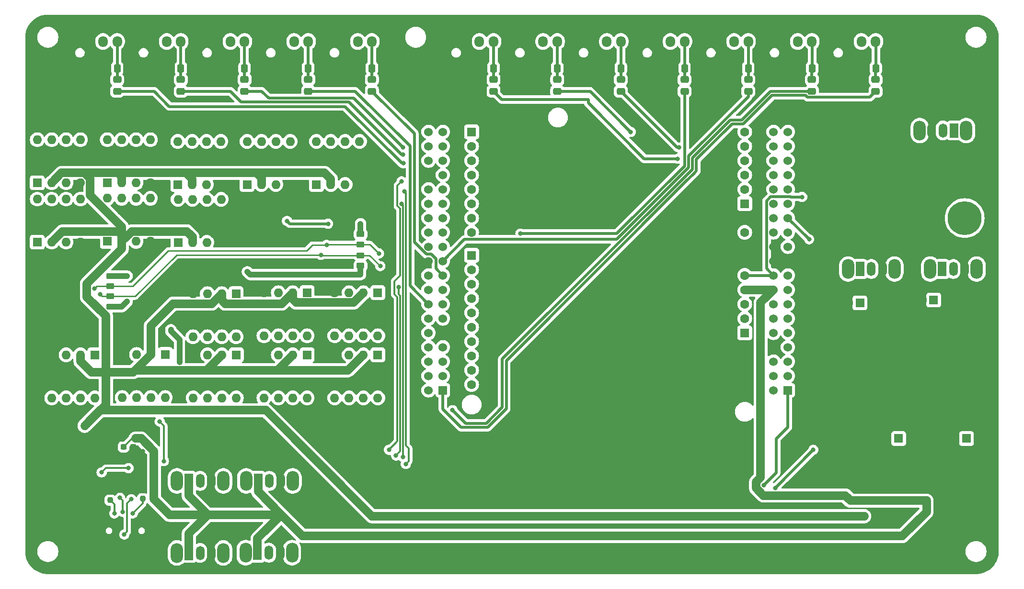
<source format=gbr>
%TF.GenerationSoftware,KiCad,Pcbnew,8.0.5*%
%TF.CreationDate,2024-10-01T19:03:58-07:00*%
%TF.ProjectId,MRIRobot_PCB,4d524952-6f62-46f7-945f-5043422e6b69,rev?*%
%TF.SameCoordinates,Original*%
%TF.FileFunction,Copper,L2,Bot*%
%TF.FilePolarity,Positive*%
%FSLAX46Y46*%
G04 Gerber Fmt 4.6, Leading zero omitted, Abs format (unit mm)*
G04 Created by KiCad (PCBNEW 8.0.5) date 2024-10-01 19:03:58*
%MOMM*%
%LPD*%
G01*
G04 APERTURE LIST*
G04 Aperture macros list*
%AMRoundRect*
0 Rectangle with rounded corners*
0 $1 Rounding radius*
0 $2 $3 $4 $5 $6 $7 $8 $9 X,Y pos of 4 corners*
0 Add a 4 corners polygon primitive as box body*
4,1,4,$2,$3,$4,$5,$6,$7,$8,$9,$2,$3,0*
0 Add four circle primitives for the rounded corners*
1,1,$1+$1,$2,$3*
1,1,$1+$1,$4,$5*
1,1,$1+$1,$6,$7*
1,1,$1+$1,$8,$9*
0 Add four rect primitives between the rounded corners*
20,1,$1+$1,$2,$3,$4,$5,0*
20,1,$1+$1,$4,$5,$6,$7,0*
20,1,$1+$1,$6,$7,$8,$9,0*
20,1,$1+$1,$8,$9,$2,$3,0*%
G04 Aperture macros list end*
%TA.AperFunction,ComponentPad*%
%ADD10RoundRect,0.250000X-0.600000X-0.725000X0.600000X-0.725000X0.600000X0.725000X-0.600000X0.725000X0*%
%TD*%
%TA.AperFunction,ComponentPad*%
%ADD11O,1.700000X1.950000*%
%TD*%
%TA.AperFunction,ComponentPad*%
%ADD12R,1.600000X1.600000*%
%TD*%
%TA.AperFunction,ComponentPad*%
%ADD13O,1.600000X1.600000*%
%TD*%
%TA.AperFunction,ComponentPad*%
%ADD14O,2.200000X3.500000*%
%TD*%
%TA.AperFunction,ComponentPad*%
%ADD15R,1.500000X2.500000*%
%TD*%
%TA.AperFunction,ComponentPad*%
%ADD16O,1.500000X2.500000*%
%TD*%
%TA.AperFunction,ComponentPad*%
%ADD17C,1.600000*%
%TD*%
%TA.AperFunction,ComponentPad*%
%ADD18R,1.605000X1.605000*%
%TD*%
%TA.AperFunction,ComponentPad*%
%ADD19C,1.605000*%
%TD*%
%TA.AperFunction,ComponentPad*%
%ADD20R,1.530000X1.530000*%
%TD*%
%TA.AperFunction,ComponentPad*%
%ADD21C,1.530000*%
%TD*%
%TA.AperFunction,ComponentPad*%
%ADD22RoundRect,1.500000X-1.500000X-1.500000X1.500000X-1.500000X1.500000X1.500000X-1.500000X1.500000X0*%
%TD*%
%TA.AperFunction,ComponentPad*%
%ADD23C,6.000000*%
%TD*%
%TA.AperFunction,ComponentPad*%
%ADD24O,1.000000X2.100000*%
%TD*%
%TA.AperFunction,ComponentPad*%
%ADD25O,1.000000X1.800000*%
%TD*%
%TA.AperFunction,SMDPad,CuDef*%
%ADD26RoundRect,0.250000X0.475000X-0.337500X0.475000X0.337500X-0.475000X0.337500X-0.475000X-0.337500X0*%
%TD*%
%TA.AperFunction,SMDPad,CuDef*%
%ADD27RoundRect,0.250000X0.337500X0.475000X-0.337500X0.475000X-0.337500X-0.475000X0.337500X-0.475000X0*%
%TD*%
%TA.AperFunction,SMDPad,CuDef*%
%ADD28RoundRect,0.237500X0.237500X-0.250000X0.237500X0.250000X-0.237500X0.250000X-0.237500X-0.250000X0*%
%TD*%
%TA.AperFunction,SMDPad,CuDef*%
%ADD29RoundRect,0.250000X-0.450000X0.262500X-0.450000X-0.262500X0.450000X-0.262500X0.450000X0.262500X0*%
%TD*%
%TA.AperFunction,SMDPad,CuDef*%
%ADD30RoundRect,0.237500X-0.300000X-0.237500X0.300000X-0.237500X0.300000X0.237500X-0.300000X0.237500X0*%
%TD*%
%TA.AperFunction,SMDPad,CuDef*%
%ADD31RoundRect,0.250000X0.450000X-0.262500X0.450000X0.262500X-0.450000X0.262500X-0.450000X-0.262500X0*%
%TD*%
%TA.AperFunction,ViaPad*%
%ADD32C,0.800000*%
%TD*%
%TA.AperFunction,Conductor*%
%ADD33C,1.500000*%
%TD*%
%TA.AperFunction,Conductor*%
%ADD34C,0.500000*%
%TD*%
%TA.AperFunction,Conductor*%
%ADD35C,0.300000*%
%TD*%
%TA.AperFunction,Conductor*%
%ADD36C,1.000000*%
%TD*%
%TA.AperFunction,Conductor*%
%ADD37C,0.250000*%
%TD*%
G04 APERTURE END LIST*
D10*
%TO.P,J3,1,Pin_1*%
%TO.N,GND*%
X87750000Y-72750000D03*
D11*
%TO.P,J3,2,Pin_2*%
%TO.N,/24V_P*%
X90250000Y-72750000D03*
%TO.P,J3,3,Pin_3*%
%TO.N,/An3*%
X92750000Y-72750000D03*
%TD*%
D12*
%TO.P,U18,1,NC*%
%TO.N,unconnected-(U18-NC-Pad1)*%
X80950000Y-98050000D03*
D13*
%TO.P,U18,2,5V*%
%TO.N,+5V*%
X83490000Y-98050000D03*
%TO.P,U18,3,Vout*%
%TO.N,/ADC1_CH3*%
X86030000Y-98050000D03*
%TO.P,U18,4,GND*%
%TO.N,GND*%
X88570000Y-98050000D03*
%TO.P,U18,5,NC*%
%TO.N,unconnected-(U18-NC-Pad5)*%
X88570000Y-90430000D03*
%TO.P,U18,6,NC*%
%TO.N,unconnected-(U18-NC-Pad6)*%
X86030000Y-90430000D03*
%TO.P,U18,7,NC*%
%TO.N,unconnected-(U18-NC-Pad7)*%
X83490000Y-90430000D03*
%TO.P,U18,8,NC*%
%TO.N,unconnected-(U18-NC-Pad8)*%
X80950000Y-90430000D03*
%TD*%
D12*
%TO.P,U13,1,NC*%
%TO.N,unconnected-(U13-NC-Pad1)*%
X116300000Y-128200000D03*
D13*
%TO.P,U13,2,5V*%
%TO.N,+5V*%
X113760000Y-128200000D03*
%TO.P,U13,3,Vout*%
%TO.N,/ADC0_CH6*%
X111220000Y-128200000D03*
%TO.P,U13,4,GND*%
%TO.N,GND*%
X108680000Y-128200000D03*
%TO.P,U13,5,NC*%
%TO.N,unconnected-(U13-NC-Pad5)*%
X108680000Y-135820000D03*
%TO.P,U13,6,NC*%
%TO.N,unconnected-(U13-NC-Pad6)*%
X111220000Y-135820000D03*
%TO.P,U13,7,NC*%
%TO.N,unconnected-(U13-NC-Pad7)*%
X113760000Y-135820000D03*
%TO.P,U13,8,NC*%
%TO.N,unconnected-(U13-NC-Pad8)*%
X116300000Y-135820000D03*
%TD*%
D14*
%TO.P,SW4,*%
%TO.N,*%
X80800000Y-150500000D03*
X89000000Y-150500000D03*
D15*
%TO.P,SW4,1,A*%
%TO.N,+3.3V*%
X82900000Y-150500000D03*
D16*
%TO.P,SW4,2,B*%
%TO.N,/SW1*%
X84900000Y-150500000D03*
%TO.P,SW4,3,C*%
%TO.N,GND*%
X86900000Y-150500000D03*
%TD*%
D12*
%TO.P,U14,1,NC*%
%TO.N,unconnected-(U14-NC-Pad1)*%
X116300000Y-117200000D03*
D13*
%TO.P,U14,2,5V*%
%TO.N,+5V*%
X113760000Y-117200000D03*
%TO.P,U14,3,Vout*%
%TO.N,/ADC0_CH7*%
X111220000Y-117200000D03*
%TO.P,U14,4,GND*%
%TO.N,GND*%
X108680000Y-117200000D03*
%TO.P,U14,5,NC*%
%TO.N,unconnected-(U14-NC-Pad5)*%
X108680000Y-124820000D03*
%TO.P,U14,6,NC*%
%TO.N,unconnected-(U14-NC-Pad6)*%
X111220000Y-124820000D03*
%TO.P,U14,7,NC*%
%TO.N,unconnected-(U14-NC-Pad7)*%
X113760000Y-124820000D03*
%TO.P,U14,8,NC*%
%TO.N,unconnected-(U14-NC-Pad8)*%
X116300000Y-124820000D03*
%TD*%
D14*
%TO.P,SW2,*%
%TO.N,*%
X213900000Y-113000000D03*
X222100000Y-113000000D03*
D15*
%TO.P,SW2,1,A*%
%TO.N,+24V*%
X216000000Y-113000000D03*
D16*
%TO.P,SW2,2,B*%
%TO.N,/24V_3.3V*%
X218000000Y-113000000D03*
%TO.P,SW2,3,C*%
%TO.N,GND*%
X220000000Y-113000000D03*
%TD*%
D12*
%TO.P,U10,1,NC*%
%TO.N,unconnected-(U10-NC-Pad1)*%
X91300000Y-128200000D03*
D13*
%TO.P,U10,2,5V*%
%TO.N,+5V*%
X88760000Y-128200000D03*
%TO.P,U10,3,Vout*%
%TO.N,/ADC0_CH3*%
X86220000Y-128200000D03*
%TO.P,U10,4,GND*%
%TO.N,GND*%
X83680000Y-128200000D03*
%TO.P,U10,5,NC*%
%TO.N,unconnected-(U10-NC-Pad5)*%
X83680000Y-135820000D03*
%TO.P,U10,6,NC*%
%TO.N,unconnected-(U10-NC-Pad6)*%
X86220000Y-135820000D03*
%TO.P,U10,7,NC*%
%TO.N,unconnected-(U10-NC-Pad7)*%
X88760000Y-135820000D03*
%TO.P,U10,8,NC*%
%TO.N,unconnected-(U10-NC-Pad8)*%
X91300000Y-135820000D03*
%TD*%
D14*
%TO.P,SW7,*%
%TO.N,*%
X220250000Y-88500000D03*
X212050000Y-88500000D03*
D15*
%TO.P,SW7,1,A*%
%TO.N,+24V*%
X218150000Y-88500000D03*
D16*
%TO.P,SW7,2,B*%
%TO.N,/24V_P*%
X216150000Y-88500000D03*
%TO.P,SW7,3,C*%
%TO.N,GND*%
X214150000Y-88500000D03*
%TD*%
D12*
%TO.P,C11,1*%
%TO.N,Net-(D5-A)*%
X220317621Y-143000000D03*
D17*
%TO.P,C11,2*%
%TO.N,GND*%
X222817621Y-143000000D03*
%TD*%
D12*
%TO.P,C3,1*%
%TO.N,/24V_3.3V*%
X214500000Y-118500000D03*
D17*
%TO.P,C3,2*%
%TO.N,GND*%
X212500000Y-118500000D03*
%TD*%
D10*
%TO.P,J2,1,Pin_1*%
%TO.N,GND*%
X76500000Y-72750000D03*
D11*
%TO.P,J2,2,Pin_2*%
%TO.N,/24V_P*%
X79000000Y-72750000D03*
%TO.P,J2,3,Pin_3*%
%TO.N,/An2*%
X81500000Y-72750000D03*
%TD*%
D14*
%TO.P,SW3,*%
%TO.N,*%
X93050000Y-150500000D03*
X101250000Y-150500000D03*
D15*
%TO.P,SW3,1,A*%
%TO.N,+3.3V*%
X95150000Y-150500000D03*
D16*
%TO.P,SW3,2,B*%
%TO.N,/SW0*%
X97150000Y-150500000D03*
%TO.P,SW3,3,C*%
%TO.N,GND*%
X99150000Y-150500000D03*
%TD*%
D12*
%TO.P,U8,1,NC*%
%TO.N,unconnected-(U8-NC-Pad1)*%
X78750000Y-128130000D03*
D13*
%TO.P,U8,2,5V*%
%TO.N,+5V*%
X76210000Y-128130000D03*
%TO.P,U8,3,Vout*%
%TO.N,/ADC0_CH1*%
X73670000Y-128130000D03*
%TO.P,U8,4,GND*%
%TO.N,GND*%
X71130000Y-128130000D03*
%TO.P,U8,5,NC*%
%TO.N,unconnected-(U8-NC-Pad5)*%
X71130000Y-135750000D03*
%TO.P,U8,6,NC*%
%TO.N,unconnected-(U8-NC-Pad6)*%
X73670000Y-135750000D03*
%TO.P,U8,7,NC*%
%TO.N,unconnected-(U8-NC-Pad7)*%
X76210000Y-135750000D03*
%TO.P,U8,8,NC*%
%TO.N,unconnected-(U8-NC-Pad8)*%
X78750000Y-135750000D03*
%TD*%
D18*
%TO.P,U1,CN5_1,D8*%
%TO.N,unconnected-(U1F-D8-PadCN5_1)*%
X132870000Y-110580000D03*
D19*
%TO.P,U1,CN5_2,D9*%
%TO.N,unconnected-(U1F-D9-PadCN5_2)*%
X132870000Y-113120000D03*
%TO.P,U1,CN5_3,D10*%
%TO.N,unconnected-(U1F-D10-PadCN5_3)*%
X132870000Y-115660000D03*
%TO.P,U1,CN5_4,D11*%
%TO.N,unconnected-(U1F-D11-PadCN5_4)*%
X132870000Y-118200000D03*
%TO.P,U1,CN5_5,D12*%
%TO.N,unconnected-(U1F-D12-PadCN5_5)*%
X132870000Y-120740000D03*
%TO.P,U1,CN5_6,D13*%
%TO.N,unconnected-(U1F-D13-PadCN5_6)*%
X132870000Y-123280000D03*
%TO.P,U1,CN5_7,CN5_GND*%
%TO.N,unconnected-(U1F-CN5_GND-PadCN5_7)*%
X132870000Y-125820000D03*
%TO.P,U1,CN5_8,AREF*%
%TO.N,unconnected-(U1F-AREF-PadCN5_8)*%
X132870000Y-128360000D03*
%TO.P,U1,CN5_9,D14*%
%TO.N,unconnected-(U1F-D14-PadCN5_9)*%
X132870000Y-130900000D03*
%TO.P,U1,CN5_10,D15*%
%TO.N,unconnected-(U1F-D15-PadCN5_10)*%
X132870000Y-133440000D03*
D18*
%TO.P,U1,CN6_1*%
%TO.N,N/C*%
X181130000Y-124300000D03*
D19*
%TO.P,U1,CN6_2,CN6_IOREF*%
%TO.N,unconnected-(U1C-CN6_IOREF-PadCN6_2)*%
X181130000Y-121760000D03*
%TO.P,U1,CN6_3,CN6_RESET*%
%TO.N,unconnected-(U1C-CN6_RESET-PadCN6_3)*%
X181130000Y-119220000D03*
%TO.P,U1,CN6_4,CN6_+3V3*%
%TO.N,+3.3V*%
X181130000Y-116680000D03*
%TO.P,U1,CN6_5,CN6_+5V*%
%TO.N,+5V*%
X181130000Y-114140000D03*
%TO.P,U1,CN6_6,CN6_GND*%
%TO.N,GND*%
X181130000Y-111600000D03*
%TO.P,U1,CN6_7,CN6_GND*%
X181130000Y-109060000D03*
%TO.P,U1,CN6_8,CN6_VIN*%
%TO.N,unconnected-(U1C-CN6_VIN-PadCN6_8)*%
X181130000Y-106520000D03*
D20*
%TO.P,U1,CN7_1,PC10*%
%TO.N,/LED4*%
X188750000Y-134460000D03*
D21*
%TO.P,U1,CN7_2,PC11*%
%TO.N,/LED5*%
X186210000Y-134460000D03*
%TO.P,U1,CN7_3,PC12*%
%TO.N,/LED3*%
X188750000Y-131920000D03*
%TO.P,U1,CN7_4,PD2*%
%TO.N,unconnected-(U1A-PD2-PadCN7_4)*%
X186210000Y-131920000D03*
%TO.P,U1,CN7_5,VDD*%
%TO.N,unconnected-(U1A-VDD-PadCN7_5)*%
X188750000Y-129380000D03*
%TO.P,U1,CN7_6,E5V*%
%TO.N,unconnected-(U1A-E5V-PadCN7_6)*%
X186210000Y-129380000D03*
%TO.P,U1,CN7_7,BOOT0*%
%TO.N,unconnected-(U1A-BOOT0-PadCN7_7)*%
X188750000Y-126840000D03*
%TO.P,U1,CN7_8,CN7_GND*%
%TO.N,GND*%
X186210000Y-126840000D03*
%TO.P,U1,CN7_9*%
%TO.N,N/C*%
X188750000Y-124300000D03*
%TO.P,U1,CN7_10*%
X186210000Y-124300000D03*
%TO.P,U1,CN7_11*%
X188750000Y-121760000D03*
%TO.P,U1,CN7_12,CN7_IOREF*%
%TO.N,unconnected-(U1A-CN7_IOREF-PadCN7_12)*%
X186210000Y-121760000D03*
%TO.P,U1,CN7_13,PA13*%
%TO.N,unconnected-(U1A-PA13-PadCN7_13)*%
X188750000Y-119220000D03*
%TO.P,U1,CN7_14,CN7_RESET*%
%TO.N,unconnected-(U1A-CN7_RESET-PadCN7_14)*%
X186210000Y-119220000D03*
%TO.P,U1,CN7_15,PA14*%
%TO.N,unconnected-(U1A-PA14-PadCN7_15)*%
X188750000Y-116680000D03*
%TO.P,U1,CN7_16,CN7_+3V3*%
%TO.N,+3.3V*%
X186210000Y-116680000D03*
%TO.P,U1,CN7_17,PA15*%
%TO.N,unconnected-(U1A-PA15-PadCN7_17)*%
X188750000Y-114140000D03*
%TO.P,U1,CN7_18,CN7_+5V*%
%TO.N,+5V*%
X186210000Y-114140000D03*
%TO.P,U1,CN7_19,CN7_GND*%
%TO.N,GND*%
X188750000Y-111600000D03*
%TO.P,U1,CN7_20,CN7_GND*%
X186210000Y-111600000D03*
%TO.P,U1,CN7_21,PB7*%
%TO.N,/PWM6*%
X188750000Y-109060000D03*
%TO.P,U1,CN7_22,CN7_GND*%
%TO.N,GND*%
X186210000Y-109060000D03*
%TO.P,U1,CN7_23,PC13*%
%TO.N,/LED2*%
X188750000Y-106520000D03*
%TO.P,U1,CN7_24,CN7_VIN*%
%TO.N,unconnected-(U1A-CN7_VIN-PadCN7_24)*%
X186210000Y-106520000D03*
%TO.P,U1,CN7_25,PC14*%
%TO.N,/LED1*%
X188750000Y-103980000D03*
%TO.P,U1,CN7_26*%
%TO.N,N/C*%
X186210000Y-103980000D03*
%TO.P,U1,CN7_27,PC15*%
%TO.N,/LED0*%
X188750000Y-101440000D03*
%TO.P,U1,CN7_28,PA0*%
%TO.N,/UART4TX*%
X186210000Y-101440000D03*
%TO.P,U1,CN7_29,PH0*%
%TO.N,unconnected-(U1A-PH0-PadCN7_29)*%
X188750000Y-98900000D03*
%TO.P,U1,CN7_30,PA1*%
%TO.N,/UART4RX*%
X186210000Y-98900000D03*
%TO.P,U1,CN7_31,PH1*%
%TO.N,unconnected-(U1A-PH1-PadCN7_31)*%
X188750000Y-96360000D03*
%TO.P,U1,CN7_32,PA4*%
%TO.N,unconnected-(U1A-PA4-PadCN7_32)*%
X186210000Y-96360000D03*
%TO.P,U1,CN7_33,VBAT*%
%TO.N,unconnected-(U1A-VBAT-PadCN7_33)*%
X188750000Y-93820000D03*
%TO.P,U1,CN7_34,PB0*%
%TO.N,unconnected-(U1A-PB0-PadCN7_34)*%
X186210000Y-93820000D03*
%TO.P,U1,CN7_35,PC2*%
%TO.N,unconnected-(U1A-PC2-PadCN7_35)*%
X188750000Y-91280000D03*
%TO.P,U1,CN7_36,PC1/PB9*%
%TO.N,/PWM8*%
X186210000Y-91280000D03*
%TO.P,U1,CN7_37,PC3*%
%TO.N,unconnected-(U1A-PC3-PadCN7_37)*%
X188750000Y-88740000D03*
%TO.P,U1,CN7_38,PC0/PB8*%
%TO.N,/PWM7*%
X186210000Y-88740000D03*
D18*
%TO.P,U1,CN8_1,A0*%
%TO.N,unconnected-(U1E-A0-PadCN8_1)*%
X181130000Y-101440000D03*
D19*
%TO.P,U1,CN8_2,A1*%
%TO.N,unconnected-(U1E-A1-PadCN8_2)*%
X181130000Y-98900000D03*
%TO.P,U1,CN8_3,A2*%
%TO.N,unconnected-(U1E-A2-PadCN8_3)*%
X181130000Y-96360000D03*
%TO.P,U1,CN8_4,A3*%
%TO.N,unconnected-(U1E-A3-PadCN8_4)*%
X181130000Y-93820000D03*
%TO.P,U1,CN8_5,A4*%
%TO.N,unconnected-(U1E-A4-PadCN8_5)*%
X181130000Y-91280000D03*
%TO.P,U1,CN8_6,A5*%
%TO.N,unconnected-(U1E-A5-PadCN8_6)*%
X181130000Y-88740000D03*
D18*
%TO.P,U1,CN9_1,D0*%
%TO.N,unconnected-(U1D-D0-PadCN9_1)*%
X132870000Y-88740000D03*
D19*
%TO.P,U1,CN9_2,D1*%
%TO.N,unconnected-(U1D-D1-PadCN9_2)*%
X132870000Y-91280000D03*
%TO.P,U1,CN9_3,D2*%
%TO.N,unconnected-(U1D-D2-PadCN9_3)*%
X132870000Y-93820000D03*
%TO.P,U1,CN9_4,D3*%
%TO.N,unconnected-(U1D-D3-PadCN9_4)*%
X132870000Y-96360000D03*
%TO.P,U1,CN9_5,D4*%
%TO.N,unconnected-(U1D-D4-PadCN9_5)*%
X132870000Y-98900000D03*
%TO.P,U1,CN9_6,D5*%
%TO.N,unconnected-(U1D-D5-PadCN9_6)*%
X132870000Y-101440000D03*
%TO.P,U1,CN9_7,D6*%
%TO.N,unconnected-(U1D-D6-PadCN9_7)*%
X132870000Y-103980000D03*
%TO.P,U1,CN9_8,D7*%
%TO.N,unconnected-(U1D-D7-PadCN9_8)*%
X132870000Y-106520000D03*
D20*
%TO.P,U1,CN10_1,PC9*%
%TO.N,/PWM12*%
X127790000Y-134460000D03*
D21*
%TO.P,U1,CN10_2,PC8*%
%TO.N,/PWM11*%
X125250000Y-134460000D03*
%TO.P,U1,CN10_3,PB8*%
%TO.N,unconnected-(U1B-PB8-PadCN10_3)*%
X127790000Y-131920000D03*
%TO.P,U1,CN10_4,PC6*%
%TO.N,/PWM9*%
X125250000Y-131920000D03*
%TO.P,U1,CN10_5,PB9*%
%TO.N,unconnected-(U1B-PB9-PadCN10_5)*%
X127790000Y-129380000D03*
%TO.P,U1,CN10_6,PC5*%
%TO.N,unconnected-(U1B-PC5-PadCN10_6)*%
X125250000Y-129380000D03*
%TO.P,U1,CN10_7,AVDD*%
%TO.N,unconnected-(U1B-AVDD-PadCN10_7)*%
X127790000Y-126840000D03*
%TO.P,U1,CN10_8,U5V*%
%TO.N,unconnected-(U1B-U5V-PadCN10_8)*%
X125250000Y-126840000D03*
%TO.P,U1,CN10_9,CN10_GND*%
%TO.N,GND*%
X127790000Y-124300000D03*
%TO.P,U1,CN10_10*%
%TO.N,N/C*%
X125250000Y-124300000D03*
%TO.P,U1,CN10_11,PA5*%
%TO.N,unconnected-(U1B-PA5-PadCN10_11)*%
X127790000Y-121760000D03*
%TO.P,U1,CN10_12,PA12*%
%TO.N,unconnected-(U1B-PA12-PadCN10_12)*%
X125250000Y-121760000D03*
%TO.P,U1,CN10_13,PA6*%
%TO.N,unconnected-(U1B-PA6-PadCN10_13)*%
X127790000Y-119220000D03*
%TO.P,U1,CN10_14,PA11*%
%TO.N,/PWM4*%
X125250000Y-119220000D03*
%TO.P,U1,CN10_15,PA7*%
%TO.N,unconnected-(U1B-PA7-PadCN10_15)*%
X127790000Y-116680000D03*
%TO.P,U1,CN10_16,PB12*%
%TO.N,/SW0*%
X125250000Y-116680000D03*
%TO.P,U1,CN10_17,PB6*%
%TO.N,/PWM5*%
X127790000Y-114140000D03*
%TO.P,U1,CN10_18*%
%TO.N,N/C*%
X125250000Y-114140000D03*
%TO.P,U1,CN10_19,PC7*%
%TO.N,/PWM10*%
X127790000Y-111600000D03*
%TO.P,U1,CN10_20,CN10_GND*%
%TO.N,GND*%
X125250000Y-111600000D03*
%TO.P,U1,CN10_21,PA9*%
%TO.N,/PWM2*%
X127790000Y-109060000D03*
%TO.P,U1,CN10_22,PB2*%
%TO.N,unconnected-(U1B-PB2-PadCN10_22)*%
X125250000Y-109060000D03*
%TO.P,U1,CN10_23,PA8*%
%TO.N,/PWM1*%
X127790000Y-106520000D03*
%TO.P,U1,CN10_24,PB1*%
%TO.N,unconnected-(U1B-PB1-PadCN10_24)*%
X125250000Y-106520000D03*
%TO.P,U1,CN10_25,PB10*%
%TO.N,/SCL*%
X127790000Y-103980000D03*
%TO.P,U1,CN10_26,PB15*%
%TO.N,/SW3*%
X125250000Y-103980000D03*
%TO.P,U1,CN10_27,PB4*%
%TO.N,unconnected-(U1B-PB4-PadCN10_27)*%
X127790000Y-101440000D03*
%TO.P,U1,CN10_28,PB14*%
%TO.N,/SW2*%
X125250000Y-101440000D03*
%TO.P,U1,CN10_29,PB5*%
%TO.N,unconnected-(U1B-PB5-PadCN10_29)*%
X127790000Y-98900000D03*
%TO.P,U1,CN10_30,PB13*%
%TO.N,/SW1*%
X125250000Y-98900000D03*
%TO.P,U1,CN10_31,PB3*%
%TO.N,/SDA*%
X127790000Y-96360000D03*
%TO.P,U1,CN10_32,AGND*%
%TO.N,GND*%
X125250000Y-96360000D03*
%TO.P,U1,CN10_33,PA10*%
%TO.N,/PWM3*%
X127790000Y-93820000D03*
%TO.P,U1,CN10_34,PC4*%
%TO.N,unconnected-(U1B-PC4-PadCN10_34)*%
X125250000Y-93820000D03*
%TO.P,U1,CN10_35,PA2*%
%TO.N,unconnected-(U1B-PA2-PadCN10_35)*%
X127790000Y-91280000D03*
%TO.P,U1,CN10_36*%
%TO.N,N/C*%
X125250000Y-91280000D03*
%TO.P,U1,CN10_37,PA3*%
%TO.N,unconnected-(U1B-PA3-PadCN10_37)*%
X127790000Y-88740000D03*
%TO.P,U1,CN10_38*%
%TO.N,N/C*%
X125250000Y-88740000D03*
%TD*%
D12*
%TO.P,U15,1,NC*%
%TO.N,unconnected-(U15-NC-Pad1)*%
X105450000Y-98050000D03*
D13*
%TO.P,U15,2,5V*%
%TO.N,+5V*%
X107990000Y-98050000D03*
%TO.P,U15,3,Vout*%
%TO.N,/ADC1_CH0*%
X110530000Y-98050000D03*
%TO.P,U15,4,GND*%
%TO.N,GND*%
X113070000Y-98050000D03*
%TO.P,U15,5,NC*%
%TO.N,unconnected-(U15-NC-Pad5)*%
X113070000Y-90430000D03*
%TO.P,U15,6,NC*%
%TO.N,unconnected-(U15-NC-Pad6)*%
X110530000Y-90430000D03*
%TO.P,U15,7,NC*%
%TO.N,unconnected-(U15-NC-Pad7)*%
X107990000Y-90430000D03*
%TO.P,U15,8,NC*%
%TO.N,unconnected-(U15-NC-Pad8)*%
X105450000Y-90430000D03*
%TD*%
D12*
%TO.P,C10,1*%
%TO.N,Net-(D4-A)*%
X208317621Y-143000000D03*
D17*
%TO.P,C10,2*%
%TO.N,GND*%
X210817621Y-143000000D03*
%TD*%
D12*
%TO.P,U20,1,NC*%
%TO.N,unconnected-(U20-NC-Pad1)*%
X68500000Y-97750000D03*
D13*
%TO.P,U20,2,5V*%
%TO.N,+5V*%
X71040000Y-97750000D03*
%TO.P,U20,3,Vout*%
%TO.N,/ADC1_CH5*%
X73580000Y-97750000D03*
%TO.P,U20,4,GND*%
%TO.N,GND*%
X76120000Y-97750000D03*
%TO.P,U20,5,NC*%
%TO.N,unconnected-(U20-NC-Pad5)*%
X76120000Y-90130000D03*
%TO.P,U20,6,NC*%
%TO.N,unconnected-(U20-NC-Pad6)*%
X73580000Y-90130000D03*
%TO.P,U20,7,NC*%
%TO.N,unconnected-(U20-NC-Pad7)*%
X71040000Y-90130000D03*
%TO.P,U20,8,NC*%
%TO.N,unconnected-(U20-NC-Pad8)*%
X68500000Y-90130000D03*
%TD*%
D12*
%TO.P,U21,1,NC*%
%TO.N,unconnected-(U21-NC-Pad1)*%
X56130000Y-97750000D03*
D13*
%TO.P,U21,2,5V*%
%TO.N,+5V*%
X58670000Y-97750000D03*
%TO.P,U21,3,Vout*%
%TO.N,/ADC1_CH6*%
X61210000Y-97750000D03*
%TO.P,U21,4,GND*%
%TO.N,GND*%
X63750000Y-97750000D03*
%TO.P,U21,5,NC*%
%TO.N,unconnected-(U21-NC-Pad5)*%
X63750000Y-90130000D03*
%TO.P,U21,6,NC*%
%TO.N,unconnected-(U21-NC-Pad6)*%
X61210000Y-90130000D03*
%TO.P,U21,7,NC*%
%TO.N,unconnected-(U21-NC-Pad7)*%
X58670000Y-90130000D03*
%TO.P,U21,8,NC*%
%TO.N,unconnected-(U21-NC-Pad8)*%
X56130000Y-90130000D03*
%TD*%
D22*
%TO.P,J9,1,Pin_1*%
%TO.N,GND*%
X212800000Y-104000000D03*
D23*
%TO.P,J9,2,Pin_2*%
%TO.N,+24V*%
X220000000Y-104000000D03*
%TD*%
D10*
%TO.P,J1,1,Pin_1*%
%TO.N,GND*%
X65250000Y-72750000D03*
D11*
%TO.P,J1,2,Pin_2*%
%TO.N,/24V_P*%
X67750000Y-72750000D03*
%TO.P,J1,3,Pin_3*%
%TO.N,/An1*%
X70250000Y-72750000D03*
%TD*%
D10*
%TO.P,J12,1,Pin_1*%
%TO.N,GND*%
X176750000Y-72750000D03*
D11*
%TO.P,J12,2,Pin_2*%
%TO.N,/24V_P*%
X179250000Y-72750000D03*
%TO.P,J12,3,Pin_3*%
%TO.N,/An10*%
X181750000Y-72750000D03*
%TD*%
D10*
%TO.P,J7,1,Pin_1*%
%TO.N,GND*%
X131750000Y-72750000D03*
D11*
%TO.P,J7,2,Pin_2*%
%TO.N,/24V_P*%
X134250000Y-72750000D03*
%TO.P,J7,3,Pin_3*%
%TO.N,/An6*%
X136750000Y-72750000D03*
%TD*%
D10*
%TO.P,J13,1,Pin_1*%
%TO.N,GND*%
X188000000Y-72750000D03*
D11*
%TO.P,J13,2,Pin_2*%
%TO.N,/24V_P*%
X190500000Y-72750000D03*
%TO.P,J13,3,Pin_3*%
%TO.N,/An11*%
X193000000Y-72750000D03*
%TD*%
D12*
%TO.P,U22,1,NC*%
%TO.N,unconnected-(U22-NC-Pad1)*%
X56130000Y-108250000D03*
D13*
%TO.P,U22,2,5V*%
%TO.N,+5V*%
X58670000Y-108250000D03*
%TO.P,U22,3,Vout*%
%TO.N,/ADC1_CH7*%
X61210000Y-108250000D03*
%TO.P,U22,4,GND*%
%TO.N,GND*%
X63750000Y-108250000D03*
%TO.P,U22,5,NC*%
%TO.N,unconnected-(U22-NC-Pad5)*%
X63750000Y-100630000D03*
%TO.P,U22,6,NC*%
%TO.N,unconnected-(U22-NC-Pad6)*%
X61210000Y-100630000D03*
%TO.P,U22,7,NC*%
%TO.N,unconnected-(U22-NC-Pad7)*%
X58670000Y-100630000D03*
%TO.P,U22,8,NC*%
%TO.N,unconnected-(U22-NC-Pad8)*%
X56130000Y-100630000D03*
%TD*%
D12*
%TO.P,U16,1,NC*%
%TO.N,unconnected-(U16-NC-Pad1)*%
X93200000Y-98050000D03*
D13*
%TO.P,U16,2,5V*%
%TO.N,+5V*%
X95740000Y-98050000D03*
%TO.P,U16,3,Vout*%
%TO.N,/ADC1_CH1*%
X98280000Y-98050000D03*
%TO.P,U16,4,GND*%
%TO.N,GND*%
X100820000Y-98050000D03*
%TO.P,U16,5,NC*%
%TO.N,unconnected-(U16-NC-Pad5)*%
X100820000Y-90430000D03*
%TO.P,U16,6,NC*%
%TO.N,unconnected-(U16-NC-Pad6)*%
X98280000Y-90430000D03*
%TO.P,U16,7,NC*%
%TO.N,unconnected-(U16-NC-Pad7)*%
X95740000Y-90430000D03*
%TO.P,U16,8,NC*%
%TO.N,unconnected-(U16-NC-Pad8)*%
X93200000Y-90430000D03*
%TD*%
D10*
%TO.P,J8,1,Pin_1*%
%TO.N,GND*%
X143000000Y-72750000D03*
D11*
%TO.P,J8,2,Pin_2*%
%TO.N,/24V_P*%
X145500000Y-72750000D03*
%TO.P,J8,3,Pin_3*%
%TO.N,/An7*%
X148000000Y-72750000D03*
%TD*%
D14*
%TO.P,SW6,*%
%TO.N,*%
X80800000Y-163250000D03*
X89000000Y-163250000D03*
D15*
%TO.P,SW6,1,A*%
%TO.N,+3.3V*%
X82900000Y-163250000D03*
D16*
%TO.P,SW6,2,B*%
%TO.N,/SW3*%
X84900000Y-163250000D03*
%TO.P,SW6,3,C*%
%TO.N,GND*%
X86900000Y-163250000D03*
%TD*%
D12*
%TO.P,U12,1,NC*%
%TO.N,unconnected-(U12-NC-Pad1)*%
X103800000Y-128200000D03*
D13*
%TO.P,U12,2,5V*%
%TO.N,+5V*%
X101260000Y-128200000D03*
%TO.P,U12,3,Vout*%
%TO.N,/ADC0_CH5*%
X98720000Y-128200000D03*
%TO.P,U12,4,GND*%
%TO.N,GND*%
X96180000Y-128200000D03*
%TO.P,U12,5,NC*%
%TO.N,unconnected-(U12-NC-Pad5)*%
X96180000Y-135820000D03*
%TO.P,U12,6,NC*%
%TO.N,unconnected-(U12-NC-Pad6)*%
X98720000Y-135820000D03*
%TO.P,U12,7,NC*%
%TO.N,unconnected-(U12-NC-Pad7)*%
X101260000Y-135820000D03*
%TO.P,U12,8,NC*%
%TO.N,unconnected-(U12-NC-Pad8)*%
X103800000Y-135820000D03*
%TD*%
D24*
%TO.P,J4,S1,SHIELD*%
%TO.N,GND*%
X67360000Y-158820000D03*
D25*
X67360000Y-163000000D03*
D24*
X76000000Y-158820000D03*
D25*
X76000000Y-163000000D03*
%TD*%
D12*
%TO.P,C2,1*%
%TO.N,/24V_5V*%
X201500000Y-119000000D03*
D17*
%TO.P,C2,2*%
%TO.N,GND*%
X199500000Y-119000000D03*
%TD*%
D10*
%TO.P,J6,1,Pin_1*%
%TO.N,GND*%
X110250000Y-72750000D03*
D11*
%TO.P,J6,2,Pin_2*%
%TO.N,/24V_P*%
X112750000Y-72750000D03*
%TO.P,J6,3,Pin_3*%
%TO.N,/An5*%
X115250000Y-72750000D03*
%TD*%
D10*
%TO.P,J11,1,Pin_1*%
%TO.N,GND*%
X165500000Y-72750000D03*
D11*
%TO.P,J11,2,Pin_2*%
%TO.N,/24V_P*%
X168000000Y-72750000D03*
%TO.P,J11,3,Pin_3*%
%TO.N,/An9*%
X170500000Y-72750000D03*
%TD*%
D14*
%TO.P,SW5,*%
%TO.N,*%
X92950000Y-163202500D03*
X101150000Y-163202500D03*
D15*
%TO.P,SW5,1,A*%
%TO.N,+3.3V*%
X95050000Y-163202500D03*
D16*
%TO.P,SW5,2,B*%
%TO.N,/SW2*%
X97050000Y-163202500D03*
%TO.P,SW5,3,C*%
%TO.N,GND*%
X99050000Y-163202500D03*
%TD*%
D12*
%TO.P,U11,1,NC*%
%TO.N,unconnected-(U11-NC-Pad1)*%
X103800000Y-117200000D03*
D13*
%TO.P,U11,2,5V*%
%TO.N,+5V*%
X101260000Y-117200000D03*
%TO.P,U11,3,Vout*%
%TO.N,/ADC0_CH4*%
X98720000Y-117200000D03*
%TO.P,U11,4,GND*%
%TO.N,GND*%
X96180000Y-117200000D03*
%TO.P,U11,5,NC*%
%TO.N,unconnected-(U11-NC-Pad5)*%
X96180000Y-124820000D03*
%TO.P,U11,6,NC*%
%TO.N,unconnected-(U11-NC-Pad6)*%
X98720000Y-124820000D03*
%TO.P,U11,7,NC*%
%TO.N,unconnected-(U11-NC-Pad7)*%
X101260000Y-124820000D03*
%TO.P,U11,8,NC*%
%TO.N,unconnected-(U11-NC-Pad8)*%
X103800000Y-124820000D03*
%TD*%
D10*
%TO.P,J5,1,Pin_1*%
%TO.N,GND*%
X99000000Y-72750000D03*
D11*
%TO.P,J5,2,Pin_2*%
%TO.N,/24V_P*%
X101500000Y-72750000D03*
%TO.P,J5,3,Pin_3*%
%TO.N,/An4*%
X104000000Y-72750000D03*
%TD*%
D12*
%TO.P,U17,1,NC*%
%TO.N,unconnected-(U17-NC-Pad1)*%
X81000000Y-108300000D03*
D13*
%TO.P,U17,2,5V*%
%TO.N,+5V*%
X83540000Y-108300000D03*
%TO.P,U17,3,Vout*%
%TO.N,/ADC1_CH2*%
X86080000Y-108300000D03*
%TO.P,U17,4,GND*%
%TO.N,GND*%
X88620000Y-108300000D03*
%TO.P,U17,5,NC*%
%TO.N,unconnected-(U17-NC-Pad5)*%
X88620000Y-100680000D03*
%TO.P,U17,6,NC*%
%TO.N,unconnected-(U17-NC-Pad6)*%
X86080000Y-100680000D03*
%TO.P,U17,7,NC*%
%TO.N,unconnected-(U17-NC-Pad7)*%
X83540000Y-100680000D03*
%TO.P,U17,8,NC*%
%TO.N,unconnected-(U17-NC-Pad8)*%
X81000000Y-100680000D03*
%TD*%
D12*
%TO.P,U19,1,NC*%
%TO.N,unconnected-(U19-NC-Pad1)*%
X68500000Y-108120000D03*
D13*
%TO.P,U19,2,5V*%
%TO.N,+5V*%
X71040000Y-108120000D03*
%TO.P,U19,3,Vout*%
%TO.N,/ADC1_CH4*%
X73580000Y-108120000D03*
%TO.P,U19,4,GND*%
%TO.N,GND*%
X76120000Y-108120000D03*
%TO.P,U19,5,NC*%
%TO.N,unconnected-(U19-NC-Pad5)*%
X76120000Y-100500000D03*
%TO.P,U19,6,NC*%
%TO.N,unconnected-(U19-NC-Pad6)*%
X73580000Y-100500000D03*
%TO.P,U19,7,NC*%
%TO.N,unconnected-(U19-NC-Pad7)*%
X71040000Y-100500000D03*
%TO.P,U19,8,NC*%
%TO.N,unconnected-(U19-NC-Pad8)*%
X68500000Y-100500000D03*
%TD*%
D14*
%TO.P,SW1,*%
%TO.N,*%
X199400000Y-113000000D03*
X207600000Y-113000000D03*
D15*
%TO.P,SW1,1,A*%
%TO.N,+24V*%
X201500000Y-113000000D03*
D16*
%TO.P,SW1,2,B*%
%TO.N,/24V_5V*%
X203500000Y-113000000D03*
%TO.P,SW1,3,C*%
%TO.N,GND*%
X205500000Y-113000000D03*
%TD*%
D10*
%TO.P,J10,1,Pin_1*%
%TO.N,GND*%
X154250000Y-72750000D03*
D11*
%TO.P,J10,2,Pin_2*%
%TO.N,/24V_P*%
X156750000Y-72750000D03*
%TO.P,J10,3,Pin_3*%
%TO.N,/An8*%
X159250000Y-72750000D03*
%TD*%
D12*
%TO.P,U9,1,NC*%
%TO.N,unconnected-(U9-NC-Pad1)*%
X91250000Y-117380000D03*
D13*
%TO.P,U9,2,5V*%
%TO.N,+5V*%
X88710000Y-117380000D03*
%TO.P,U9,3,Vout*%
%TO.N,/ADC0_CH2*%
X86170000Y-117380000D03*
%TO.P,U9,4,GND*%
%TO.N,GND*%
X83630000Y-117380000D03*
%TO.P,U9,5,NC*%
%TO.N,unconnected-(U9-NC-Pad5)*%
X83630000Y-125000000D03*
%TO.P,U9,6,NC*%
%TO.N,unconnected-(U9-NC-Pad6)*%
X86170000Y-125000000D03*
%TO.P,U9,7,NC*%
%TO.N,unconnected-(U9-NC-Pad7)*%
X88710000Y-125000000D03*
%TO.P,U9,8,NC*%
%TO.N,unconnected-(U9-NC-Pad8)*%
X91250000Y-125000000D03*
%TD*%
D12*
%TO.P,U7,1,NC*%
%TO.N,unconnected-(U7-NC-Pad1)*%
X66300000Y-128200000D03*
D13*
%TO.P,U7,2,5V*%
%TO.N,+5V*%
X63760000Y-128200000D03*
%TO.P,U7,3,Vout*%
%TO.N,/ADC0_CH0*%
X61220000Y-128200000D03*
%TO.P,U7,4,GND*%
%TO.N,GND*%
X58680000Y-128200000D03*
%TO.P,U7,5,NC*%
%TO.N,unconnected-(U7-NC-Pad5)*%
X58680000Y-135820000D03*
%TO.P,U7,6,NC*%
%TO.N,unconnected-(U7-NC-Pad6)*%
X61220000Y-135820000D03*
%TO.P,U7,7,NC*%
%TO.N,unconnected-(U7-NC-Pad7)*%
X63760000Y-135820000D03*
%TO.P,U7,8,NC*%
%TO.N,unconnected-(U7-NC-Pad8)*%
X66300000Y-135820000D03*
%TD*%
D10*
%TO.P,J14,1,Pin_1*%
%TO.N,GND*%
X199250000Y-72750000D03*
D11*
%TO.P,J14,2,Pin_2*%
%TO.N,/24V_P*%
X201750000Y-72750000D03*
%TO.P,J14,3,Pin_3*%
%TO.N,/An12*%
X204250000Y-72750000D03*
%TD*%
D26*
%TO.P,R11,1*%
%TO.N,/PWM6*%
X136750000Y-81575000D03*
%TO.P,R11,2*%
%TO.N,/An6*%
X136750000Y-79500000D03*
%TD*%
D27*
%TO.P,C6,1*%
%TO.N,/An1*%
X70250000Y-77500000D03*
%TO.P,C6,2*%
%TO.N,GND*%
X68175000Y-77500000D03*
%TD*%
D26*
%TO.P,R10,1*%
%TO.N,/PWM5*%
X115250000Y-81537500D03*
%TO.P,R10,2*%
%TO.N,/An5*%
X115250000Y-79462500D03*
%TD*%
%TO.P,R19,1*%
%TO.N,/PWM12*%
X204250000Y-81575000D03*
%TO.P,R19,2*%
%TO.N,/An12*%
X204250000Y-79500000D03*
%TD*%
D27*
%TO.P,C14,1*%
%TO.N,/An5*%
X115250000Y-77500000D03*
%TO.P,C14,2*%
%TO.N,GND*%
X113175000Y-77500000D03*
%TD*%
%TO.P,C19,1*%
%TO.N,/An10*%
X181750000Y-77500000D03*
%TO.P,C19,2*%
%TO.N,GND*%
X179675000Y-77500000D03*
%TD*%
D28*
%TO.P,R13,1*%
%TO.N,Net-(J4-CC2)*%
X74750000Y-153662500D03*
%TO.P,R13,2*%
%TO.N,GND*%
X74750000Y-151837500D03*
%TD*%
D29*
%TO.P,R2,1*%
%TO.N,+3.3V*%
X69000000Y-114250000D03*
%TO.P,R2,2*%
%TO.N,/SCL*%
X69000000Y-116075000D03*
%TD*%
D26*
%TO.P,R12,1*%
%TO.N,/PWM7*%
X148000000Y-81575000D03*
%TO.P,R12,2*%
%TO.N,/An7*%
X148000000Y-79500000D03*
%TD*%
D27*
%TO.P,C12,1*%
%TO.N,/An3*%
X92750000Y-77500000D03*
%TO.P,C12,2*%
%TO.N,GND*%
X90675000Y-77500000D03*
%TD*%
%TO.P,C16,1*%
%TO.N,/An7*%
X148000000Y-77500000D03*
%TO.P,C16,2*%
%TO.N,GND*%
X145925000Y-77500000D03*
%TD*%
D30*
%TO.P,C1,1*%
%TO.N,+3.3V*%
X71387500Y-144500000D03*
%TO.P,C1,2*%
%TO.N,GND*%
X73112500Y-144500000D03*
%TD*%
D31*
%TO.P,R3,1*%
%TO.N,+3.3V*%
X113250000Y-112412500D03*
%TO.P,R3,2*%
%TO.N,/SDA*%
X113250000Y-110587500D03*
%TD*%
D27*
%TO.P,C13,1*%
%TO.N,/An4*%
X104000000Y-77500000D03*
%TO.P,C13,2*%
%TO.N,GND*%
X101925000Y-77500000D03*
%TD*%
%TO.P,C18,1*%
%TO.N,/An9*%
X170500000Y-77500000D03*
%TO.P,C18,2*%
%TO.N,GND*%
X168425000Y-77500000D03*
%TD*%
D26*
%TO.P,R15,1*%
%TO.N,/PWM8*%
X159250000Y-81575000D03*
%TO.P,R15,2*%
%TO.N,/An8*%
X159250000Y-79500000D03*
%TD*%
D29*
%TO.P,R4,1*%
%TO.N,+3.3V*%
X113250000Y-106837500D03*
%TO.P,R4,2*%
%TO.N,/SCL*%
X113250000Y-108662500D03*
%TD*%
D27*
%TO.P,C15,1*%
%TO.N,/An6*%
X136750000Y-77500000D03*
%TO.P,C15,2*%
%TO.N,GND*%
X134675000Y-77500000D03*
%TD*%
D31*
%TO.P,R1,1*%
%TO.N,+3.3V*%
X69000000Y-119662500D03*
%TO.P,R1,2*%
%TO.N,/SDA*%
X69000000Y-117837500D03*
%TD*%
D26*
%TO.P,R18,1*%
%TO.N,/PWM11*%
X193000000Y-81575000D03*
%TO.P,R18,2*%
%TO.N,/An11*%
X193000000Y-79500000D03*
%TD*%
%TO.P,R8,1*%
%TO.N,/PWM3*%
X92750000Y-81537500D03*
%TO.P,R8,2*%
%TO.N,/An3*%
X92750000Y-79462500D03*
%TD*%
D27*
%TO.P,C21,1*%
%TO.N,/An12*%
X204287500Y-77500000D03*
%TO.P,C21,2*%
%TO.N,GND*%
X202212500Y-77500000D03*
%TD*%
D26*
%TO.P,R17,1*%
%TO.N,/PWM10*%
X181750000Y-81575000D03*
%TO.P,R17,2*%
%TO.N,/An10*%
X181750000Y-79500000D03*
%TD*%
D27*
%TO.P,C20,1*%
%TO.N,/An11*%
X193037500Y-77500000D03*
%TO.P,C20,2*%
%TO.N,GND*%
X190962500Y-77500000D03*
%TD*%
D26*
%TO.P,R7,1*%
%TO.N,/PWM2*%
X81500000Y-81575000D03*
%TO.P,R7,2*%
%TO.N,/An2*%
X81500000Y-79500000D03*
%TD*%
D27*
%TO.P,C17,1*%
%TO.N,/An8*%
X159250000Y-77500000D03*
%TO.P,C17,2*%
%TO.N,GND*%
X157175000Y-77500000D03*
%TD*%
D26*
%TO.P,R9,1*%
%TO.N,/PWM4*%
X104000000Y-81537500D03*
%TO.P,R9,2*%
%TO.N,/An4*%
X104000000Y-79462500D03*
%TD*%
%TO.P,R16,1*%
%TO.N,/PWM9*%
X170500000Y-81575000D03*
%TO.P,R16,2*%
%TO.N,/An9*%
X170500000Y-79500000D03*
%TD*%
D28*
%TO.P,R14,1*%
%TO.N,Net-(J4-CC1)*%
X69000000Y-153912500D03*
%TO.P,R14,2*%
%TO.N,GND*%
X69000000Y-152087500D03*
%TD*%
D27*
%TO.P,C7,1*%
%TO.N,/An2*%
X81500000Y-77500000D03*
%TO.P,C7,2*%
%TO.N,GND*%
X79425000Y-77500000D03*
%TD*%
D26*
%TO.P,R54,1*%
%TO.N,/PWM1*%
X70250000Y-81575000D03*
%TO.P,R54,2*%
%TO.N,/An1*%
X70250000Y-79500000D03*
%TD*%
D32*
%TO.N,GND*%
X70750000Y-103000000D03*
X200500000Y-140500000D03*
X224750000Y-139750000D03*
X221500000Y-117500000D03*
X62750000Y-104250000D03*
X71500000Y-139750000D03*
X199500000Y-123000000D03*
X206000000Y-152000000D03*
X199000000Y-126750000D03*
X202000000Y-106000000D03*
X209000000Y-151000000D03*
X118250000Y-126750000D03*
X204500000Y-135000000D03*
X111750000Y-139250000D03*
X93750000Y-128000000D03*
X206000000Y-118000000D03*
X74750000Y-145250000D03*
X207000000Y-119000000D03*
X63250000Y-132500000D03*
X211750000Y-127000000D03*
X159000000Y-95250000D03*
X212750000Y-140250000D03*
X216000000Y-154000000D03*
X223500000Y-135000000D03*
X219000000Y-118000000D03*
X199500000Y-149500000D03*
X89250000Y-133750000D03*
X102250000Y-121250000D03*
X202000000Y-97250000D03*
X74250000Y-148750000D03*
X217000000Y-136000000D03*
X220500000Y-129000000D03*
X70000000Y-143000000D03*
X115250000Y-122000000D03*
X221000000Y-152500000D03*
X115750000Y-114250000D03*
X204000000Y-129500000D03*
X115250000Y-133000000D03*
X208000000Y-117500000D03*
X76000000Y-133500000D03*
X223500000Y-156500000D03*
X213250000Y-122000000D03*
X57250000Y-94500000D03*
X60000000Y-99250000D03*
X219500000Y-119000000D03*
X89000000Y-122000000D03*
X102500000Y-133250000D03*
X96750000Y-142750000D03*
%TO.N,+5V*%
X191250000Y-100250000D03*
X72250000Y-148250000D03*
X64500000Y-140750000D03*
X67500000Y-149000000D03*
X202250000Y-156750000D03*
%TO.N,+3.3V*%
X81250000Y-129470000D03*
X72000000Y-118750000D03*
X113250000Y-114000000D03*
X100250000Y-104500000D03*
X93250000Y-113500000D03*
X71387500Y-144500000D03*
X72000000Y-114250000D03*
X213250000Y-154000000D03*
X107500000Y-105000000D03*
X73500000Y-143000000D03*
X113250000Y-105000000D03*
X79750000Y-123750000D03*
%TO.N,/LED4*%
X184500000Y-151250000D03*
%TO.N,/SDA*%
X106250000Y-110500000D03*
X67250000Y-117500000D03*
X116750000Y-112500000D03*
%TO.N,/SCL*%
X107250000Y-108750000D03*
X116500000Y-110250000D03*
X66250000Y-116500000D03*
%TO.N,/PWM2*%
X120750000Y-92750000D03*
%TO.N,/PWM3*%
X120750000Y-91500000D03*
%TO.N,/PWM6*%
X169250000Y-93500000D03*
%TO.N,/PWM7*%
X161000000Y-88750000D03*
%TO.N,/PWM8*%
X169500000Y-91500000D03*
%TO.N,/PWM9*%
X141500000Y-106750000D03*
%TO.N,/PWM11*%
X129500000Y-138000000D03*
%TO.N,/PWM1*%
X120801041Y-94301041D03*
%TO.N,Net-(J4-CC1)*%
X69750000Y-156250000D03*
%TO.N,/LED1*%
X192510000Y-107740000D03*
X193250000Y-145000000D03*
X186500000Y-151750000D03*
%TO.N,Net-(J4-CC2)*%
X73000000Y-156250000D03*
%TO.N,/USB_DP1*%
X71250000Y-155989369D03*
X70750000Y-153500000D03*
%TO.N,/USB_DM1*%
X71500000Y-160000000D03*
X72750000Y-153750000D03*
%TO.N,/UART4TX*%
X77750000Y-140000000D03*
X78500000Y-147000000D03*
%TO.N,/SW0*%
X120000000Y-116250000D03*
X119500000Y-146000000D03*
%TO.N,/SW1*%
X120500000Y-97500000D03*
X118250000Y-145000000D03*
%TO.N,/SW2*%
X121250000Y-147500000D03*
X121000000Y-99250000D03*
%TO.N,/SW3*%
X120750000Y-146250000D03*
X120500000Y-101500000D03*
%TD*%
D33*
%TO.N,+5V*%
X60550000Y-106370000D02*
X58670000Y-108250000D01*
D34*
X185706730Y-100225000D02*
X189253270Y-100225000D01*
D33*
X107990000Y-97090000D02*
X107990000Y-98050000D01*
X83490000Y-97090000D02*
X83490000Y-98050000D01*
X80120000Y-119130000D02*
X86960000Y-119130000D01*
X86040000Y-130920000D02*
X98540000Y-130920000D01*
D35*
X68250000Y-148250000D02*
X67500000Y-149000000D01*
D33*
X71040000Y-96618630D02*
X71040000Y-97750000D01*
X101878630Y-118950000D02*
X112010000Y-118950000D01*
X67250000Y-138000000D02*
X64500000Y-140750000D01*
D34*
X186210000Y-114140000D02*
X181130000Y-114140000D01*
D33*
X106900000Y-96000000D02*
X107990000Y-97090000D01*
X68250000Y-121328984D02*
X64900000Y-117978984D01*
X86040000Y-130920000D02*
X88760000Y-128200000D01*
D34*
X184995000Y-100936730D02*
X185706730Y-100225000D01*
D33*
X115250000Y-156750000D02*
X96500000Y-138000000D01*
X98540000Y-130920000D02*
X101260000Y-128200000D01*
X88710000Y-117380000D02*
X88710000Y-118511370D01*
X63760000Y-129331370D02*
X63760000Y-128200000D01*
X82400000Y-96000000D02*
X83490000Y-97090000D01*
X64474874Y-96000000D02*
X60420000Y-96000000D01*
X111040000Y-130920000D02*
X113760000Y-128200000D01*
X73090000Y-131250000D02*
X76210000Y-128130000D01*
X82570000Y-106370000D02*
X83540000Y-107340000D01*
X99330000Y-119130000D02*
X101260000Y-117200000D01*
X202250000Y-156750000D02*
X115250000Y-156750000D01*
X86960000Y-119130000D02*
X88710000Y-117380000D01*
X94821370Y-96000000D02*
X106900000Y-96000000D01*
D34*
X189253270Y-100225000D02*
X189278270Y-100250000D01*
X186210000Y-114140000D02*
X184995000Y-112925000D01*
D33*
X70421370Y-106370000D02*
X60550000Y-106370000D01*
X60420000Y-96000000D02*
X58670000Y-97750000D01*
X64900000Y-117978984D02*
X64900000Y-115600000D01*
D34*
X184995000Y-112925000D02*
X184995000Y-100936730D01*
D33*
X71040000Y-108120000D02*
X71040000Y-106988630D01*
X76210000Y-128130000D02*
X76210000Y-123040000D01*
X72790000Y-106370000D02*
X82570000Y-106370000D01*
X71040000Y-108120000D02*
X71040000Y-105514874D01*
X96500000Y-138000000D02*
X67250000Y-138000000D01*
X71040000Y-109460000D02*
X71040000Y-108120000D01*
X64474874Y-96000000D02*
X70421370Y-96000000D01*
X71040000Y-108120000D02*
X72790000Y-106370000D01*
X73420000Y-130920000D02*
X86040000Y-130920000D01*
X68250000Y-131250000D02*
X68250000Y-121328984D01*
X65500000Y-97025126D02*
X64474874Y-96000000D01*
D34*
X189278270Y-100250000D02*
X191480000Y-100250000D01*
D33*
X65500000Y-99974874D02*
X65500000Y-97025126D01*
X82400000Y-96000000D02*
X94821370Y-96000000D01*
X68250000Y-137000000D02*
X68250000Y-131250000D01*
X95740000Y-96918630D02*
X95740000Y-98050000D01*
X88710000Y-118511370D02*
X89328630Y-119130000D01*
X76210000Y-123040000D02*
X80120000Y-119130000D01*
X101260000Y-117200000D02*
X101260000Y-118331370D01*
X68250000Y-131250000D02*
X65678630Y-131250000D01*
X68250000Y-131250000D02*
X73090000Y-131250000D01*
X98540000Y-130920000D02*
X111040000Y-130920000D01*
X71040000Y-105514874D02*
X65500000Y-99974874D01*
X70421370Y-96000000D02*
X71040000Y-96618630D01*
D35*
X72250000Y-148250000D02*
X68250000Y-148250000D01*
D33*
X89328630Y-119130000D02*
X99330000Y-119130000D01*
X64500000Y-140750000D02*
X68250000Y-137000000D01*
X83540000Y-107340000D02*
X83540000Y-108300000D01*
X65678630Y-131250000D02*
X63760000Y-129331370D01*
X71040000Y-106988630D02*
X70421370Y-106370000D01*
X94821370Y-96000000D02*
X95740000Y-96918630D01*
X101260000Y-118331370D02*
X101878630Y-118950000D01*
X70421370Y-96000000D02*
X82400000Y-96000000D01*
X112010000Y-118950000D02*
X113760000Y-117200000D01*
X73090000Y-131250000D02*
X73420000Y-130920000D01*
X64900000Y-115600000D02*
X71040000Y-109460000D01*
%TO.N,+3.3V*%
X183940811Y-149900000D02*
X183940811Y-118949189D01*
D34*
X107500000Y-105000000D02*
X100750000Y-105000000D01*
D35*
X73500000Y-143000000D02*
X72887500Y-143000000D01*
D33*
X82900000Y-153150000D02*
X82900000Y-150500000D01*
D36*
X113250000Y-114000000D02*
X93750000Y-114000000D01*
D33*
X184440811Y-153100000D02*
X183150000Y-151809189D01*
D36*
X79750000Y-123750000D02*
X79750000Y-124000000D01*
X113250000Y-106837500D02*
X113250000Y-105000000D01*
D33*
X95150000Y-152400000D02*
X95150000Y-150500000D01*
D35*
X72887500Y-143000000D02*
X71387500Y-144500000D01*
D36*
X69000000Y-114250000D02*
X72000000Y-114250000D01*
D33*
X103000000Y-160250000D02*
X209000000Y-160250000D01*
X74500000Y-143000000D02*
X73500000Y-143000000D01*
X99250000Y-156500000D02*
X95050000Y-160700000D01*
X86250000Y-156500000D02*
X79500000Y-156500000D01*
X99250000Y-156500000D02*
X95150000Y-152400000D01*
D36*
X69000000Y-119662500D02*
X71087500Y-119662500D01*
D33*
X198900000Y-153100000D02*
X199800000Y-154000000D01*
X79500000Y-156500000D02*
X76750000Y-153750000D01*
D34*
X100750000Y-105000000D02*
X100250000Y-104500000D01*
D36*
X79750000Y-124000000D02*
X81250000Y-125500000D01*
D33*
X99250000Y-156500000D02*
X86250000Y-156500000D01*
X86250000Y-156500000D02*
X82900000Y-159850000D01*
D36*
X71087500Y-119662500D02*
X72000000Y-118750000D01*
D33*
X95050000Y-160700000D02*
X95050000Y-163202500D01*
X209000000Y-160250000D02*
X213250000Y-156000000D01*
D36*
X93750000Y-114000000D02*
X93250000Y-113500000D01*
D33*
X183940811Y-118949189D02*
X186210000Y-116680000D01*
X86250000Y-156500000D02*
X82900000Y-153150000D01*
X213250000Y-156000000D02*
X213250000Y-154000000D01*
X82900000Y-159850000D02*
X82900000Y-163250000D01*
X198900000Y-153100000D02*
X184440811Y-153100000D01*
X99250000Y-156500000D02*
X103000000Y-160250000D01*
X183150000Y-151809189D02*
X183150000Y-150690811D01*
D36*
X81250000Y-125500000D02*
X81250000Y-129470000D01*
D33*
X186210000Y-116680000D02*
X181130000Y-116680000D01*
X199800000Y-154000000D02*
X213250000Y-154000000D01*
D36*
X113250000Y-112412500D02*
X113250000Y-114000000D01*
D33*
X183150000Y-150690811D02*
X183940811Y-149900000D01*
X76750000Y-145250000D02*
X74500000Y-143000000D01*
X76750000Y-153750000D02*
X76750000Y-145250000D01*
D34*
%TO.N,/An1*%
X70250000Y-77500000D02*
X70250000Y-72750000D01*
X70250000Y-79500000D02*
X70250000Y-77500000D01*
%TO.N,/LED4*%
X186685000Y-143065000D02*
X188750000Y-141000000D01*
X186685000Y-149065000D02*
X186685000Y-143065000D01*
X188750000Y-141000000D02*
X188750000Y-134460000D01*
X184500000Y-151250000D02*
X186685000Y-149065000D01*
D37*
%TO.N,/SDA*%
X67587500Y-117837500D02*
X73412500Y-117837500D01*
X106500000Y-110500000D02*
X106587500Y-110587500D01*
X106587500Y-110587500D02*
X113250000Y-110587500D01*
X106250000Y-110500000D02*
X106500000Y-110500000D01*
X67250000Y-117500000D02*
X67587500Y-117837500D01*
X73412500Y-117837500D02*
X80750000Y-110500000D01*
X80750000Y-110500000D02*
X106250000Y-110500000D01*
X116750000Y-112500000D02*
X114837500Y-110587500D01*
X114837500Y-110587500D02*
X113250000Y-110587500D01*
%TO.N,/SCL*%
X103725000Y-109775000D02*
X104750000Y-108750000D01*
X73000000Y-116075000D02*
X79300000Y-109775000D01*
X79300000Y-109775000D02*
X103725000Y-109775000D01*
X66675000Y-116075000D02*
X73000000Y-116075000D01*
X116500000Y-110250000D02*
X114912500Y-108662500D01*
X107337500Y-108662500D02*
X113250000Y-108662500D01*
X104750000Y-108750000D02*
X107250000Y-108750000D01*
X114912500Y-108662500D02*
X113250000Y-108662500D01*
X107250000Y-108750000D02*
X107337500Y-108662500D01*
X66250000Y-116500000D02*
X66675000Y-116075000D01*
D34*
%TO.N,/PWM2*%
X120500000Y-92750000D02*
X111200000Y-83450000D01*
X92162500Y-83450000D02*
X90287500Y-81575000D01*
X120750000Y-92750000D02*
X120500000Y-92750000D01*
X111200000Y-83450000D02*
X92162500Y-83450000D01*
X90287500Y-81575000D02*
X81500000Y-81575000D01*
%TO.N,/PWM3*%
X120750000Y-91500000D02*
X112000000Y-82750000D01*
X95787500Y-81537500D02*
X92750000Y-81537500D01*
X97000000Y-82750000D02*
X95787500Y-81537500D01*
X112000000Y-82750000D02*
X97000000Y-82750000D01*
%TO.N,/PWM4*%
X112287500Y-81537500D02*
X122000000Y-91250000D01*
X122000000Y-115970000D02*
X125250000Y-119220000D01*
X104000000Y-81537500D02*
X112287500Y-81537500D01*
X122000000Y-91250000D02*
X122000000Y-115970000D01*
%TO.N,/PWM5*%
X125753270Y-110385000D02*
X126575000Y-111206730D01*
X122750000Y-108278270D02*
X124856730Y-110385000D01*
X126575000Y-111206730D02*
X126575000Y-112925000D01*
X115250000Y-81537500D02*
X122750000Y-89037500D01*
X126575000Y-112925000D02*
X127790000Y-114140000D01*
X124856730Y-110385000D02*
X125753270Y-110385000D01*
X122750000Y-89037500D02*
X122750000Y-108278270D01*
%TO.N,/PWM6*%
X136750000Y-81575000D02*
X138175000Y-83000000D01*
X153500000Y-83000000D02*
X153500000Y-83638427D01*
X153500000Y-83638427D02*
X163361573Y-93500000D01*
X163361573Y-93500000D02*
X169250000Y-93500000D01*
X138175000Y-83000000D02*
X153500000Y-83000000D01*
%TO.N,/PWM7*%
X148000000Y-81575000D02*
X153825000Y-81575000D01*
X153825000Y-81575000D02*
X161000000Y-88750000D01*
%TO.N,/PWM8*%
X169175000Y-91500000D02*
X169500000Y-91500000D01*
X159250000Y-81575000D02*
X169175000Y-91500000D01*
%TO.N,/PWM9*%
X170500000Y-81575000D02*
X170500000Y-94760050D01*
X170500000Y-94760050D02*
X158510050Y-106750000D01*
X158510050Y-106750000D02*
X141500000Y-106750000D01*
%TO.N,/PWM10*%
X158477500Y-107772500D02*
X131617500Y-107772500D01*
X181750000Y-81575000D02*
X181750000Y-82500000D01*
X171200000Y-95050000D02*
X158477500Y-107772500D01*
X181750000Y-82500000D02*
X171200000Y-93050000D01*
X171200000Y-93050000D02*
X171200000Y-95050000D01*
X131617500Y-107772500D02*
X127790000Y-111600000D01*
%TO.N,/PWM11*%
X185675000Y-81575000D02*
X193000000Y-81575000D01*
X171900000Y-93339950D02*
X178601147Y-86638803D01*
X178601147Y-86638803D02*
X180611197Y-86638803D01*
X135460050Y-140300000D02*
X138300000Y-137460050D01*
X138300000Y-128950000D02*
X171900000Y-95350000D01*
X180611197Y-86638803D02*
X185675000Y-81575000D01*
X138300000Y-137460050D02*
X138300000Y-128950000D01*
X171900000Y-95350000D02*
X171900000Y-93339950D01*
X129500000Y-138000000D02*
X131800000Y-140300000D01*
X131800000Y-140300000D02*
X135460050Y-140300000D01*
%TO.N,/PWM12*%
X178891097Y-87338803D02*
X172600000Y-93629900D01*
X139000000Y-129239950D02*
X139000000Y-137750000D01*
X203212500Y-82612500D02*
X192228122Y-82612500D01*
X192228122Y-82612500D02*
X191890622Y-82275000D01*
X172600000Y-95639950D02*
X172189949Y-96050000D01*
X185964950Y-82275000D02*
X180901147Y-87338803D01*
X131000000Y-141000000D02*
X127790000Y-137790000D01*
X204250000Y-81575000D02*
X203212500Y-82612500D01*
X172189949Y-96050000D02*
X170627450Y-97612500D01*
X139000000Y-137750000D02*
X135750000Y-141000000D01*
X170627450Y-97612500D02*
X139000000Y-129239950D01*
X172600000Y-93629900D02*
X172600000Y-95639950D01*
X127790000Y-137790000D02*
X127790000Y-134460000D01*
X180901147Y-87338803D02*
X178891097Y-87338803D01*
X191890622Y-82275000D02*
X185964950Y-82275000D01*
X135750000Y-141000000D02*
X131000000Y-141000000D01*
%TO.N,/PWM1*%
X120801041Y-94301041D02*
X120551041Y-94301041D01*
X76787500Y-81575000D02*
X70250000Y-81575000D01*
X120551041Y-94301041D02*
X110500000Y-84250000D01*
X110500000Y-84250000D02*
X79462500Y-84250000D01*
X79462500Y-84250000D02*
X76787500Y-81575000D01*
D35*
%TO.N,Net-(J4-CC1)*%
X69750000Y-154662500D02*
X69000000Y-153912500D01*
X69750000Y-156250000D02*
X69750000Y-154662500D01*
D34*
%TO.N,/LED1*%
X192510000Y-107740000D02*
X188750000Y-103980000D01*
X186500000Y-151750000D02*
X193250000Y-145000000D01*
D35*
%TO.N,Net-(J4-CC2)*%
X74750000Y-154500000D02*
X74750000Y-153662500D01*
X73000000Y-156250000D02*
X74750000Y-154500000D01*
D34*
%TO.N,/An2*%
X81500000Y-77500000D02*
X81500000Y-72750000D01*
X81500000Y-79500000D02*
X81500000Y-77500000D01*
%TO.N,/An3*%
X92750000Y-77500000D02*
X92750000Y-72750000D01*
X92750000Y-79462500D02*
X92750000Y-77500000D01*
%TO.N,/An4*%
X104000000Y-79462500D02*
X104000000Y-77500000D01*
X104000000Y-77500000D02*
X104000000Y-72750000D01*
%TO.N,/An5*%
X115250000Y-77500000D02*
X115250000Y-72750000D01*
X115250000Y-79462500D02*
X115250000Y-77500000D01*
%TO.N,/An6*%
X136750000Y-79500000D02*
X136750000Y-77500000D01*
X136750000Y-77500000D02*
X136750000Y-72750000D01*
%TO.N,/An7*%
X148000000Y-77500000D02*
X148000000Y-72750000D01*
X148000000Y-79500000D02*
X148000000Y-77500000D01*
%TO.N,/An8*%
X159250000Y-79500000D02*
X159250000Y-77500000D01*
X159250000Y-77500000D02*
X159250000Y-72750000D01*
%TO.N,/An9*%
X170500000Y-77500000D02*
X170500000Y-72750000D01*
X170500000Y-79500000D02*
X170500000Y-77500000D01*
D35*
%TO.N,/USB_DP1*%
X71250000Y-155989369D02*
X71250000Y-154000000D01*
X71250000Y-154000000D02*
X70750000Y-153500000D01*
%TO.N,/USB_DM1*%
X72000000Y-159500000D02*
X72000000Y-154500000D01*
X72000000Y-159500000D02*
X71500000Y-160000000D01*
X72000000Y-154500000D02*
X72750000Y-153750000D01*
D34*
%TO.N,/An10*%
X181750000Y-77500000D02*
X181750000Y-72750000D01*
X181750000Y-79500000D02*
X181750000Y-77500000D01*
%TO.N,/An11*%
X193000000Y-79500000D02*
X193000000Y-77537500D01*
X193000000Y-77537500D02*
X193037500Y-77500000D01*
X193037500Y-77500000D02*
X193037500Y-72787500D01*
X193037500Y-72787500D02*
X193000000Y-72750000D01*
%TO.N,/An12*%
X204287500Y-77500000D02*
X204287500Y-72787500D01*
X204250000Y-77537500D02*
X204287500Y-77500000D01*
X204287500Y-72787500D02*
X204250000Y-72750000D01*
X204250000Y-79500000D02*
X204250000Y-77537500D01*
D35*
%TO.N,/UART4TX*%
X77750000Y-140000000D02*
X78500000Y-140750000D01*
X78500000Y-140750000D02*
X78500000Y-147000000D01*
%TO.N,/SW0*%
X120250000Y-117750000D02*
X120250000Y-145250000D01*
X120000000Y-117500000D02*
X120250000Y-117750000D01*
X120250000Y-145250000D02*
X119500000Y-146000000D01*
X120000000Y-116250000D02*
X120000000Y-117500000D01*
%TO.N,/SW1*%
X119750000Y-117957106D02*
X119250000Y-117457106D01*
X118250000Y-145000000D02*
X119750000Y-143500000D01*
X119250000Y-115189339D02*
X120250000Y-114189339D01*
X119250000Y-117457106D02*
X119250000Y-115189339D01*
X119750000Y-143500000D02*
X119750000Y-117957106D01*
X119750000Y-101810661D02*
X119750000Y-98250000D01*
X120250000Y-102310661D02*
X119750000Y-101810661D01*
X119750000Y-98250000D02*
X120500000Y-97500000D01*
X120250000Y-114189339D02*
X120250000Y-102310661D01*
%TO.N,/SW2*%
X121250000Y-144250000D02*
X121750000Y-144750000D01*
X121250000Y-99500000D02*
X121250000Y-144250000D01*
X121750000Y-144750000D02*
X121750000Y-147000000D01*
X121750000Y-147000000D02*
X121250000Y-147500000D01*
X121000000Y-99250000D02*
X121250000Y-99500000D01*
%TO.N,/SW3*%
X120750000Y-101750000D02*
X120750000Y-146250000D01*
X120500000Y-101500000D02*
X120750000Y-101750000D01*
%TD*%
%TA.AperFunction,Conductor*%
%TO.N,GND*%
G36*
X187547864Y-124760531D02*
G01*
X187592381Y-124811907D01*
X187649858Y-124935167D01*
X187776868Y-125116555D01*
X187933445Y-125273132D01*
X188114833Y-125400142D01*
X188146107Y-125414725D01*
X188238091Y-125457618D01*
X188290531Y-125503790D01*
X188309683Y-125570983D01*
X188289467Y-125637865D01*
X188238091Y-125682382D01*
X188114836Y-125739856D01*
X188114834Y-125739857D01*
X187933444Y-125866868D01*
X187776868Y-126023444D01*
X187649857Y-126204834D01*
X187649856Y-126204836D01*
X187556279Y-126405513D01*
X187556275Y-126405524D01*
X187498965Y-126619407D01*
X187498964Y-126619414D01*
X187479666Y-126839998D01*
X187479666Y-126840001D01*
X187498964Y-127060585D01*
X187498965Y-127060592D01*
X187556275Y-127274475D01*
X187556279Y-127274486D01*
X187630889Y-127434487D01*
X187649858Y-127475167D01*
X187776868Y-127656555D01*
X187933445Y-127813132D01*
X188114833Y-127940142D01*
X188176828Y-127969050D01*
X188238091Y-127997618D01*
X188290531Y-128043790D01*
X188309683Y-128110983D01*
X188289467Y-128177865D01*
X188238091Y-128222382D01*
X188114836Y-128279856D01*
X188114834Y-128279857D01*
X187933444Y-128406868D01*
X187776868Y-128563444D01*
X187649857Y-128744834D01*
X187649856Y-128744836D01*
X187592382Y-128868091D01*
X187546210Y-128920531D01*
X187479017Y-128939683D01*
X187412135Y-128919467D01*
X187367618Y-128868091D01*
X187310143Y-128744836D01*
X187310142Y-128744834D01*
X187310142Y-128744833D01*
X187183132Y-128563445D01*
X187026555Y-128406868D01*
X186845167Y-128279858D01*
X186845163Y-128279856D01*
X186644486Y-128186279D01*
X186644475Y-128186275D01*
X186430592Y-128128965D01*
X186430585Y-128128964D01*
X186210002Y-128109666D01*
X186209998Y-128109666D01*
X185989414Y-128128964D01*
X185989407Y-128128965D01*
X185775524Y-128186275D01*
X185775513Y-128186279D01*
X185574836Y-128279856D01*
X185574834Y-128279857D01*
X185574833Y-128279858D01*
X185393445Y-128406868D01*
X185393443Y-128406869D01*
X185389010Y-128409974D01*
X185388049Y-128408602D01*
X185330989Y-128433564D01*
X185261999Y-128422514D01*
X185209935Y-128375919D01*
X185191311Y-128310559D01*
X185191311Y-125369440D01*
X185210996Y-125302401D01*
X185263800Y-125256646D01*
X185332958Y-125246702D01*
X185388081Y-125271351D01*
X185389010Y-125270026D01*
X185393443Y-125273130D01*
X185393445Y-125273132D01*
X185574833Y-125400142D01*
X185674243Y-125446497D01*
X185775513Y-125493720D01*
X185775515Y-125493720D01*
X185775520Y-125493723D01*
X185989409Y-125551035D01*
X186146974Y-125564820D01*
X186209998Y-125570334D01*
X186210000Y-125570334D01*
X186210002Y-125570334D01*
X186266042Y-125565431D01*
X186430591Y-125551035D01*
X186644480Y-125493723D01*
X186845167Y-125400142D01*
X187026555Y-125273132D01*
X187183132Y-125116555D01*
X187310142Y-124935167D01*
X187367618Y-124811907D01*
X187413790Y-124759468D01*
X187480983Y-124740316D01*
X187547864Y-124760531D01*
G37*
%TD.AperFunction*%
%TA.AperFunction,Conductor*%
G36*
X79642539Y-107640185D02*
G01*
X79688294Y-107692989D01*
X79699500Y-107744500D01*
X79699501Y-109025500D01*
X79679816Y-109092539D01*
X79627013Y-109138294D01*
X79575501Y-109149500D01*
X79238392Y-109149500D01*
X79218326Y-109153491D01*
X79198259Y-109157483D01*
X79133601Y-109170343D01*
X79117547Y-109173537D01*
X79003716Y-109220687D01*
X78902977Y-109288000D01*
X78902964Y-109288009D01*
X78901266Y-109289142D01*
X78901263Y-109289145D01*
X72777229Y-115413181D01*
X72715906Y-115446666D01*
X72689548Y-115449500D01*
X72341972Y-115449500D01*
X72274933Y-115429815D01*
X72229178Y-115377011D01*
X72219234Y-115307853D01*
X72248259Y-115244297D01*
X72294520Y-115210939D01*
X72473907Y-115136635D01*
X72473907Y-115136634D01*
X72473914Y-115136632D01*
X72637782Y-115027139D01*
X72777139Y-114887782D01*
X72886632Y-114723914D01*
X72962051Y-114541835D01*
X72979557Y-114453828D01*
X73000500Y-114348543D01*
X73000500Y-114151456D01*
X72962052Y-113958170D01*
X72962051Y-113958169D01*
X72962051Y-113958165D01*
X72952692Y-113935569D01*
X72886635Y-113776092D01*
X72886628Y-113776079D01*
X72777139Y-113612218D01*
X72777136Y-113612214D01*
X72637785Y-113472863D01*
X72637781Y-113472860D01*
X72473920Y-113363371D01*
X72473907Y-113363364D01*
X72291839Y-113287950D01*
X72291829Y-113287947D01*
X72098543Y-113249500D01*
X72098541Y-113249500D01*
X69625259Y-113249500D01*
X69609566Y-113247839D01*
X69609531Y-113248189D01*
X69500016Y-113237000D01*
X69500009Y-113237000D01*
X69330835Y-113237000D01*
X69263796Y-113217315D01*
X69218041Y-113164511D01*
X69208097Y-113095353D01*
X69237122Y-113031797D01*
X69243154Y-113025319D01*
X70447888Y-111820585D01*
X71993828Y-110274646D01*
X72109524Y-110115405D01*
X72126989Y-110081128D01*
X72198884Y-109940025D01*
X72259709Y-109752826D01*
X72264922Y-109719916D01*
X72275916Y-109650500D01*
X72290500Y-109558421D01*
X72290500Y-108939033D01*
X72310185Y-108871994D01*
X72362989Y-108826239D01*
X72432147Y-108816295D01*
X72495703Y-108845320D01*
X72516071Y-108867906D01*
X72565875Y-108939033D01*
X72579955Y-108959142D01*
X72740858Y-109120045D01*
X72740861Y-109120047D01*
X72927266Y-109250568D01*
X73133504Y-109346739D01*
X73353308Y-109405635D01*
X73515230Y-109419801D01*
X73579998Y-109425468D01*
X73580000Y-109425468D01*
X73580002Y-109425468D01*
X73643048Y-109419952D01*
X73806692Y-109405635D01*
X74026496Y-109346739D01*
X74232734Y-109250568D01*
X74419139Y-109120047D01*
X74580047Y-108959139D01*
X74710568Y-108772734D01*
X74806739Y-108566496D01*
X74865635Y-108346692D01*
X74884023Y-108136518D01*
X74885468Y-108120001D01*
X74885468Y-108119998D01*
X74877009Y-108023313D01*
X74865635Y-107893308D01*
X74848130Y-107827977D01*
X74834362Y-107776593D01*
X74836025Y-107706743D01*
X74875188Y-107648881D01*
X74939417Y-107621377D01*
X74954137Y-107620500D01*
X79575500Y-107620500D01*
X79642539Y-107640185D01*
G37*
%TD.AperFunction*%
%TA.AperFunction,Conductor*%
G36*
X157433309Y-108542685D02*
G01*
X157479064Y-108595489D01*
X157489008Y-108664647D01*
X157459983Y-108728203D01*
X157453951Y-108734681D01*
X137717050Y-128471580D01*
X137717044Y-128471588D01*
X137667812Y-128545268D01*
X137667813Y-128545269D01*
X137634921Y-128594496D01*
X137634914Y-128594508D01*
X137578342Y-128731086D01*
X137578340Y-128731092D01*
X137549500Y-128876079D01*
X137549500Y-137097820D01*
X137529815Y-137164859D01*
X137513181Y-137185501D01*
X135185501Y-139513181D01*
X135124178Y-139546666D01*
X135097820Y-139549500D01*
X132162229Y-139549500D01*
X132095190Y-139529815D01*
X132074548Y-139513181D01*
X130412770Y-137851402D01*
X130382521Y-137802041D01*
X130327179Y-137631716D01*
X130232533Y-137467784D01*
X130105871Y-137327112D01*
X130105870Y-137327111D01*
X129952734Y-137215851D01*
X129952729Y-137215848D01*
X129779807Y-137138857D01*
X129779802Y-137138855D01*
X129623509Y-137105635D01*
X129594646Y-137099500D01*
X129405354Y-137099500D01*
X129376500Y-137105633D01*
X129220197Y-137138855D01*
X129220192Y-137138857D01*
X129047270Y-137215848D01*
X129047265Y-137215851D01*
X128894129Y-137327111D01*
X128767467Y-137467783D01*
X128764815Y-137471434D01*
X128709483Y-137514097D01*
X128639869Y-137520073D01*
X128578076Y-137487465D01*
X128543721Y-137426624D01*
X128540500Y-137398544D01*
X128540500Y-136885258D01*
X131119500Y-136885258D01*
X131119500Y-137114741D01*
X131138441Y-137258604D01*
X131149452Y-137342238D01*
X131186132Y-137479132D01*
X131208842Y-137563887D01*
X131296650Y-137775876D01*
X131296656Y-137775888D01*
X131384338Y-137927759D01*
X131411392Y-137974617D01*
X131551081Y-138156661D01*
X131551089Y-138156670D01*
X131713330Y-138318911D01*
X131713338Y-138318918D01*
X131895382Y-138458607D01*
X131895385Y-138458608D01*
X131895388Y-138458611D01*
X132094112Y-138573344D01*
X132094117Y-138573346D01*
X132094123Y-138573349D01*
X132185480Y-138611190D01*
X132306113Y-138661158D01*
X132527762Y-138720548D01*
X132755266Y-138750500D01*
X132755273Y-138750500D01*
X132984727Y-138750500D01*
X132984734Y-138750500D01*
X133212238Y-138720548D01*
X133433887Y-138661158D01*
X133645888Y-138573344D01*
X133844612Y-138458611D01*
X134026661Y-138318919D01*
X134026665Y-138318914D01*
X134026670Y-138318911D01*
X134188911Y-138156670D01*
X134188914Y-138156665D01*
X134188919Y-138156661D01*
X134328611Y-137974612D01*
X134443344Y-137775888D01*
X134531158Y-137563887D01*
X134590548Y-137342238D01*
X134620500Y-137114734D01*
X134620500Y-136885266D01*
X134590548Y-136657762D01*
X134531158Y-136436113D01*
X134443344Y-136224112D01*
X134328611Y-136025388D01*
X134328608Y-136025385D01*
X134328607Y-136025382D01*
X134188918Y-135843338D01*
X134188911Y-135843330D01*
X134026670Y-135681089D01*
X134026661Y-135681081D01*
X133844617Y-135541392D01*
X133645890Y-135426657D01*
X133645876Y-135426650D01*
X133433887Y-135338842D01*
X133212238Y-135279452D01*
X133174215Y-135274446D01*
X132984741Y-135249500D01*
X132984734Y-135249500D01*
X132755266Y-135249500D01*
X132755258Y-135249500D01*
X132549045Y-135276650D01*
X132527762Y-135279452D01*
X132438005Y-135303502D01*
X132306112Y-135338842D01*
X132094123Y-135426650D01*
X132094109Y-135426657D01*
X131895382Y-135541392D01*
X131713338Y-135681081D01*
X131551081Y-135843338D01*
X131411392Y-136025382D01*
X131296657Y-136224109D01*
X131296650Y-136224123D01*
X131208842Y-136436112D01*
X131178473Y-136549452D01*
X131158097Y-136625500D01*
X131149453Y-136657759D01*
X131149451Y-136657770D01*
X131119500Y-136885258D01*
X128540500Y-136885258D01*
X128540500Y-135843588D01*
X128560185Y-135776549D01*
X128612989Y-135730794D01*
X128651251Y-135720298D01*
X128662483Y-135719091D01*
X128797331Y-135668796D01*
X128912546Y-135582546D01*
X128998796Y-135467331D01*
X129049091Y-135332483D01*
X129055500Y-135272873D01*
X129055499Y-133647128D01*
X129049091Y-133587517D01*
X129021508Y-133513564D01*
X128998797Y-133452671D01*
X128998793Y-133452664D01*
X128912547Y-133337455D01*
X128912544Y-133337452D01*
X128797335Y-133251206D01*
X128797328Y-133251202D01*
X128662482Y-133200908D01*
X128662483Y-133200908D01*
X128602883Y-133194501D01*
X128602881Y-133194500D01*
X128602873Y-133194500D01*
X128602865Y-133194500D01*
X128569435Y-133194500D01*
X128502396Y-133174815D01*
X128456641Y-133122011D01*
X128446697Y-133052853D01*
X128475722Y-132989297D01*
X128498307Y-132968928D01*
X128606555Y-132893132D01*
X128763132Y-132736555D01*
X128890142Y-132555167D01*
X128983723Y-132354480D01*
X129041035Y-132140591D01*
X129060334Y-131920000D01*
X129041035Y-131699409D01*
X128983723Y-131485520D01*
X128971574Y-131459467D01*
X128890143Y-131284836D01*
X128890142Y-131284834D01*
X128890142Y-131284833D01*
X128763132Y-131103445D01*
X128606555Y-130946868D01*
X128425167Y-130819858D01*
X128301907Y-130762381D01*
X128249468Y-130716210D01*
X128230316Y-130649017D01*
X128250531Y-130582136D01*
X128301908Y-130537618D01*
X128425167Y-130480142D01*
X128606555Y-130353132D01*
X128763132Y-130196555D01*
X128890142Y-130015167D01*
X128983723Y-129814480D01*
X129041035Y-129600591D01*
X129060334Y-129380000D01*
X129058495Y-129358985D01*
X129052245Y-129287544D01*
X129041035Y-129159409D01*
X128983723Y-128945520D01*
X128971574Y-128919467D01*
X128890143Y-128744836D01*
X128890142Y-128744834D01*
X128890142Y-128744833D01*
X128763132Y-128563445D01*
X128606555Y-128406868D01*
X128425167Y-128279858D01*
X128301907Y-128222381D01*
X128249468Y-128176210D01*
X128230316Y-128109017D01*
X128250531Y-128042136D01*
X128301908Y-127997618D01*
X128425167Y-127940142D01*
X128606555Y-127813132D01*
X128763132Y-127656555D01*
X128890142Y-127475167D01*
X128983723Y-127274480D01*
X129041035Y-127060591D01*
X129060334Y-126840000D01*
X129059415Y-126829501D01*
X129041035Y-126619414D01*
X129041035Y-126619409D01*
X128983723Y-126405520D01*
X128971574Y-126379467D01*
X128919293Y-126267349D01*
X128890142Y-126204833D01*
X128763132Y-126023445D01*
X128606555Y-125866868D01*
X128425167Y-125739858D01*
X128425163Y-125739856D01*
X128224486Y-125646279D01*
X128224475Y-125646275D01*
X128010592Y-125588965D01*
X128010585Y-125588964D01*
X127790002Y-125569666D01*
X127789998Y-125569666D01*
X127569414Y-125588964D01*
X127569407Y-125588965D01*
X127355524Y-125646275D01*
X127355513Y-125646279D01*
X127154836Y-125739856D01*
X127154834Y-125739857D01*
X126973444Y-125866868D01*
X126816868Y-126023444D01*
X126689857Y-126204834D01*
X126689856Y-126204836D01*
X126632382Y-126328091D01*
X126586210Y-126380531D01*
X126519017Y-126399683D01*
X126452135Y-126379467D01*
X126407618Y-126328091D01*
X126350143Y-126204836D01*
X126350142Y-126204834D01*
X126350142Y-126204833D01*
X126223132Y-126023445D01*
X126066555Y-125866868D01*
X125885167Y-125739858D01*
X125761907Y-125682381D01*
X125709468Y-125636210D01*
X125690316Y-125569017D01*
X125710531Y-125502136D01*
X125761908Y-125457618D01*
X125785757Y-125446497D01*
X125885167Y-125400142D01*
X126066555Y-125273132D01*
X126223132Y-125116555D01*
X126350142Y-124935167D01*
X126443723Y-124734480D01*
X126501035Y-124520591D01*
X126520334Y-124300000D01*
X126501035Y-124079409D01*
X126443723Y-123865520D01*
X126431574Y-123839467D01*
X126373238Y-123714364D01*
X126350142Y-123664833D01*
X126223132Y-123483445D01*
X126066555Y-123326868D01*
X125885167Y-123199858D01*
X125761907Y-123142381D01*
X125709468Y-123096210D01*
X125690316Y-123029017D01*
X125710531Y-122962136D01*
X125761908Y-122917618D01*
X125765352Y-122916012D01*
X125885167Y-122860142D01*
X126066555Y-122733132D01*
X126223132Y-122576555D01*
X126350142Y-122395167D01*
X126407618Y-122271907D01*
X126453790Y-122219468D01*
X126520983Y-122200316D01*
X126587864Y-122220531D01*
X126632381Y-122271907D01*
X126689858Y-122395167D01*
X126816868Y-122576555D01*
X126973445Y-122733132D01*
X127154833Y-122860142D01*
X127274648Y-122916012D01*
X127355513Y-122953720D01*
X127355515Y-122953720D01*
X127355520Y-122953723D01*
X127569409Y-123011035D01*
X127726974Y-123024820D01*
X127789998Y-123030334D01*
X127790000Y-123030334D01*
X127790002Y-123030334D01*
X127845147Y-123025509D01*
X128010591Y-123011035D01*
X128224480Y-122953723D01*
X128425167Y-122860142D01*
X128606555Y-122733132D01*
X128763132Y-122576555D01*
X128890142Y-122395167D01*
X128983723Y-122194480D01*
X129041035Y-121980591D01*
X129060334Y-121760000D01*
X129041035Y-121539409D01*
X128983723Y-121325520D01*
X128971574Y-121299467D01*
X128890143Y-121124836D01*
X128890142Y-121124834D01*
X128890142Y-121124833D01*
X128763132Y-120943445D01*
X128606555Y-120786868D01*
X128425167Y-120659858D01*
X128301907Y-120602381D01*
X128249468Y-120556210D01*
X128230316Y-120489017D01*
X128250531Y-120422136D01*
X128301908Y-120377618D01*
X128355255Y-120352742D01*
X128425167Y-120320142D01*
X128606555Y-120193132D01*
X128763132Y-120036555D01*
X128890142Y-119855167D01*
X128983723Y-119654480D01*
X129041035Y-119440591D01*
X129060334Y-119220000D01*
X129041035Y-118999409D01*
X128983723Y-118785520D01*
X128971574Y-118759467D01*
X128913250Y-118634389D01*
X128890142Y-118584833D01*
X128763132Y-118403445D01*
X128606555Y-118246868D01*
X128425167Y-118119858D01*
X128398628Y-118107483D01*
X128344857Y-118082409D01*
X128301907Y-118062381D01*
X128249468Y-118016210D01*
X128230316Y-117949017D01*
X128250531Y-117882136D01*
X128301908Y-117837618D01*
X128305472Y-117835956D01*
X128425167Y-117780142D01*
X128606555Y-117653132D01*
X128763132Y-117496555D01*
X128890142Y-117315167D01*
X128983723Y-117114480D01*
X129041035Y-116900591D01*
X129060334Y-116680000D01*
X129060024Y-116676461D01*
X129052505Y-116590509D01*
X129041035Y-116459409D01*
X128983723Y-116245520D01*
X128972966Y-116222452D01*
X128940701Y-116153258D01*
X128890142Y-116044833D01*
X128763132Y-115863445D01*
X128606555Y-115706868D01*
X128425167Y-115579858D01*
X128301907Y-115522381D01*
X128249468Y-115476210D01*
X128230316Y-115409017D01*
X128250531Y-115342136D01*
X128301908Y-115297618D01*
X128355255Y-115272742D01*
X128425167Y-115240142D01*
X128606555Y-115113132D01*
X128763132Y-114956555D01*
X128890142Y-114775167D01*
X128983723Y-114574480D01*
X129041035Y-114360591D01*
X129058986Y-114155405D01*
X129060334Y-114140001D01*
X129060334Y-114139998D01*
X129050254Y-114024785D01*
X129041035Y-113919409D01*
X128983723Y-113705520D01*
X128971574Y-113679467D01*
X128933783Y-113598422D01*
X128890142Y-113504833D01*
X128763132Y-113323445D01*
X128606555Y-113166868D01*
X128539618Y-113119998D01*
X131562023Y-113119998D01*
X131562023Y-113120001D01*
X131581893Y-113347122D01*
X131581894Y-113347129D01*
X131640902Y-113567349D01*
X131640903Y-113567351D01*
X131640904Y-113567354D01*
X131737259Y-113773989D01*
X131737261Y-113773993D01*
X131868027Y-113960746D01*
X131868032Y-113960752D01*
X132029247Y-114121967D01*
X132029253Y-114121972D01*
X132216006Y-114252738D01*
X132216008Y-114252739D01*
X132216011Y-114252741D01*
X132260688Y-114273574D01*
X132269360Y-114277618D01*
X132321800Y-114323790D01*
X132340952Y-114390983D01*
X132320737Y-114457865D01*
X132269361Y-114502382D01*
X132216013Y-114527258D01*
X132216011Y-114527259D01*
X132029246Y-114658032D01*
X131868032Y-114819246D01*
X131737259Y-115006011D01*
X131737258Y-115006013D01*
X131640905Y-115212642D01*
X131581894Y-115432870D01*
X131581893Y-115432877D01*
X131562023Y-115659998D01*
X131562023Y-115660001D01*
X131581893Y-115887122D01*
X131581894Y-115887129D01*
X131640902Y-116107349D01*
X131640903Y-116107351D01*
X131640904Y-116107354D01*
X131737259Y-116313989D01*
X131737261Y-116313993D01*
X131868027Y-116500746D01*
X131868032Y-116500752D01*
X132029247Y-116661967D01*
X132029253Y-116661972D01*
X132216006Y-116792738D01*
X132216008Y-116792739D01*
X132216011Y-116792741D01*
X132236588Y-116802336D01*
X132269360Y-116817618D01*
X132321800Y-116863790D01*
X132340952Y-116930983D01*
X132320737Y-116997865D01*
X132269361Y-117042382D01*
X132216013Y-117067258D01*
X132216011Y-117067259D01*
X132029246Y-117198032D01*
X131868032Y-117359246D01*
X131737259Y-117546011D01*
X131737258Y-117546013D01*
X131640905Y-117752642D01*
X131581894Y-117972870D01*
X131581893Y-117972877D01*
X131562023Y-118199998D01*
X131562023Y-118200001D01*
X131581893Y-118427122D01*
X131581894Y-118427129D01*
X131640902Y-118647349D01*
X131640903Y-118647351D01*
X131640904Y-118647354D01*
X131734718Y-118848540D01*
X131737259Y-118853989D01*
X131737261Y-118853993D01*
X131868027Y-119040746D01*
X131868032Y-119040752D01*
X132029247Y-119201967D01*
X132029253Y-119201972D01*
X132216006Y-119332738D01*
X132216008Y-119332739D01*
X132216011Y-119332741D01*
X132260688Y-119353574D01*
X132269360Y-119357618D01*
X132321800Y-119403790D01*
X132340952Y-119470983D01*
X132320737Y-119537865D01*
X132269361Y-119582382D01*
X132216013Y-119607258D01*
X132216011Y-119607259D01*
X132029246Y-119738032D01*
X131868032Y-119899246D01*
X131737259Y-120086011D01*
X131737258Y-120086013D01*
X131640905Y-120292642D01*
X131581894Y-120512870D01*
X131581893Y-120512877D01*
X131562023Y-120739998D01*
X131562023Y-120740001D01*
X131581893Y-120967122D01*
X131581894Y-120967129D01*
X131640902Y-121187349D01*
X131640903Y-121187351D01*
X131640904Y-121187354D01*
X131737259Y-121393989D01*
X131737261Y-121393993D01*
X131868027Y-121580746D01*
X131868032Y-121580752D01*
X132029247Y-121741967D01*
X132029253Y-121741972D01*
X132216006Y-121872738D01*
X132216008Y-121872739D01*
X132216011Y-121872741D01*
X132260688Y-121893574D01*
X132269360Y-121897618D01*
X132321800Y-121943790D01*
X132340952Y-122010983D01*
X132320737Y-122077865D01*
X132269361Y-122122382D01*
X132216013Y-122147258D01*
X132216011Y-122147259D01*
X132029246Y-122278032D01*
X131868032Y-122439246D01*
X131737259Y-122626011D01*
X131737258Y-122626013D01*
X131640905Y-122832642D01*
X131581894Y-123052870D01*
X131581893Y-123052877D01*
X131562023Y-123279998D01*
X131562023Y-123280001D01*
X131581893Y-123507122D01*
X131581894Y-123507129D01*
X131640902Y-123727349D01*
X131640903Y-123727351D01*
X131640904Y-123727354D01*
X131707155Y-123869431D01*
X131737259Y-123933989D01*
X131737261Y-123933993D01*
X131868027Y-124120746D01*
X131868032Y-124120752D01*
X132029247Y-124281967D01*
X132029253Y-124281972D01*
X132216006Y-124412738D01*
X132216008Y-124412739D01*
X132216011Y-124412741D01*
X132260688Y-124433574D01*
X132269360Y-124437618D01*
X132321800Y-124483790D01*
X132340952Y-124550983D01*
X132320737Y-124617865D01*
X132269361Y-124662382D01*
X132216013Y-124687258D01*
X132216011Y-124687259D01*
X132029246Y-124818032D01*
X131868032Y-124979246D01*
X131737259Y-125166011D01*
X131737258Y-125166013D01*
X131640905Y-125372642D01*
X131581894Y-125592870D01*
X131581893Y-125592877D01*
X131562023Y-125819998D01*
X131562023Y-125820001D01*
X131581893Y-126047122D01*
X131581894Y-126047129D01*
X131640902Y-126267349D01*
X131640903Y-126267351D01*
X131640904Y-126267354D01*
X131737259Y-126473989D01*
X131737261Y-126473993D01*
X131868027Y-126660746D01*
X131868032Y-126660752D01*
X132029247Y-126821967D01*
X132029253Y-126821972D01*
X132216006Y-126952738D01*
X132216008Y-126952739D01*
X132216011Y-126952741D01*
X132223442Y-126956206D01*
X132269360Y-126977618D01*
X132321800Y-127023790D01*
X132340952Y-127090983D01*
X132320737Y-127157865D01*
X132269361Y-127202382D01*
X132216013Y-127227258D01*
X132216011Y-127227259D01*
X132029246Y-127358032D01*
X131868032Y-127519246D01*
X131737259Y-127706011D01*
X131737258Y-127706013D01*
X131640905Y-127912642D01*
X131581894Y-128132870D01*
X131581893Y-128132877D01*
X131562023Y-128359998D01*
X131562023Y-128360001D01*
X131581893Y-128587122D01*
X131581894Y-128587129D01*
X131640902Y-128807349D01*
X131640903Y-128807351D01*
X131640904Y-128807354D01*
X131720418Y-128977873D01*
X131737259Y-129013989D01*
X131737261Y-129013993D01*
X131868027Y-129200746D01*
X131868032Y-129200752D01*
X132029247Y-129361967D01*
X132029253Y-129361972D01*
X132216006Y-129492738D01*
X132216008Y-129492739D01*
X132216011Y-129492741D01*
X132260688Y-129513574D01*
X132269360Y-129517618D01*
X132321800Y-129563790D01*
X132340952Y-129630983D01*
X132320737Y-129697865D01*
X132269361Y-129742382D01*
X132216013Y-129767258D01*
X132216011Y-129767259D01*
X132029246Y-129898032D01*
X131868032Y-130059246D01*
X131737259Y-130246011D01*
X131737258Y-130246013D01*
X131640905Y-130452642D01*
X131581894Y-130672870D01*
X131581893Y-130672877D01*
X131562023Y-130899998D01*
X131562023Y-130900001D01*
X131581893Y-131127122D01*
X131581894Y-131127129D01*
X131640902Y-131347349D01*
X131640903Y-131347351D01*
X131640904Y-131347354D01*
X131737259Y-131553989D01*
X131737261Y-131553993D01*
X131868027Y-131740746D01*
X131868032Y-131740752D01*
X132029247Y-131901967D01*
X132029253Y-131901972D01*
X132216006Y-132032738D01*
X132216008Y-132032739D01*
X132216011Y-132032741D01*
X132260688Y-132053574D01*
X132269360Y-132057618D01*
X132321800Y-132103790D01*
X132340952Y-132170983D01*
X132320737Y-132237865D01*
X132269361Y-132282382D01*
X132216013Y-132307258D01*
X132216011Y-132307259D01*
X132029246Y-132438032D01*
X131868032Y-132599246D01*
X131737259Y-132786011D01*
X131737258Y-132786013D01*
X131640905Y-132992642D01*
X131581894Y-133212870D01*
X131581893Y-133212877D01*
X131562023Y-133439998D01*
X131562023Y-133440001D01*
X131581893Y-133667122D01*
X131581894Y-133667129D01*
X131640902Y-133887349D01*
X131640903Y-133887351D01*
X131640904Y-133887354D01*
X131737259Y-134093989D01*
X131737261Y-134093993D01*
X131868027Y-134280746D01*
X131868032Y-134280752D01*
X132029247Y-134441967D01*
X132029253Y-134441972D01*
X132216006Y-134572738D01*
X132216008Y-134572739D01*
X132216011Y-134572741D01*
X132422646Y-134669096D01*
X132642872Y-134728106D01*
X132805106Y-134742299D01*
X132869998Y-134747977D01*
X132870000Y-134747977D01*
X132870002Y-134747977D01*
X132926782Y-134743009D01*
X133097128Y-134728106D01*
X133317354Y-134669096D01*
X133523989Y-134572741D01*
X133710751Y-134441969D01*
X133871969Y-134280751D01*
X134002741Y-134093989D01*
X134099096Y-133887354D01*
X134158106Y-133667128D01*
X134177977Y-133440000D01*
X134158106Y-133212872D01*
X134099096Y-132992646D01*
X134002741Y-132786012D01*
X133937355Y-132692630D01*
X133871970Y-132599250D01*
X133792905Y-132520185D01*
X133710751Y-132438031D01*
X133710747Y-132438028D01*
X133710746Y-132438027D01*
X133523993Y-132307261D01*
X133523985Y-132307257D01*
X133470640Y-132282382D01*
X133418200Y-132236210D01*
X133399048Y-132169017D01*
X133419263Y-132102135D01*
X133470640Y-132057618D01*
X133475021Y-132055574D01*
X133523989Y-132032741D01*
X133710751Y-131901969D01*
X133871969Y-131740751D01*
X134002741Y-131553989D01*
X134099096Y-131347354D01*
X134158106Y-131127128D01*
X134177977Y-130900000D01*
X134158106Y-130672872D01*
X134099096Y-130452646D01*
X134002741Y-130246012D01*
X133932724Y-130146016D01*
X133871970Y-130059250D01*
X133792535Y-129979815D01*
X133710751Y-129898031D01*
X133710747Y-129898028D01*
X133710746Y-129898027D01*
X133523993Y-129767261D01*
X133523985Y-129767257D01*
X133470640Y-129742382D01*
X133418200Y-129696210D01*
X133399048Y-129629017D01*
X133419263Y-129562135D01*
X133470640Y-129517618D01*
X133475021Y-129515574D01*
X133523989Y-129492741D01*
X133710751Y-129361969D01*
X133871969Y-129200751D01*
X134002741Y-129013989D01*
X134099096Y-128807354D01*
X134158106Y-128587128D01*
X134177977Y-128360000D01*
X134158106Y-128132872D01*
X134099096Y-127912646D01*
X134002741Y-127706012D01*
X133932205Y-127605275D01*
X133871970Y-127519250D01*
X133827883Y-127475163D01*
X133710751Y-127358031D01*
X133710747Y-127358028D01*
X133710746Y-127358027D01*
X133523993Y-127227261D01*
X133523985Y-127227257D01*
X133470640Y-127202382D01*
X133418200Y-127156210D01*
X133399048Y-127089017D01*
X133419263Y-127022135D01*
X133470640Y-126977618D01*
X133481718Y-126972452D01*
X133523989Y-126952741D01*
X133710751Y-126821969D01*
X133871969Y-126660751D01*
X134002741Y-126473989D01*
X134099096Y-126267354D01*
X134158106Y-126047128D01*
X134177977Y-125820000D01*
X134158106Y-125592872D01*
X134099096Y-125372646D01*
X134002741Y-125166012D01*
X133937355Y-125072630D01*
X133871970Y-124979250D01*
X133813174Y-124920454D01*
X133710751Y-124818031D01*
X133710747Y-124818028D01*
X133710746Y-124818027D01*
X133523993Y-124687261D01*
X133523985Y-124687257D01*
X133470640Y-124662382D01*
X133418200Y-124616210D01*
X133399048Y-124549017D01*
X133419263Y-124482135D01*
X133470640Y-124437618D01*
X133475021Y-124435574D01*
X133523989Y-124412741D01*
X133710751Y-124281969D01*
X133871969Y-124120751D01*
X134002741Y-123933989D01*
X134099096Y-123727354D01*
X134158106Y-123507128D01*
X134177977Y-123280000D01*
X134158106Y-123052872D01*
X134099096Y-122832646D01*
X134002741Y-122626012D01*
X133937355Y-122532630D01*
X133871970Y-122439250D01*
X133817314Y-122384594D01*
X133710751Y-122278031D01*
X133710747Y-122278028D01*
X133710746Y-122278027D01*
X133523993Y-122147261D01*
X133523985Y-122147257D01*
X133470640Y-122122382D01*
X133418200Y-122076210D01*
X133399048Y-122009017D01*
X133419263Y-121942135D01*
X133470640Y-121897618D01*
X133475021Y-121895574D01*
X133523989Y-121872741D01*
X133710751Y-121741969D01*
X133871969Y-121580751D01*
X134002741Y-121393989D01*
X134099096Y-121187354D01*
X134158106Y-120967128D01*
X134177977Y-120740000D01*
X134158106Y-120512872D01*
X134099096Y-120292646D01*
X134002741Y-120086012D01*
X133937355Y-119992630D01*
X133871970Y-119899250D01*
X133820584Y-119847864D01*
X133710751Y-119738031D01*
X133710747Y-119738028D01*
X133710746Y-119738027D01*
X133523993Y-119607261D01*
X133523985Y-119607257D01*
X133470640Y-119582382D01*
X133418200Y-119536210D01*
X133399048Y-119469017D01*
X133419263Y-119402135D01*
X133470640Y-119357618D01*
X133475021Y-119355574D01*
X133523989Y-119332741D01*
X133710751Y-119201969D01*
X133871969Y-119040751D01*
X134002741Y-118853989D01*
X134099096Y-118647354D01*
X134158106Y-118427128D01*
X134177977Y-118200000D01*
X134158106Y-117972872D01*
X134099096Y-117752646D01*
X134002741Y-117546012D01*
X133900853Y-117400500D01*
X133871970Y-117359250D01*
X133827883Y-117315163D01*
X133710751Y-117198031D01*
X133710747Y-117198028D01*
X133710746Y-117198027D01*
X133523993Y-117067261D01*
X133523985Y-117067257D01*
X133470640Y-117042382D01*
X133418200Y-116996210D01*
X133399048Y-116929017D01*
X133419263Y-116862135D01*
X133470640Y-116817618D01*
X133475021Y-116815574D01*
X133523989Y-116792741D01*
X133710751Y-116661969D01*
X133871969Y-116500751D01*
X134002741Y-116313989D01*
X134099096Y-116107354D01*
X134158106Y-115887128D01*
X134177977Y-115660000D01*
X134173407Y-115607770D01*
X134172299Y-115595106D01*
X134158106Y-115432872D01*
X134099096Y-115212646D01*
X134002741Y-115006012D01*
X133908060Y-114870793D01*
X133871970Y-114819250D01*
X133796050Y-114743330D01*
X133710751Y-114658031D01*
X133710747Y-114658028D01*
X133710746Y-114658027D01*
X133523993Y-114527261D01*
X133523985Y-114527257D01*
X133470640Y-114502382D01*
X133418200Y-114456210D01*
X133399048Y-114389017D01*
X133419263Y-114322135D01*
X133470640Y-114277618D01*
X133475021Y-114275574D01*
X133523989Y-114252741D01*
X133710751Y-114121969D01*
X133871969Y-113960751D01*
X134002741Y-113773989D01*
X134099096Y-113567354D01*
X134158106Y-113347128D01*
X134177977Y-113120000D01*
X134158106Y-112892872D01*
X134099096Y-112672646D01*
X134002741Y-112466012D01*
X133871969Y-112279249D01*
X133710751Y-112118031D01*
X133710747Y-112118028D01*
X133710746Y-112118027D01*
X133710743Y-112118024D01*
X133691741Y-112104719D01*
X133648116Y-112050142D01*
X133640924Y-111980643D01*
X133672447Y-111918289D01*
X133732677Y-111882876D01*
X133749608Y-111879856D01*
X133779983Y-111876591D01*
X133914831Y-111826296D01*
X134030046Y-111740046D01*
X134116296Y-111624831D01*
X134166591Y-111489983D01*
X134173000Y-111430373D01*
X134172999Y-109729628D01*
X134166591Y-109670017D01*
X134166322Y-109669297D01*
X134116297Y-109535171D01*
X134116293Y-109535164D01*
X134030047Y-109419955D01*
X134030044Y-109419952D01*
X133914835Y-109333706D01*
X133914828Y-109333702D01*
X133779982Y-109283408D01*
X133779983Y-109283408D01*
X133720383Y-109277001D01*
X133720381Y-109277000D01*
X133720373Y-109277000D01*
X133720364Y-109277000D01*
X132019629Y-109277000D01*
X132019623Y-109277001D01*
X131960016Y-109283408D01*
X131825171Y-109333702D01*
X131825164Y-109333706D01*
X131709955Y-109419952D01*
X131709952Y-109419955D01*
X131623706Y-109535164D01*
X131623702Y-109535171D01*
X131573408Y-109670017D01*
X131567001Y-109729616D01*
X131567001Y-109729623D01*
X131567000Y-109729635D01*
X131567000Y-111430370D01*
X131567001Y-111430376D01*
X131573408Y-111489983D01*
X131623702Y-111624828D01*
X131623706Y-111624835D01*
X131709952Y-111740044D01*
X131709955Y-111740047D01*
X131825164Y-111826293D01*
X131825171Y-111826297D01*
X131870118Y-111843061D01*
X131960017Y-111876591D01*
X131990391Y-111879856D01*
X132054939Y-111906592D01*
X132094788Y-111963984D01*
X132097283Y-112033809D01*
X132061631Y-112093899D01*
X132048260Y-112104718D01*
X132029247Y-112118031D01*
X131868032Y-112279246D01*
X131737259Y-112466011D01*
X131737258Y-112466013D01*
X131640905Y-112672642D01*
X131581894Y-112892870D01*
X131581893Y-112892877D01*
X131562023Y-113119998D01*
X128539618Y-113119998D01*
X128425167Y-113039858D01*
X128301907Y-112982381D01*
X128249468Y-112936210D01*
X128230316Y-112869017D01*
X128250531Y-112802136D01*
X128301908Y-112757618D01*
X128425167Y-112700142D01*
X128606555Y-112573132D01*
X128763132Y-112416555D01*
X128890142Y-112235167D01*
X128983723Y-112034480D01*
X129041035Y-111820591D01*
X129060334Y-111600000D01*
X129048561Y-111465444D01*
X129062327Y-111396947D01*
X129084405Y-111366961D01*
X131892048Y-108559319D01*
X131953371Y-108525834D01*
X131979729Y-108523000D01*
X157366270Y-108523000D01*
X157433309Y-108542685D01*
G37*
%TD.AperFunction*%
%TA.AperFunction,Conductor*%
G36*
X122955703Y-109545786D02*
G01*
X122962181Y-109551818D01*
X124273779Y-110863416D01*
X124333251Y-110922888D01*
X124378315Y-110967952D01*
X124501228Y-111050080D01*
X124501241Y-111050087D01*
X124637812Y-111106656D01*
X124637817Y-111106658D01*
X124637821Y-111106658D01*
X124637822Y-111106659D01*
X124782809Y-111135500D01*
X124782812Y-111135500D01*
X125391040Y-111135500D01*
X125458079Y-111155185D01*
X125478721Y-111171819D01*
X125788181Y-111481279D01*
X125821666Y-111542602D01*
X125824500Y-111568960D01*
X125824500Y-112822194D01*
X125804815Y-112889233D01*
X125752011Y-112934988D01*
X125682853Y-112944932D01*
X125668407Y-112941969D01*
X125470596Y-112888966D01*
X125470592Y-112888965D01*
X125470591Y-112888965D01*
X125470590Y-112888964D01*
X125470585Y-112888964D01*
X125250002Y-112869666D01*
X125249998Y-112869666D01*
X125029414Y-112888964D01*
X125029407Y-112888965D01*
X124815524Y-112946275D01*
X124815513Y-112946279D01*
X124614836Y-113039856D01*
X124614834Y-113039857D01*
X124433444Y-113166868D01*
X124276868Y-113323444D01*
X124149857Y-113504834D01*
X124149856Y-113504836D01*
X124056279Y-113705513D01*
X124056275Y-113705524D01*
X123998965Y-113919407D01*
X123998964Y-113919414D01*
X123979666Y-114139998D01*
X123979666Y-114140001D01*
X123998964Y-114360585D01*
X123998965Y-114360592D01*
X124056275Y-114574475D01*
X124056279Y-114574486D01*
X124149623Y-114774664D01*
X124149858Y-114775167D01*
X124276868Y-114956555D01*
X124433445Y-115113132D01*
X124614833Y-115240142D01*
X124614834Y-115240142D01*
X124614835Y-115240143D01*
X124738091Y-115297618D01*
X124790531Y-115343790D01*
X124809683Y-115410983D01*
X124789467Y-115477865D01*
X124738091Y-115522382D01*
X124614836Y-115579856D01*
X124614834Y-115579857D01*
X124433444Y-115706868D01*
X124276868Y-115863444D01*
X124149857Y-116044834D01*
X124149856Y-116044836D01*
X124056279Y-116245513D01*
X124056275Y-116245524D01*
X123998965Y-116459407D01*
X123998964Y-116459413D01*
X123986084Y-116606634D01*
X123960631Y-116671702D01*
X123904040Y-116712681D01*
X123834278Y-116716559D01*
X123774875Y-116683507D01*
X122786819Y-115695451D01*
X122753334Y-115634128D01*
X122750500Y-115607770D01*
X122750500Y-109639499D01*
X122770185Y-109572460D01*
X122822989Y-109526705D01*
X122892147Y-109516761D01*
X122955703Y-109545786D01*
G37*
%TD.AperFunction*%
%TA.AperFunction,Conductor*%
G36*
X222000733Y-68000008D02*
G01*
X222191077Y-68002343D01*
X222201681Y-68002930D01*
X222581224Y-68040312D01*
X222593249Y-68042096D01*
X222966527Y-68116345D01*
X222978329Y-68119301D01*
X223342544Y-68229785D01*
X223354002Y-68233885D01*
X223705627Y-68379532D01*
X223716626Y-68384734D01*
X224052282Y-68564147D01*
X224062713Y-68570399D01*
X224379169Y-68781849D01*
X224388942Y-68789097D01*
X224683148Y-69030544D01*
X224692165Y-69038717D01*
X224961282Y-69307834D01*
X224969455Y-69316851D01*
X225210902Y-69611057D01*
X225218150Y-69620830D01*
X225429600Y-69937286D01*
X225435856Y-69947724D01*
X225615264Y-70283372D01*
X225620467Y-70294372D01*
X225766114Y-70645997D01*
X225770214Y-70657455D01*
X225880698Y-71021670D01*
X225883654Y-71033474D01*
X225957902Y-71406744D01*
X225959688Y-71418781D01*
X225997068Y-71798304D01*
X225997656Y-71808937D01*
X225999991Y-71999266D01*
X226000000Y-72000787D01*
X226000000Y-162999212D01*
X225999991Y-163000733D01*
X225997656Y-163191062D01*
X225997068Y-163201695D01*
X225959688Y-163581218D01*
X225957902Y-163593255D01*
X225883654Y-163966525D01*
X225880698Y-163978329D01*
X225770214Y-164342544D01*
X225766114Y-164354002D01*
X225620467Y-164705627D01*
X225615264Y-164716627D01*
X225435856Y-165052275D01*
X225429600Y-165062713D01*
X225218150Y-165379169D01*
X225210902Y-165388942D01*
X224969455Y-165683148D01*
X224961282Y-165692165D01*
X224692165Y-165961282D01*
X224683148Y-165969455D01*
X224388942Y-166210902D01*
X224379169Y-166218150D01*
X224062713Y-166429600D01*
X224052275Y-166435856D01*
X223716627Y-166615264D01*
X223705627Y-166620467D01*
X223354002Y-166766114D01*
X223342544Y-166770214D01*
X222978329Y-166880698D01*
X222966525Y-166883654D01*
X222593255Y-166957902D01*
X222581218Y-166959688D01*
X222201695Y-166997068D01*
X222191062Y-166997656D01*
X222000734Y-166999991D01*
X221999213Y-167000000D01*
X58000787Y-167000000D01*
X57999266Y-166999991D01*
X57808937Y-166997656D01*
X57798304Y-166997068D01*
X57418781Y-166959688D01*
X57406744Y-166957902D01*
X57033474Y-166883654D01*
X57021670Y-166880698D01*
X56657455Y-166770214D01*
X56645997Y-166766114D01*
X56294372Y-166620467D01*
X56283372Y-166615264D01*
X55947724Y-166435856D01*
X55937286Y-166429600D01*
X55620830Y-166218150D01*
X55611057Y-166210902D01*
X55316851Y-165969455D01*
X55307834Y-165961282D01*
X55038717Y-165692165D01*
X55030544Y-165683148D01*
X54789097Y-165388942D01*
X54781849Y-165379169D01*
X54675387Y-165219839D01*
X54570396Y-165062708D01*
X54564143Y-165052275D01*
X54533771Y-164995454D01*
X54384734Y-164716626D01*
X54379532Y-164705627D01*
X54373617Y-164691348D01*
X54233884Y-164354001D01*
X54229785Y-164342544D01*
X54119300Y-163978327D01*
X54116345Y-163966525D01*
X54042097Y-163593255D01*
X54040311Y-163581218D01*
X54018699Y-163361785D01*
X54002930Y-163201681D01*
X54002343Y-163191075D01*
X54000009Y-163000732D01*
X54000000Y-162999212D01*
X54000000Y-162878711D01*
X56149500Y-162878711D01*
X56149500Y-163121288D01*
X56181161Y-163361785D01*
X56243947Y-163596104D01*
X56328784Y-163800917D01*
X56336776Y-163820212D01*
X56458064Y-164030289D01*
X56458066Y-164030292D01*
X56458067Y-164030293D01*
X56605733Y-164222736D01*
X56605739Y-164222743D01*
X56777256Y-164394260D01*
X56777262Y-164394265D01*
X56969711Y-164541936D01*
X57179788Y-164663224D01*
X57403900Y-164756054D01*
X57638211Y-164818838D01*
X57818586Y-164842584D01*
X57878711Y-164850500D01*
X57878712Y-164850500D01*
X58121289Y-164850500D01*
X58169388Y-164844167D01*
X58361789Y-164818838D01*
X58596100Y-164756054D01*
X58820212Y-164663224D01*
X59030289Y-164541936D01*
X59222738Y-164394265D01*
X59394265Y-164222738D01*
X59541936Y-164030289D01*
X59663224Y-163820212D01*
X59756054Y-163596100D01*
X59818838Y-163361789D01*
X59850500Y-163121288D01*
X59850500Y-162878712D01*
X59818838Y-162638211D01*
X59756054Y-162403900D01*
X59663224Y-162179788D01*
X59541936Y-161969711D01*
X59394265Y-161777262D01*
X59394260Y-161777256D01*
X59222743Y-161605739D01*
X59222736Y-161605733D01*
X59030293Y-161458067D01*
X59030292Y-161458066D01*
X59030289Y-161458064D01*
X58820212Y-161336776D01*
X58820205Y-161336773D01*
X58596104Y-161243947D01*
X58371007Y-161183632D01*
X58361789Y-161181162D01*
X58361788Y-161181161D01*
X58361785Y-161181161D01*
X58121289Y-161149500D01*
X58121288Y-161149500D01*
X57878712Y-161149500D01*
X57878711Y-161149500D01*
X57638214Y-161181161D01*
X57403895Y-161243947D01*
X57179794Y-161336773D01*
X57179785Y-161336777D01*
X56969706Y-161458067D01*
X56777263Y-161605733D01*
X56777256Y-161605739D01*
X56605739Y-161777256D01*
X56605733Y-161777263D01*
X56458067Y-161969706D01*
X56336777Y-162179785D01*
X56336773Y-162179794D01*
X56243947Y-162403895D01*
X56181161Y-162638214D01*
X56149500Y-162878711D01*
X54000000Y-162878711D01*
X54000000Y-159244234D01*
X68214500Y-159244234D01*
X68214500Y-159395765D01*
X68253719Y-159542136D01*
X68291602Y-159607750D01*
X68329485Y-159673365D01*
X68436635Y-159780515D01*
X68567865Y-159856281D01*
X68714234Y-159895500D01*
X68714236Y-159895500D01*
X68865764Y-159895500D01*
X68865766Y-159895500D01*
X69012135Y-159856281D01*
X69143365Y-159780515D01*
X69250515Y-159673365D01*
X69326281Y-159542135D01*
X69365500Y-159395766D01*
X69365500Y-159244234D01*
X69326281Y-159097865D01*
X69250515Y-158966635D01*
X69143365Y-158859485D01*
X69077750Y-158821602D01*
X69012136Y-158783719D01*
X68938950Y-158764109D01*
X68865766Y-158744500D01*
X68714234Y-158744500D01*
X68567863Y-158783719D01*
X68436635Y-158859485D01*
X68436632Y-158859487D01*
X68329487Y-158966632D01*
X68329485Y-158966635D01*
X68253719Y-159097863D01*
X68214500Y-159244234D01*
X54000000Y-159244234D01*
X54000000Y-149000000D01*
X66594540Y-149000000D01*
X66614326Y-149188256D01*
X66614327Y-149188259D01*
X66672818Y-149368277D01*
X66672821Y-149368284D01*
X66767467Y-149532216D01*
X66894129Y-149672888D01*
X67047265Y-149784148D01*
X67047270Y-149784151D01*
X67220192Y-149861142D01*
X67220197Y-149861144D01*
X67405354Y-149900500D01*
X67405355Y-149900500D01*
X67594644Y-149900500D01*
X67594646Y-149900500D01*
X67779803Y-149861144D01*
X67952730Y-149784151D01*
X68105871Y-149672888D01*
X68232533Y-149532216D01*
X68327179Y-149368284D01*
X68385674Y-149188256D01*
X68399168Y-149059855D01*
X68425752Y-148995242D01*
X68434810Y-148985134D01*
X68483129Y-148936817D01*
X68544452Y-148903333D01*
X68570808Y-148900500D01*
X71573025Y-148900500D01*
X71640064Y-148920185D01*
X71645910Y-148924182D01*
X71797265Y-149034148D01*
X71797270Y-149034151D01*
X71970192Y-149111142D01*
X71970197Y-149111144D01*
X72155354Y-149150500D01*
X72155355Y-149150500D01*
X72344644Y-149150500D01*
X72344646Y-149150500D01*
X72529803Y-149111144D01*
X72702730Y-149034151D01*
X72855871Y-148922888D01*
X72982533Y-148782216D01*
X73077179Y-148618284D01*
X73135674Y-148438256D01*
X73155460Y-148250000D01*
X73135674Y-148061744D01*
X73077179Y-147881716D01*
X72982533Y-147717784D01*
X72855871Y-147577112D01*
X72794077Y-147532216D01*
X72702734Y-147465851D01*
X72702729Y-147465848D01*
X72529807Y-147388857D01*
X72529802Y-147388855D01*
X72384001Y-147357865D01*
X72344646Y-147349500D01*
X72155354Y-147349500D01*
X72122897Y-147356398D01*
X71970197Y-147388855D01*
X71970192Y-147388857D01*
X71797270Y-147465848D01*
X71797265Y-147465851D01*
X71645910Y-147575818D01*
X71580104Y-147599298D01*
X71573025Y-147599500D01*
X68185929Y-147599500D01*
X68060261Y-147624497D01*
X68060255Y-147624499D01*
X67941875Y-147673533D01*
X67941866Y-147673538D01*
X67835331Y-147744723D01*
X67835327Y-147744726D01*
X67516874Y-148063181D01*
X67455551Y-148096666D01*
X67429193Y-148099500D01*
X67405354Y-148099500D01*
X67372897Y-148106398D01*
X67220197Y-148138855D01*
X67220192Y-148138857D01*
X67047270Y-148215848D01*
X67047265Y-148215851D01*
X66894129Y-148327111D01*
X66767466Y-148467785D01*
X66672821Y-148631715D01*
X66672818Y-148631722D01*
X66614327Y-148811740D01*
X66614326Y-148811744D01*
X66594540Y-149000000D01*
X54000000Y-149000000D01*
X54000000Y-100629998D01*
X54824532Y-100629998D01*
X54824532Y-100630001D01*
X54844364Y-100856686D01*
X54844366Y-100856697D01*
X54903258Y-101076488D01*
X54903261Y-101076497D01*
X54999431Y-101282732D01*
X54999432Y-101282734D01*
X55129954Y-101469141D01*
X55290858Y-101630045D01*
X55296259Y-101633827D01*
X55477266Y-101760568D01*
X55683504Y-101856739D01*
X55903308Y-101915635D01*
X56065230Y-101929801D01*
X56129998Y-101935468D01*
X56130000Y-101935468D01*
X56130002Y-101935468D01*
X56186673Y-101930509D01*
X56356692Y-101915635D01*
X56576496Y-101856739D01*
X56782734Y-101760568D01*
X56969139Y-101630047D01*
X57130047Y-101469139D01*
X57260568Y-101282734D01*
X57287618Y-101224724D01*
X57333790Y-101172285D01*
X57400983Y-101153133D01*
X57467865Y-101173348D01*
X57512382Y-101224725D01*
X57539429Y-101282728D01*
X57539432Y-101282734D01*
X57669954Y-101469141D01*
X57830858Y-101630045D01*
X57836259Y-101633827D01*
X58017266Y-101760568D01*
X58223504Y-101856739D01*
X58443308Y-101915635D01*
X58605230Y-101929801D01*
X58669998Y-101935468D01*
X58670000Y-101935468D01*
X58670002Y-101935468D01*
X58726673Y-101930509D01*
X58896692Y-101915635D01*
X59116496Y-101856739D01*
X59322734Y-101760568D01*
X59509139Y-101630047D01*
X59670047Y-101469139D01*
X59800568Y-101282734D01*
X59827618Y-101224724D01*
X59873790Y-101172285D01*
X59940983Y-101153133D01*
X60007865Y-101173348D01*
X60052382Y-101224725D01*
X60079429Y-101282728D01*
X60079432Y-101282734D01*
X60209954Y-101469141D01*
X60370858Y-101630045D01*
X60376259Y-101633827D01*
X60557266Y-101760568D01*
X60763504Y-101856739D01*
X60983308Y-101915635D01*
X61145230Y-101929801D01*
X61209998Y-101935468D01*
X61210000Y-101935468D01*
X61210002Y-101935468D01*
X61266673Y-101930509D01*
X61436692Y-101915635D01*
X61656496Y-101856739D01*
X61862734Y-101760568D01*
X62049139Y-101630047D01*
X62210047Y-101469139D01*
X62340568Y-101282734D01*
X62367618Y-101224724D01*
X62413790Y-101172285D01*
X62480983Y-101153133D01*
X62547865Y-101173348D01*
X62592382Y-101224725D01*
X62619429Y-101282728D01*
X62619432Y-101282734D01*
X62749954Y-101469141D01*
X62910858Y-101630045D01*
X62916259Y-101633827D01*
X63097266Y-101760568D01*
X63303504Y-101856739D01*
X63523308Y-101915635D01*
X63685230Y-101929801D01*
X63749998Y-101935468D01*
X63750000Y-101935468D01*
X63750002Y-101935468D01*
X63806673Y-101930509D01*
X63976692Y-101915635D01*
X64196496Y-101856739D01*
X64402734Y-101760568D01*
X64589139Y-101630047D01*
X64750047Y-101469139D01*
X64861214Y-101310373D01*
X64915789Y-101266750D01*
X64985287Y-101259556D01*
X65047642Y-101291078D01*
X65050469Y-101293817D01*
X68664471Y-104907819D01*
X68697956Y-104969142D01*
X68692972Y-105038834D01*
X68651100Y-105094767D01*
X68585636Y-105119184D01*
X68576790Y-105119500D01*
X60451578Y-105119500D01*
X60257176Y-105150290D01*
X60257171Y-105150291D01*
X60227938Y-105159789D01*
X60227939Y-105159790D01*
X60069970Y-105211117D01*
X59956439Y-105268965D01*
X59894595Y-105300476D01*
X59894594Y-105300477D01*
X59886696Y-105306215D01*
X59886691Y-105306217D01*
X59735352Y-105416173D01*
X59735351Y-105416174D01*
X58060509Y-107091015D01*
X58025242Y-107115712D01*
X58017264Y-107119432D01*
X57830858Y-107249954D01*
X57669954Y-107410858D01*
X57652725Y-107435464D01*
X57598147Y-107479088D01*
X57528648Y-107486280D01*
X57466294Y-107454757D01*
X57430882Y-107394526D01*
X57427861Y-107377591D01*
X57427229Y-107371715D01*
X57424091Y-107342517D01*
X57421867Y-107336555D01*
X57373797Y-107207671D01*
X57373793Y-107207664D01*
X57287547Y-107092455D01*
X57287544Y-107092452D01*
X57172335Y-107006206D01*
X57172328Y-107006202D01*
X57037482Y-106955908D01*
X57037483Y-106955908D01*
X56977883Y-106949501D01*
X56977881Y-106949500D01*
X56977873Y-106949500D01*
X56977864Y-106949500D01*
X55282129Y-106949500D01*
X55282123Y-106949501D01*
X55222516Y-106955908D01*
X55087671Y-107006202D01*
X55087664Y-107006206D01*
X54972455Y-107092452D01*
X54972452Y-107092455D01*
X54886206Y-107207664D01*
X54886202Y-107207671D01*
X54835908Y-107342517D01*
X54829501Y-107402116D01*
X54829500Y-107402135D01*
X54829500Y-109097870D01*
X54829501Y-109097876D01*
X54835908Y-109157483D01*
X54886202Y-109292328D01*
X54886206Y-109292335D01*
X54972452Y-109407544D01*
X54972455Y-109407547D01*
X55087664Y-109493793D01*
X55087671Y-109493797D01*
X55222517Y-109544091D01*
X55222516Y-109544091D01*
X55229444Y-109544835D01*
X55282127Y-109550500D01*
X56977872Y-109550499D01*
X57037483Y-109544091D01*
X57172331Y-109493796D01*
X57287546Y-109407546D01*
X57373796Y-109292331D01*
X57424091Y-109157483D01*
X57427862Y-109122401D01*
X57454599Y-109057855D01*
X57511990Y-109018006D01*
X57581816Y-109015511D01*
X57641905Y-109051163D01*
X57652726Y-109064536D01*
X57669956Y-109089143D01*
X57830858Y-109250045D01*
X57830861Y-109250047D01*
X58017266Y-109380568D01*
X58223504Y-109476739D01*
X58443308Y-109535635D01*
X58605230Y-109549801D01*
X58669998Y-109555468D01*
X58670000Y-109555468D01*
X58670002Y-109555468D01*
X58726807Y-109550498D01*
X58896692Y-109535635D01*
X59116496Y-109476739D01*
X59322734Y-109380568D01*
X59509139Y-109250047D01*
X59670047Y-109089139D01*
X59800568Y-108902734D01*
X59804285Y-108894762D01*
X59828982Y-108859490D01*
X59860813Y-108827659D01*
X59922134Y-108794176D01*
X59991826Y-108799160D01*
X60047759Y-108841032D01*
X60060873Y-108862934D01*
X60079432Y-108902734D01*
X60079433Y-108902735D01*
X60209954Y-109089141D01*
X60370858Y-109250045D01*
X60370861Y-109250047D01*
X60557266Y-109380568D01*
X60763504Y-109476739D01*
X60983308Y-109535635D01*
X61145230Y-109549801D01*
X61209998Y-109555468D01*
X61210000Y-109555468D01*
X61210002Y-109555468D01*
X61266807Y-109550498D01*
X61436692Y-109535635D01*
X61656496Y-109476739D01*
X61862734Y-109380568D01*
X62049139Y-109250047D01*
X62210047Y-109089139D01*
X62340568Y-108902734D01*
X62436739Y-108696496D01*
X62495635Y-108476692D01*
X62515468Y-108250000D01*
X62514894Y-108243444D01*
X62505540Y-108136519D01*
X62495635Y-108023308D01*
X62445897Y-107837681D01*
X62436741Y-107803511D01*
X62436736Y-107803496D01*
X62433661Y-107796902D01*
X62423170Y-107727824D01*
X62451692Y-107664041D01*
X62510169Y-107625803D01*
X62546044Y-107620500D01*
X67075500Y-107620500D01*
X67142539Y-107640185D01*
X67188294Y-107692989D01*
X67199500Y-107744500D01*
X67199500Y-108967870D01*
X67199501Y-108967876D01*
X67205908Y-109027483D01*
X67256202Y-109162328D01*
X67256206Y-109162335D01*
X67342452Y-109277544D01*
X67342455Y-109277547D01*
X67457664Y-109363793D01*
X67457671Y-109363797D01*
X67592517Y-109414091D01*
X67592516Y-109414091D01*
X67599444Y-109414835D01*
X67652127Y-109420500D01*
X69011663Y-109420499D01*
X69078702Y-109440184D01*
X69124457Y-109492987D01*
X69134401Y-109562146D01*
X69105376Y-109625702D01*
X69099344Y-109632180D01*
X63946174Y-114785351D01*
X63946172Y-114785354D01*
X63921548Y-114819246D01*
X63830476Y-114944594D01*
X63741117Y-115119971D01*
X63741116Y-115119973D01*
X63741116Y-115119974D01*
X63702071Y-115240142D01*
X63697781Y-115253343D01*
X63680290Y-115307173D01*
X63649500Y-115501577D01*
X63649500Y-118077406D01*
X63680290Y-118271810D01*
X63741117Y-118459014D01*
X63825078Y-118623795D01*
X63830476Y-118634389D01*
X63946172Y-118793630D01*
X63946174Y-118793632D01*
X66963181Y-121810639D01*
X66996666Y-121871962D01*
X66999500Y-121898320D01*
X66999500Y-126775500D01*
X66979815Y-126842539D01*
X66927011Y-126888294D01*
X66875500Y-126899500D01*
X65452129Y-126899500D01*
X65452123Y-126899501D01*
X65392516Y-126905908D01*
X65257671Y-126956202D01*
X65257664Y-126956206D01*
X65142455Y-127042452D01*
X65142452Y-127042455D01*
X65056206Y-127157664D01*
X65056202Y-127157671D01*
X65005908Y-127292516D01*
X65002137Y-127327596D01*
X64975398Y-127392146D01*
X64918006Y-127431994D01*
X64848180Y-127434487D01*
X64788092Y-127398834D01*
X64777273Y-127385462D01*
X64760045Y-127360858D01*
X64599141Y-127199954D01*
X64412734Y-127069432D01*
X64412732Y-127069431D01*
X64206497Y-126973261D01*
X64206488Y-126973258D01*
X63986697Y-126914366D01*
X63986693Y-126914365D01*
X63986692Y-126914365D01*
X63986691Y-126914364D01*
X63986686Y-126914364D01*
X63760002Y-126894532D01*
X63759998Y-126894532D01*
X63533313Y-126914364D01*
X63533302Y-126914366D01*
X63313511Y-126973258D01*
X63313502Y-126973261D01*
X63107267Y-127069431D01*
X63107265Y-127069432D01*
X62920858Y-127199954D01*
X62759954Y-127360858D01*
X62629432Y-127547265D01*
X62629431Y-127547267D01*
X62602382Y-127605275D01*
X62556209Y-127657714D01*
X62489016Y-127676866D01*
X62422135Y-127656650D01*
X62377618Y-127605275D01*
X62350568Y-127547266D01*
X62220047Y-127360861D01*
X62220045Y-127360858D01*
X62059141Y-127199954D01*
X61872734Y-127069432D01*
X61872732Y-127069431D01*
X61666497Y-126973261D01*
X61666488Y-126973258D01*
X61446697Y-126914366D01*
X61446693Y-126914365D01*
X61446692Y-126914365D01*
X61446691Y-126914364D01*
X61446686Y-126914364D01*
X61220002Y-126894532D01*
X61219998Y-126894532D01*
X60993313Y-126914364D01*
X60993302Y-126914366D01*
X60773511Y-126973258D01*
X60773502Y-126973261D01*
X60567267Y-127069431D01*
X60567265Y-127069432D01*
X60380858Y-127199954D01*
X60219954Y-127360858D01*
X60089432Y-127547265D01*
X60089431Y-127547267D01*
X59993261Y-127753502D01*
X59993258Y-127753511D01*
X59934366Y-127973302D01*
X59934364Y-127973313D01*
X59914532Y-128199998D01*
X59914532Y-128200001D01*
X59934364Y-128426686D01*
X59934366Y-128426697D01*
X59993258Y-128646488D01*
X59993261Y-128646497D01*
X60089431Y-128852732D01*
X60089432Y-128852734D01*
X60219954Y-129039141D01*
X60380858Y-129200045D01*
X60380861Y-129200047D01*
X60567266Y-129330568D01*
X60773504Y-129426739D01*
X60773509Y-129426740D01*
X60773511Y-129426741D01*
X60787540Y-129430500D01*
X60993308Y-129485635D01*
X61155230Y-129499801D01*
X61219998Y-129505468D01*
X61220000Y-129505468D01*
X61220002Y-129505468D01*
X61276807Y-129500498D01*
X61446692Y-129485635D01*
X61666496Y-129426739D01*
X61872734Y-129330568D01*
X62059139Y-129200047D01*
X62220047Y-129039139D01*
X62283926Y-128947909D01*
X62338501Y-128904285D01*
X62407999Y-128897091D01*
X62470354Y-128928613D01*
X62505769Y-128988842D01*
X62509500Y-129019033D01*
X62509500Y-129429792D01*
X62540290Y-129624196D01*
X62601117Y-129811400D01*
X62678454Y-129963181D01*
X62690476Y-129986775D01*
X62806172Y-130146016D01*
X64863985Y-132203829D01*
X65006344Y-132307259D01*
X65023225Y-132319524D01*
X65091842Y-132354486D01*
X65198600Y-132408882D01*
X65198602Y-132408882D01*
X65198605Y-132408884D01*
X65288310Y-132438031D01*
X65385803Y-132469709D01*
X65580208Y-132500500D01*
X65580213Y-132500500D01*
X65580214Y-132500500D01*
X65777047Y-132500500D01*
X66875500Y-132500500D01*
X66942539Y-132520185D01*
X66988294Y-132572989D01*
X66999500Y-132624500D01*
X66999500Y-134516598D01*
X66979815Y-134583637D01*
X66927011Y-134629392D01*
X66857853Y-134639336D01*
X66823095Y-134628980D01*
X66746496Y-134593261D01*
X66746492Y-134593260D01*
X66746488Y-134593258D01*
X66526697Y-134534366D01*
X66526693Y-134534365D01*
X66526692Y-134534365D01*
X66526691Y-134534364D01*
X66526686Y-134534364D01*
X66300002Y-134514532D01*
X66299998Y-134514532D01*
X66073313Y-134534364D01*
X66073302Y-134534366D01*
X65853511Y-134593258D01*
X65853502Y-134593261D01*
X65647267Y-134689431D01*
X65647265Y-134689432D01*
X65460858Y-134819954D01*
X65299954Y-134980858D01*
X65169432Y-135167265D01*
X65169431Y-135167267D01*
X65168945Y-135168310D01*
X65148809Y-135211493D01*
X65142382Y-135225275D01*
X65096209Y-135277714D01*
X65029016Y-135296866D01*
X64962135Y-135276650D01*
X64917618Y-135225275D01*
X64890568Y-135167266D01*
X64760047Y-134980861D01*
X64760045Y-134980858D01*
X64599141Y-134819954D01*
X64412734Y-134689432D01*
X64412732Y-134689431D01*
X64206497Y-134593261D01*
X64206488Y-134593258D01*
X63986697Y-134534366D01*
X63986693Y-134534365D01*
X63986692Y-134534365D01*
X63986691Y-134534364D01*
X63986686Y-134534364D01*
X63760002Y-134514532D01*
X63759998Y-134514532D01*
X63533313Y-134534364D01*
X63533302Y-134534366D01*
X63313511Y-134593258D01*
X63313502Y-134593261D01*
X63107267Y-134689431D01*
X63107265Y-134689432D01*
X62920858Y-134819954D01*
X62759954Y-134980858D01*
X62629432Y-135167265D01*
X62629431Y-135167267D01*
X62628945Y-135168310D01*
X62608809Y-135211493D01*
X62602382Y-135225275D01*
X62556209Y-135277714D01*
X62489016Y-135296866D01*
X62422135Y-135276650D01*
X62377618Y-135225275D01*
X62350568Y-135167266D01*
X62220047Y-134980861D01*
X62220045Y-134980858D01*
X62059141Y-134819954D01*
X61872734Y-134689432D01*
X61872732Y-134689431D01*
X61666497Y-134593261D01*
X61666488Y-134593258D01*
X61446697Y-134534366D01*
X61446693Y-134534365D01*
X61446692Y-134534365D01*
X61446691Y-134534364D01*
X61446686Y-134534364D01*
X61220002Y-134514532D01*
X61219998Y-134514532D01*
X60993313Y-134534364D01*
X60993302Y-134534366D01*
X60773511Y-134593258D01*
X60773502Y-134593261D01*
X60567267Y-134689431D01*
X60567265Y-134689432D01*
X60380858Y-134819954D01*
X60219954Y-134980858D01*
X60089432Y-135167265D01*
X60089431Y-135167267D01*
X60088945Y-135168310D01*
X60068809Y-135211493D01*
X60062382Y-135225275D01*
X60016209Y-135277714D01*
X59949016Y-135296866D01*
X59882135Y-135276650D01*
X59837618Y-135225275D01*
X59810568Y-135167266D01*
X59680047Y-134980861D01*
X59680045Y-134980858D01*
X59519141Y-134819954D01*
X59332734Y-134689432D01*
X59332732Y-134689431D01*
X59126497Y-134593261D01*
X59126488Y-134593258D01*
X58906697Y-134534366D01*
X58906693Y-134534365D01*
X58906692Y-134534365D01*
X58906691Y-134534364D01*
X58906686Y-134534364D01*
X58680002Y-134514532D01*
X58679998Y-134514532D01*
X58453313Y-134534364D01*
X58453302Y-134534366D01*
X58233511Y-134593258D01*
X58233502Y-134593261D01*
X58027267Y-134689431D01*
X58027265Y-134689432D01*
X57840858Y-134819954D01*
X57679954Y-134980858D01*
X57549432Y-135167265D01*
X57549431Y-135167267D01*
X57453261Y-135373502D01*
X57453258Y-135373511D01*
X57394366Y-135593302D01*
X57394364Y-135593313D01*
X57374532Y-135819998D01*
X57374532Y-135820001D01*
X57394364Y-136046686D01*
X57394366Y-136046697D01*
X57453258Y-136266488D01*
X57453261Y-136266497D01*
X57549431Y-136472732D01*
X57549432Y-136472734D01*
X57679954Y-136659141D01*
X57840858Y-136820045D01*
X57840861Y-136820047D01*
X58027266Y-136950568D01*
X58233504Y-137046739D01*
X58453308Y-137105635D01*
X58615230Y-137119801D01*
X58679998Y-137125468D01*
X58680000Y-137125468D01*
X58680002Y-137125468D01*
X58741436Y-137120093D01*
X58906692Y-137105635D01*
X59126496Y-137046739D01*
X59332734Y-136950568D01*
X59519139Y-136820047D01*
X59680047Y-136659139D01*
X59810568Y-136472734D01*
X59837618Y-136414724D01*
X59883790Y-136362285D01*
X59950983Y-136343133D01*
X60017865Y-136363348D01*
X60062382Y-136414725D01*
X60089429Y-136472728D01*
X60089432Y-136472734D01*
X60219954Y-136659141D01*
X60380858Y-136820045D01*
X60380861Y-136820047D01*
X60567266Y-136950568D01*
X60773504Y-137046739D01*
X60993308Y-137105635D01*
X61155230Y-137119801D01*
X61219998Y-137125468D01*
X61220000Y-137125468D01*
X61220002Y-137125468D01*
X61281436Y-137120093D01*
X61446692Y-137105635D01*
X61666496Y-137046739D01*
X61872734Y-136950568D01*
X62059139Y-136820047D01*
X62220047Y-136659139D01*
X62350568Y-136472734D01*
X62377618Y-136414724D01*
X62423790Y-136362285D01*
X62490983Y-136343133D01*
X62557865Y-136363348D01*
X62602382Y-136414725D01*
X62629429Y-136472728D01*
X62629432Y-136472734D01*
X62759954Y-136659141D01*
X62920858Y-136820045D01*
X62920861Y-136820047D01*
X63107266Y-136950568D01*
X63313504Y-137046739D01*
X63533308Y-137105635D01*
X63695230Y-137119801D01*
X63759998Y-137125468D01*
X63760000Y-137125468D01*
X63760002Y-137125468D01*
X63821436Y-137120093D01*
X63986692Y-137105635D01*
X64206496Y-137046739D01*
X64412734Y-136950568D01*
X64599139Y-136820047D01*
X64760047Y-136659139D01*
X64890568Y-136472734D01*
X64917618Y-136414724D01*
X64963790Y-136362285D01*
X65030983Y-136343133D01*
X65097865Y-136363348D01*
X65142382Y-136414725D01*
X65169429Y-136472728D01*
X65169432Y-136472734D01*
X65299954Y-136659141D01*
X65460858Y-136820045D01*
X65460861Y-136820047D01*
X65647266Y-136950568D01*
X65853504Y-137046739D01*
X66073308Y-137105635D01*
X66086638Y-137106801D01*
X66151707Y-137132252D01*
X66192687Y-137188842D01*
X66196566Y-137258604D01*
X66163514Y-137318010D01*
X63546174Y-139935351D01*
X63546172Y-139935354D01*
X63506071Y-139990548D01*
X63430476Y-140094594D01*
X63341117Y-140269969D01*
X63280290Y-140457173D01*
X63249500Y-140651577D01*
X63249500Y-140848422D01*
X63280290Y-141042826D01*
X63341117Y-141230030D01*
X63415235Y-141375493D01*
X63430476Y-141405405D01*
X63546172Y-141564646D01*
X63685354Y-141703828D01*
X63844595Y-141819524D01*
X63886972Y-141841116D01*
X64019969Y-141908882D01*
X64019971Y-141908882D01*
X64019974Y-141908884D01*
X64120318Y-141941487D01*
X64207173Y-141969709D01*
X64401578Y-142000500D01*
X64401583Y-142000500D01*
X64598422Y-142000500D01*
X64792826Y-141969709D01*
X64829881Y-141957669D01*
X64980026Y-141908884D01*
X65155405Y-141819524D01*
X65314646Y-141703828D01*
X67731655Y-139286819D01*
X67792978Y-139253334D01*
X67819336Y-139250500D01*
X76934602Y-139250500D01*
X77001641Y-139270185D01*
X77047396Y-139322989D01*
X77057340Y-139392147D01*
X77028315Y-139455703D01*
X77026752Y-139457472D01*
X77017466Y-139467785D01*
X76922821Y-139631715D01*
X76922818Y-139631722D01*
X76864327Y-139811740D01*
X76864326Y-139811744D01*
X76844540Y-140000000D01*
X76864326Y-140188256D01*
X76864327Y-140188259D01*
X76922818Y-140368277D01*
X76922821Y-140368284D01*
X77017467Y-140532216D01*
X77124946Y-140651583D01*
X77144129Y-140672888D01*
X77297265Y-140784148D01*
X77297270Y-140784151D01*
X77470192Y-140861142D01*
X77470197Y-140861144D01*
X77655354Y-140900500D01*
X77679193Y-140900500D01*
X77746232Y-140920185D01*
X77766874Y-140936819D01*
X77813181Y-140983126D01*
X77846666Y-141044449D01*
X77849500Y-141070807D01*
X77849500Y-144281664D01*
X77829815Y-144348703D01*
X77777011Y-144394458D01*
X77707853Y-144404402D01*
X77644297Y-144375377D01*
X77637819Y-144369345D01*
X75314648Y-142046174D01*
X75314646Y-142046172D01*
X75155405Y-141930476D01*
X74980030Y-141841117D01*
X74792826Y-141780290D01*
X74598422Y-141749500D01*
X74598417Y-141749500D01*
X73401583Y-141749500D01*
X73401578Y-141749500D01*
X73207173Y-141780290D01*
X73019970Y-141841117D01*
X72844594Y-141930476D01*
X72753741Y-141996485D01*
X72685354Y-142046172D01*
X72685352Y-142046174D01*
X72685351Y-142046174D01*
X72546174Y-142185351D01*
X72546174Y-142185352D01*
X72546172Y-142185354D01*
X72496485Y-142253741D01*
X72430476Y-142344594D01*
X72341117Y-142519970D01*
X72299073Y-142649367D01*
X72268823Y-142698729D01*
X71479371Y-143488181D01*
X71418048Y-143521666D01*
X71391690Y-143524500D01*
X71038330Y-143524500D01*
X71038312Y-143524501D01*
X70937247Y-143534825D01*
X70773484Y-143589092D01*
X70773481Y-143589093D01*
X70626648Y-143679661D01*
X70504661Y-143801648D01*
X70414093Y-143948481D01*
X70414092Y-143948484D01*
X70359826Y-144112247D01*
X70359826Y-144112248D01*
X70359825Y-144112248D01*
X70349500Y-144213315D01*
X70349500Y-144786669D01*
X70349501Y-144786687D01*
X70359825Y-144887752D01*
X70390577Y-144980554D01*
X70414092Y-145051516D01*
X70504660Y-145198350D01*
X70626650Y-145320340D01*
X70773484Y-145410908D01*
X70937247Y-145465174D01*
X71038323Y-145475500D01*
X71736676Y-145475499D01*
X71736684Y-145475498D01*
X71736687Y-145475498D01*
X71792030Y-145469844D01*
X71837753Y-145465174D01*
X72001516Y-145410908D01*
X72148350Y-145320340D01*
X72270340Y-145198350D01*
X72360908Y-145051516D01*
X72415174Y-144887753D01*
X72425500Y-144786677D01*
X72425499Y-144433306D01*
X72445183Y-144366268D01*
X72461813Y-144345631D01*
X72710225Y-144097219D01*
X72771546Y-144063736D01*
X72841238Y-144068720D01*
X72854192Y-144074414D01*
X72897865Y-144096666D01*
X73019970Y-144158882D01*
X73019972Y-144158882D01*
X73019975Y-144158884D01*
X73120317Y-144191487D01*
X73207173Y-144219709D01*
X73401578Y-144250500D01*
X73401583Y-144250500D01*
X73930664Y-144250500D01*
X73997703Y-144270185D01*
X74018345Y-144286819D01*
X75463181Y-145731655D01*
X75496666Y-145792978D01*
X75499500Y-145819336D01*
X75499500Y-152639035D01*
X75479815Y-152706074D01*
X75427011Y-152751829D01*
X75357853Y-152761773D01*
X75310404Y-152744574D01*
X75301516Y-152739092D01*
X75137753Y-152684826D01*
X75137751Y-152684825D01*
X75036678Y-152674500D01*
X74463330Y-152674500D01*
X74463312Y-152674501D01*
X74362247Y-152684825D01*
X74198484Y-152739092D01*
X74198481Y-152739093D01*
X74051648Y-152829661D01*
X73929661Y-152951648D01*
X73839093Y-153098481D01*
X73839092Y-153098484D01*
X73784826Y-153262247D01*
X73784826Y-153262248D01*
X73784825Y-153262248D01*
X73782216Y-153287793D01*
X73755819Y-153352484D01*
X73698638Y-153392635D01*
X73628827Y-153395498D01*
X73568551Y-153360163D01*
X73551471Y-153337188D01*
X73482536Y-153217788D01*
X73482534Y-153217785D01*
X73355870Y-153077111D01*
X73202734Y-152965851D01*
X73202729Y-152965848D01*
X73029807Y-152888857D01*
X73029802Y-152888855D01*
X72884001Y-152857865D01*
X72844646Y-152849500D01*
X72655354Y-152849500D01*
X72622897Y-152856398D01*
X72470197Y-152888855D01*
X72470192Y-152888857D01*
X72297270Y-152965848D01*
X72297265Y-152965851D01*
X72144129Y-153077111D01*
X72017466Y-153217785D01*
X71922821Y-153381715D01*
X71922818Y-153381722D01*
X71894328Y-153469407D01*
X71854890Y-153527083D01*
X71790532Y-153554281D01*
X71721685Y-153542366D01*
X71688716Y-153518770D01*
X71684808Y-153514862D01*
X71651323Y-153453539D01*
X71649168Y-153440141D01*
X71643028Y-153381722D01*
X71635674Y-153311744D01*
X71577179Y-153131716D01*
X71482533Y-152967784D01*
X71355871Y-152827112D01*
X71355870Y-152827111D01*
X71202734Y-152715851D01*
X71202729Y-152715848D01*
X71029807Y-152638857D01*
X71029802Y-152638855D01*
X70884001Y-152607865D01*
X70844646Y-152599500D01*
X70655354Y-152599500D01*
X70628039Y-152605306D01*
X70470197Y-152638855D01*
X70470192Y-152638857D01*
X70297270Y-152715848D01*
X70297265Y-152715851D01*
X70144129Y-152827111D01*
X70017465Y-152967785D01*
X69940512Y-153101073D01*
X69889945Y-153149289D01*
X69821338Y-153162512D01*
X69756473Y-153136543D01*
X69745444Y-153126754D01*
X69698351Y-153079661D01*
X69698350Y-153079660D01*
X69551516Y-152989092D01*
X69387753Y-152934826D01*
X69387751Y-152934825D01*
X69286678Y-152924500D01*
X68713330Y-152924500D01*
X68713312Y-152924501D01*
X68612247Y-152934825D01*
X68448484Y-152989092D01*
X68448481Y-152989093D01*
X68301648Y-153079661D01*
X68179661Y-153201648D01*
X68089093Y-153348481D01*
X68089091Y-153348486D01*
X68085222Y-153360163D01*
X68034826Y-153512247D01*
X68034826Y-153512248D01*
X68034825Y-153512248D01*
X68024500Y-153613315D01*
X68024500Y-154211669D01*
X68024501Y-154211687D01*
X68034825Y-154312752D01*
X68089092Y-154476515D01*
X68089093Y-154476518D01*
X68100703Y-154495340D01*
X68179660Y-154623350D01*
X68301650Y-154745340D01*
X68448484Y-154835908D01*
X68612247Y-154890174D01*
X68713323Y-154900500D01*
X68975500Y-154900499D01*
X69042539Y-154920183D01*
X69088294Y-154972987D01*
X69099500Y-155024499D01*
X69099500Y-155579078D01*
X69079815Y-155646117D01*
X69067650Y-155662050D01*
X69017466Y-155717785D01*
X68922821Y-155881715D01*
X68922818Y-155881722D01*
X68864327Y-156061740D01*
X68864326Y-156061744D01*
X68844540Y-156250000D01*
X68864326Y-156438256D01*
X68864327Y-156438259D01*
X68922818Y-156618277D01*
X68922821Y-156618284D01*
X69017467Y-156782216D01*
X69132123Y-156909554D01*
X69144129Y-156922888D01*
X69297265Y-157034148D01*
X69297270Y-157034151D01*
X69470192Y-157111142D01*
X69470197Y-157111144D01*
X69655354Y-157150500D01*
X69655355Y-157150500D01*
X69844644Y-157150500D01*
X69844646Y-157150500D01*
X70029803Y-157111144D01*
X70202730Y-157034151D01*
X70355871Y-156922888D01*
X70482533Y-156782216D01*
X70510220Y-156734259D01*
X70560786Y-156686045D01*
X70629393Y-156672821D01*
X70690492Y-156695942D01*
X70797265Y-156773517D01*
X70797270Y-156773520D01*
X70970192Y-156850511D01*
X70970197Y-156850513D01*
X71155354Y-156889869D01*
X71155355Y-156889869D01*
X71225500Y-156889869D01*
X71292539Y-156909554D01*
X71338294Y-156962358D01*
X71349500Y-157013869D01*
X71349500Y-159010958D01*
X71329815Y-159077997D01*
X71277011Y-159123752D01*
X71251283Y-159132248D01*
X71220194Y-159138856D01*
X71220192Y-159138857D01*
X71047270Y-159215848D01*
X71047265Y-159215851D01*
X70894129Y-159327111D01*
X70767466Y-159467785D01*
X70672821Y-159631715D01*
X70672818Y-159631722D01*
X70624474Y-159780512D01*
X70614326Y-159811744D01*
X70594540Y-160000000D01*
X70614326Y-160188256D01*
X70614327Y-160188259D01*
X70672818Y-160368277D01*
X70672821Y-160368284D01*
X70767467Y-160532216D01*
X70829926Y-160601583D01*
X70894129Y-160672888D01*
X71047265Y-160784148D01*
X71047270Y-160784151D01*
X71220192Y-160861142D01*
X71220197Y-160861144D01*
X71405354Y-160900500D01*
X71405355Y-160900500D01*
X71594644Y-160900500D01*
X71594646Y-160900500D01*
X71779803Y-160861144D01*
X71952730Y-160784151D01*
X72105871Y-160672888D01*
X72232533Y-160532216D01*
X72327179Y-160368284D01*
X72385674Y-160188256D01*
X72399168Y-160059857D01*
X72425752Y-159995243D01*
X72434809Y-159985136D01*
X72505273Y-159914673D01*
X72505273Y-159914672D01*
X72505277Y-159914669D01*
X72576465Y-159808127D01*
X72592268Y-159769975D01*
X72625501Y-159689744D01*
X72650500Y-159564069D01*
X72650500Y-159244234D01*
X73994500Y-159244234D01*
X73994500Y-159395765D01*
X74033719Y-159542136D01*
X74071602Y-159607750D01*
X74109485Y-159673365D01*
X74216635Y-159780515D01*
X74347865Y-159856281D01*
X74494234Y-159895500D01*
X74494236Y-159895500D01*
X74645764Y-159895500D01*
X74645766Y-159895500D01*
X74792135Y-159856281D01*
X74923365Y-159780515D01*
X75030515Y-159673365D01*
X75106281Y-159542135D01*
X75145500Y-159395766D01*
X75145500Y-159244234D01*
X75106281Y-159097865D01*
X75030515Y-158966635D01*
X74923365Y-158859485D01*
X74857750Y-158821602D01*
X74792136Y-158783719D01*
X74718950Y-158764109D01*
X74645766Y-158744500D01*
X74494234Y-158744500D01*
X74347863Y-158783719D01*
X74216635Y-158859485D01*
X74216632Y-158859487D01*
X74109487Y-158966632D01*
X74109485Y-158966635D01*
X74033719Y-159097863D01*
X73994500Y-159244234D01*
X72650500Y-159244234D01*
X72650500Y-157249456D01*
X72670185Y-157182417D01*
X72722989Y-157136662D01*
X72792147Y-157126718D01*
X72800274Y-157128164D01*
X72905354Y-157150500D01*
X72905355Y-157150500D01*
X73094644Y-157150500D01*
X73094646Y-157150500D01*
X73279803Y-157111144D01*
X73452730Y-157034151D01*
X73605871Y-156922888D01*
X73732533Y-156782216D01*
X73827179Y-156618284D01*
X73885674Y-156438256D01*
X73899168Y-156309855D01*
X73925752Y-156245242D01*
X73934799Y-156235145D01*
X75255277Y-154914669D01*
X75326465Y-154808127D01*
X75352472Y-154745340D01*
X75375501Y-154689744D01*
X75398888Y-154572174D01*
X75431273Y-154510263D01*
X75443597Y-154499097D01*
X75448333Y-154495349D01*
X75448350Y-154495340D01*
X75517982Y-154425707D01*
X75579301Y-154392225D01*
X75648993Y-154397209D01*
X75704927Y-154439080D01*
X75705963Y-154440485D01*
X75796172Y-154564646D01*
X78546171Y-157314645D01*
X78546172Y-157314646D01*
X78685354Y-157453828D01*
X78844595Y-157569524D01*
X79019975Y-157658884D01*
X79019979Y-157658886D01*
X79104223Y-157686258D01*
X79146346Y-157699944D01*
X79146347Y-157699945D01*
X79146348Y-157699945D01*
X79207173Y-157719709D01*
X79280076Y-157731255D01*
X79401578Y-157750500D01*
X79401583Y-157750500D01*
X79598416Y-157750500D01*
X82931664Y-157750500D01*
X82998703Y-157770185D01*
X83044458Y-157822989D01*
X83054402Y-157892147D01*
X83025377Y-157955703D01*
X83019345Y-157962181D01*
X81946174Y-159035351D01*
X81946174Y-159035352D01*
X81946172Y-159035354D01*
X81915190Y-159077997D01*
X81830476Y-159194594D01*
X81741115Y-159369973D01*
X81741114Y-159369976D01*
X81685510Y-159541113D01*
X81685509Y-159541117D01*
X81680293Y-159557168D01*
X81680289Y-159557183D01*
X81649500Y-159751577D01*
X81649500Y-161034209D01*
X81629815Y-161101248D01*
X81577011Y-161147003D01*
X81507853Y-161156947D01*
X81469205Y-161144694D01*
X81414383Y-161116761D01*
X81414382Y-161116760D01*
X81414379Y-161116759D01*
X81174785Y-161038910D01*
X80925962Y-160999500D01*
X80674038Y-160999500D01*
X80549626Y-161019205D01*
X80425214Y-161038910D01*
X80185616Y-161116760D01*
X79961151Y-161231132D01*
X79757350Y-161379201D01*
X79757345Y-161379205D01*
X79579205Y-161557345D01*
X79579201Y-161557350D01*
X79431132Y-161761151D01*
X79316760Y-161985616D01*
X79238910Y-162225214D01*
X79199500Y-162474038D01*
X79199500Y-164025961D01*
X79238910Y-164274785D01*
X79316760Y-164514383D01*
X79392598Y-164663222D01*
X79426548Y-164729853D01*
X79431132Y-164738848D01*
X79579201Y-164942649D01*
X79579205Y-164942654D01*
X79757345Y-165120794D01*
X79757350Y-165120798D01*
X79895777Y-165221370D01*
X79961155Y-165268870D01*
X80092393Y-165335739D01*
X80185616Y-165383239D01*
X80185618Y-165383239D01*
X80185621Y-165383241D01*
X80425215Y-165461090D01*
X80674038Y-165500500D01*
X80674039Y-165500500D01*
X80925961Y-165500500D01*
X80925962Y-165500500D01*
X81174785Y-165461090D01*
X81414379Y-165383241D01*
X81638845Y-165268870D01*
X81842656Y-165120793D01*
X81934511Y-165028937D01*
X81995831Y-164995454D01*
X82035445Y-164993330D01*
X82042514Y-164994089D01*
X82042517Y-164994091D01*
X82102127Y-165000500D01*
X83697872Y-165000499D01*
X83757483Y-164994091D01*
X83892331Y-164943796D01*
X84007546Y-164857546D01*
X84036236Y-164819220D01*
X84092166Y-164777353D01*
X84161857Y-164772368D01*
X84208386Y-164793217D01*
X84244590Y-164819521D01*
X84244592Y-164819522D01*
X84244595Y-164819524D01*
X84305389Y-164850500D01*
X84419970Y-164908882D01*
X84419972Y-164908882D01*
X84419975Y-164908884D01*
X84520317Y-164941487D01*
X84607173Y-164969709D01*
X84801578Y-165000500D01*
X84801583Y-165000500D01*
X84998422Y-165000500D01*
X85192826Y-164969709D01*
X85380025Y-164908884D01*
X85555405Y-164819524D01*
X85714646Y-164703828D01*
X85853828Y-164564646D01*
X85969524Y-164405405D01*
X86058884Y-164230025D01*
X86119709Y-164042826D01*
X86129903Y-163978462D01*
X86150500Y-163848422D01*
X86150500Y-162651577D01*
X86122380Y-162474038D01*
X87399500Y-162474038D01*
X87399500Y-164025961D01*
X87438910Y-164274785D01*
X87516760Y-164514383D01*
X87592598Y-164663222D01*
X87626548Y-164729853D01*
X87631132Y-164738848D01*
X87779201Y-164942649D01*
X87779205Y-164942654D01*
X87957345Y-165120794D01*
X87957350Y-165120798D01*
X88095777Y-165221370D01*
X88161155Y-165268870D01*
X88292393Y-165335739D01*
X88385616Y-165383239D01*
X88385618Y-165383239D01*
X88385621Y-165383241D01*
X88625215Y-165461090D01*
X88874038Y-165500500D01*
X88874039Y-165500500D01*
X89125961Y-165500500D01*
X89125962Y-165500500D01*
X89374785Y-165461090D01*
X89614379Y-165383241D01*
X89838845Y-165268870D01*
X90042656Y-165120793D01*
X90220793Y-164942656D01*
X90368870Y-164738845D01*
X90483241Y-164514379D01*
X90561090Y-164274785D01*
X90600500Y-164025962D01*
X90600500Y-162474038D01*
X90561090Y-162225215D01*
X90483241Y-161985621D01*
X90483239Y-161985618D01*
X90483239Y-161985616D01*
X90433425Y-161887851D01*
X90368870Y-161761155D01*
X90325412Y-161701340D01*
X90220798Y-161557350D01*
X90220794Y-161557345D01*
X90042654Y-161379205D01*
X90042649Y-161379201D01*
X89838848Y-161231132D01*
X89838847Y-161231131D01*
X89838845Y-161231130D01*
X89768747Y-161195413D01*
X89614383Y-161116760D01*
X89374785Y-161038910D01*
X89311187Y-161028837D01*
X89125962Y-160999500D01*
X88874038Y-160999500D01*
X88749626Y-161019205D01*
X88625214Y-161038910D01*
X88385616Y-161116760D01*
X88161151Y-161231132D01*
X87957350Y-161379201D01*
X87957345Y-161379205D01*
X87779205Y-161557345D01*
X87779201Y-161557350D01*
X87631132Y-161761151D01*
X87516760Y-161985616D01*
X87438910Y-162225214D01*
X87399500Y-162474038D01*
X86122380Y-162474038D01*
X86119709Y-162457173D01*
X86058882Y-162269970D01*
X85969523Y-162094594D01*
X85853828Y-161935354D01*
X85714646Y-161796172D01*
X85555405Y-161680476D01*
X85494515Y-161649451D01*
X85380029Y-161591117D01*
X85192826Y-161530290D01*
X84998422Y-161499500D01*
X84998417Y-161499500D01*
X84801583Y-161499500D01*
X84801578Y-161499500D01*
X84607173Y-161530290D01*
X84419970Y-161591117D01*
X84330795Y-161636555D01*
X84262125Y-161649451D01*
X84197385Y-161623174D01*
X84157128Y-161566068D01*
X84150500Y-161526070D01*
X84150500Y-160419336D01*
X84170185Y-160352297D01*
X84186819Y-160331655D01*
X86731655Y-157786819D01*
X86792978Y-157753334D01*
X86819336Y-157750500D01*
X95931664Y-157750500D01*
X95998703Y-157770185D01*
X96044458Y-157822989D01*
X96054402Y-157892147D01*
X96025377Y-157955703D01*
X96019345Y-157962181D01*
X94096174Y-159885351D01*
X94096174Y-159885352D01*
X94096172Y-159885354D01*
X94046485Y-159953741D01*
X93980476Y-160044594D01*
X93891117Y-160219971D01*
X93856039Y-160327930D01*
X93856039Y-160327931D01*
X93830290Y-160407173D01*
X93799500Y-160601577D01*
X93799500Y-160986709D01*
X93779815Y-161053748D01*
X93727011Y-161099503D01*
X93657853Y-161109447D01*
X93619205Y-161097194D01*
X93564383Y-161069261D01*
X93564382Y-161069260D01*
X93564379Y-161069259D01*
X93324785Y-160991410D01*
X93075962Y-160952000D01*
X92824038Y-160952000D01*
X92699626Y-160971705D01*
X92575214Y-160991410D01*
X92335616Y-161069260D01*
X92111151Y-161183632D01*
X91907350Y-161331701D01*
X91907345Y-161331705D01*
X91729205Y-161509845D01*
X91729201Y-161509850D01*
X91581132Y-161713651D01*
X91466760Y-161938116D01*
X91388910Y-162177714D01*
X91349500Y-162426538D01*
X91349500Y-163978461D01*
X91388910Y-164227285D01*
X91466760Y-164466883D01*
X91545413Y-164621247D01*
X91563286Y-164656325D01*
X91581132Y-164691348D01*
X91729201Y-164895149D01*
X91729205Y-164895154D01*
X91907345Y-165073294D01*
X91907350Y-165073298D01*
X91972729Y-165120798D01*
X92111155Y-165221370D01*
X92254184Y-165294247D01*
X92335616Y-165335739D01*
X92335618Y-165335739D01*
X92335621Y-165335741D01*
X92575215Y-165413590D01*
X92824038Y-165453000D01*
X92824039Y-165453000D01*
X93075961Y-165453000D01*
X93075962Y-165453000D01*
X93324785Y-165413590D01*
X93564379Y-165335741D01*
X93788845Y-165221370D01*
X93992656Y-165073293D01*
X94084511Y-164981437D01*
X94145831Y-164947954D01*
X94185445Y-164945830D01*
X94192514Y-164946589D01*
X94192517Y-164946591D01*
X94252127Y-164953000D01*
X95847872Y-164952999D01*
X95907483Y-164946591D01*
X96042331Y-164896296D01*
X96157546Y-164810046D01*
X96186236Y-164771720D01*
X96242166Y-164729853D01*
X96311857Y-164724868D01*
X96358386Y-164745717D01*
X96394590Y-164772021D01*
X96394592Y-164772022D01*
X96394595Y-164772024D01*
X96436189Y-164793217D01*
X96569970Y-164861382D01*
X96569972Y-164861382D01*
X96569975Y-164861384D01*
X96670317Y-164893987D01*
X96757173Y-164922209D01*
X96951578Y-164953000D01*
X96951583Y-164953000D01*
X97148422Y-164953000D01*
X97342826Y-164922209D01*
X97530025Y-164861384D01*
X97705405Y-164772024D01*
X97864646Y-164656328D01*
X98003828Y-164517146D01*
X98119524Y-164357905D01*
X98208884Y-164182525D01*
X98269709Y-163995326D01*
X98274271Y-163966525D01*
X98300500Y-163800922D01*
X98300500Y-162604077D01*
X98269709Y-162409673D01*
X98208882Y-162222470D01*
X98119523Y-162047094D01*
X98074860Y-161985621D01*
X98003828Y-161887854D01*
X97864646Y-161748672D01*
X97705405Y-161632976D01*
X97530029Y-161543617D01*
X97342826Y-161482790D01*
X97148422Y-161452000D01*
X97148417Y-161452000D01*
X96951583Y-161452000D01*
X96951578Y-161452000D01*
X96757173Y-161482790D01*
X96569970Y-161543617D01*
X96480795Y-161589055D01*
X96412125Y-161601951D01*
X96347385Y-161575674D01*
X96307128Y-161518568D01*
X96300500Y-161478570D01*
X96300500Y-161269336D01*
X96320185Y-161202297D01*
X96336819Y-161181655D01*
X99162319Y-158356155D01*
X99223642Y-158322670D01*
X99293334Y-158327654D01*
X99337681Y-158356155D01*
X101823415Y-160841889D01*
X101856900Y-160903212D01*
X101851916Y-160972904D01*
X101810044Y-161028837D01*
X101744580Y-161053254D01*
X101697416Y-161047501D01*
X101524787Y-160991410D01*
X101358903Y-160965136D01*
X101275962Y-160952000D01*
X101024038Y-160952000D01*
X100899626Y-160971705D01*
X100775214Y-160991410D01*
X100535616Y-161069260D01*
X100311151Y-161183632D01*
X100107350Y-161331701D01*
X100107345Y-161331705D01*
X99929205Y-161509845D01*
X99929201Y-161509850D01*
X99781132Y-161713651D01*
X99666760Y-161938116D01*
X99588910Y-162177714D01*
X99549500Y-162426538D01*
X99549500Y-163978461D01*
X99588910Y-164227285D01*
X99666760Y-164466883D01*
X99745413Y-164621247D01*
X99763286Y-164656325D01*
X99781132Y-164691348D01*
X99929201Y-164895149D01*
X99929205Y-164895154D01*
X100107345Y-165073294D01*
X100107350Y-165073298D01*
X100172729Y-165120798D01*
X100311155Y-165221370D01*
X100454184Y-165294247D01*
X100535616Y-165335739D01*
X100535618Y-165335739D01*
X100535621Y-165335741D01*
X100775215Y-165413590D01*
X101024038Y-165453000D01*
X101024039Y-165453000D01*
X101275961Y-165453000D01*
X101275962Y-165453000D01*
X101524785Y-165413590D01*
X101764379Y-165335741D01*
X101988845Y-165221370D01*
X102192656Y-165073293D01*
X102370793Y-164895156D01*
X102518870Y-164691345D01*
X102633241Y-164466879D01*
X102711090Y-164227285D01*
X102750500Y-163978462D01*
X102750500Y-162878711D01*
X220149500Y-162878711D01*
X220149500Y-163121288D01*
X220181161Y-163361785D01*
X220243947Y-163596104D01*
X220328784Y-163800917D01*
X220336776Y-163820212D01*
X220458064Y-164030289D01*
X220458066Y-164030292D01*
X220458067Y-164030293D01*
X220605733Y-164222736D01*
X220605739Y-164222743D01*
X220777256Y-164394260D01*
X220777262Y-164394265D01*
X220969711Y-164541936D01*
X221179788Y-164663224D01*
X221403900Y-164756054D01*
X221638211Y-164818838D01*
X221818586Y-164842584D01*
X221878711Y-164850500D01*
X221878712Y-164850500D01*
X222121289Y-164850500D01*
X222169388Y-164844167D01*
X222361789Y-164818838D01*
X222596100Y-164756054D01*
X222820212Y-164663224D01*
X223030289Y-164541936D01*
X223222738Y-164394265D01*
X223394265Y-164222738D01*
X223541936Y-164030289D01*
X223663224Y-163820212D01*
X223756054Y-163596100D01*
X223818838Y-163361789D01*
X223850500Y-163121288D01*
X223850500Y-162878712D01*
X223818838Y-162638211D01*
X223756054Y-162403900D01*
X223663224Y-162179788D01*
X223541936Y-161969711D01*
X223394265Y-161777262D01*
X223394260Y-161777256D01*
X223222743Y-161605739D01*
X223222736Y-161605733D01*
X223030293Y-161458067D01*
X223030292Y-161458066D01*
X223030289Y-161458064D01*
X222820212Y-161336776D01*
X222820205Y-161336773D01*
X222596104Y-161243947D01*
X222371007Y-161183632D01*
X222361789Y-161181162D01*
X222361788Y-161181161D01*
X222361785Y-161181161D01*
X222121289Y-161149500D01*
X222121288Y-161149500D01*
X221878712Y-161149500D01*
X221878711Y-161149500D01*
X221638214Y-161181161D01*
X221403895Y-161243947D01*
X221179794Y-161336773D01*
X221179785Y-161336777D01*
X220969706Y-161458067D01*
X220777263Y-161605733D01*
X220777256Y-161605739D01*
X220605739Y-161777256D01*
X220605733Y-161777263D01*
X220458067Y-161969706D01*
X220336777Y-162179785D01*
X220336773Y-162179794D01*
X220243947Y-162403895D01*
X220181161Y-162638214D01*
X220149500Y-162878711D01*
X102750500Y-162878711D01*
X102750500Y-162426538D01*
X102711090Y-162177715D01*
X102633241Y-161938121D01*
X102633239Y-161938118D01*
X102633239Y-161938116D01*
X102560914Y-161796172D01*
X102518870Y-161713655D01*
X102494764Y-161680476D01*
X102452993Y-161622982D01*
X102429513Y-161557176D01*
X102445339Y-161489122D01*
X102495444Y-161440427D01*
X102563922Y-161426552D01*
X102591627Y-161432165D01*
X102672396Y-161458409D01*
X102707174Y-161469709D01*
X102739575Y-161474840D01*
X102901578Y-161500500D01*
X102901583Y-161500500D01*
X209098422Y-161500500D01*
X209292826Y-161469709D01*
X209480026Y-161408884D01*
X209655405Y-161319524D01*
X209814646Y-161203828D01*
X214203829Y-156814645D01*
X214319524Y-156655405D01*
X214408884Y-156480026D01*
X214469709Y-156292826D01*
X214476492Y-156250000D01*
X214500500Y-156098421D01*
X214500500Y-153901577D01*
X214469709Y-153707173D01*
X214439212Y-153613315D01*
X214408884Y-153519975D01*
X214408882Y-153519972D01*
X214408882Y-153519970D01*
X214327456Y-153360163D01*
X214319524Y-153344595D01*
X214203828Y-153185354D01*
X214064646Y-153046172D01*
X213905405Y-152930476D01*
X213893678Y-152924501D01*
X213730029Y-152841117D01*
X213542826Y-152780290D01*
X213348422Y-152749500D01*
X213348417Y-152749500D01*
X200369336Y-152749500D01*
X200302297Y-152729815D01*
X200281655Y-152713181D01*
X199714648Y-152146174D01*
X199714646Y-152146172D01*
X199555405Y-152030476D01*
X199380030Y-151941117D01*
X199192826Y-151880290D01*
X198998422Y-151849500D01*
X198998417Y-151849500D01*
X187761230Y-151849500D01*
X187694191Y-151829815D01*
X187648436Y-151777011D01*
X187638492Y-151707853D01*
X187667517Y-151644297D01*
X187673549Y-151637819D01*
X188610427Y-150700941D01*
X193402770Y-145908595D01*
X193464091Y-145875112D01*
X193464427Y-145875039D01*
X193529803Y-145861144D01*
X193702730Y-145784151D01*
X193855871Y-145672888D01*
X193982533Y-145532216D01*
X194077179Y-145368284D01*
X194135674Y-145188256D01*
X194155460Y-145000000D01*
X194135674Y-144811744D01*
X194077179Y-144631716D01*
X193982533Y-144467784D01*
X193855871Y-144327112D01*
X193819243Y-144300500D01*
X193702734Y-144215851D01*
X193702729Y-144215848D01*
X193529807Y-144138857D01*
X193529802Y-144138855D01*
X193384001Y-144107865D01*
X193344646Y-144099500D01*
X193155354Y-144099500D01*
X193122897Y-144106398D01*
X192970197Y-144138855D01*
X192970192Y-144138857D01*
X192797270Y-144215848D01*
X192797265Y-144215851D01*
X192644129Y-144327111D01*
X192517466Y-144467785D01*
X192422821Y-144631715D01*
X192422819Y-144631719D01*
X192367478Y-144802041D01*
X192337228Y-144851403D01*
X186347228Y-150841402D01*
X186285905Y-150874887D01*
X186285328Y-150875011D01*
X186251624Y-150882175D01*
X186181957Y-150876859D01*
X186126223Y-150834722D01*
X186102118Y-150769142D01*
X186117295Y-150700941D01*
X186138158Y-150673208D01*
X187267952Y-149543415D01*
X187313521Y-149475215D01*
X187350084Y-149420495D01*
X187388426Y-149327930D01*
X187406659Y-149283912D01*
X187435500Y-149138917D01*
X187435500Y-148991082D01*
X187435500Y-143427230D01*
X187455185Y-143360191D01*
X187471819Y-143339549D01*
X188659233Y-142152135D01*
X207017121Y-142152135D01*
X207017121Y-143847870D01*
X207017122Y-143847876D01*
X207023529Y-143907483D01*
X207073823Y-144042328D01*
X207073827Y-144042335D01*
X207160073Y-144157544D01*
X207160076Y-144157547D01*
X207275285Y-144243793D01*
X207275292Y-144243797D01*
X207410138Y-144294091D01*
X207410137Y-144294091D01*
X207417065Y-144294835D01*
X207469748Y-144300500D01*
X209165493Y-144300499D01*
X209225104Y-144294091D01*
X209359952Y-144243796D01*
X209475167Y-144157546D01*
X209561417Y-144042331D01*
X209611712Y-143907483D01*
X209618121Y-143847873D01*
X209618120Y-142152135D01*
X219017121Y-142152135D01*
X219017121Y-143847870D01*
X219017122Y-143847876D01*
X219023529Y-143907483D01*
X219073823Y-144042328D01*
X219073827Y-144042335D01*
X219160073Y-144157544D01*
X219160076Y-144157547D01*
X219275285Y-144243793D01*
X219275292Y-144243797D01*
X219410138Y-144294091D01*
X219410137Y-144294091D01*
X219417065Y-144294835D01*
X219469748Y-144300500D01*
X221165493Y-144300499D01*
X221225104Y-144294091D01*
X221359952Y-144243796D01*
X221475167Y-144157546D01*
X221561417Y-144042331D01*
X221611712Y-143907483D01*
X221618121Y-143847873D01*
X221618120Y-142152128D01*
X221611712Y-142092517D01*
X221594427Y-142046174D01*
X221561418Y-141957671D01*
X221561414Y-141957664D01*
X221475168Y-141842455D01*
X221475165Y-141842452D01*
X221359956Y-141756206D01*
X221359949Y-141756202D01*
X221225103Y-141705908D01*
X221225104Y-141705908D01*
X221165504Y-141699501D01*
X221165502Y-141699500D01*
X221165494Y-141699500D01*
X221165485Y-141699500D01*
X219469750Y-141699500D01*
X219469744Y-141699501D01*
X219410137Y-141705908D01*
X219275292Y-141756202D01*
X219275285Y-141756206D01*
X219160076Y-141842452D01*
X219160073Y-141842455D01*
X219073827Y-141957664D01*
X219073823Y-141957671D01*
X219023529Y-142092517D01*
X219017122Y-142152116D01*
X219017122Y-142152123D01*
X219017121Y-142152135D01*
X209618120Y-142152135D01*
X209618120Y-142152128D01*
X209611712Y-142092517D01*
X209594427Y-142046174D01*
X209561418Y-141957671D01*
X209561414Y-141957664D01*
X209475168Y-141842455D01*
X209475165Y-141842452D01*
X209359956Y-141756206D01*
X209359949Y-141756202D01*
X209225103Y-141705908D01*
X209225104Y-141705908D01*
X209165504Y-141699501D01*
X209165502Y-141699500D01*
X209165494Y-141699500D01*
X209165485Y-141699500D01*
X207469750Y-141699500D01*
X207469744Y-141699501D01*
X207410137Y-141705908D01*
X207275292Y-141756202D01*
X207275285Y-141756206D01*
X207160076Y-141842452D01*
X207160073Y-141842455D01*
X207073827Y-141957664D01*
X207073823Y-141957671D01*
X207023529Y-142092517D01*
X207017122Y-142152116D01*
X207017122Y-142152123D01*
X207017121Y-142152135D01*
X188659233Y-142152135D01*
X189332948Y-141478420D01*
X189332952Y-141478416D01*
X189401716Y-141375501D01*
X189415084Y-141355495D01*
X189471658Y-141218913D01*
X189500500Y-141073918D01*
X189500500Y-135843588D01*
X189520185Y-135776549D01*
X189572989Y-135730794D01*
X189611251Y-135720298D01*
X189622483Y-135719091D01*
X189757331Y-135668796D01*
X189872546Y-135582546D01*
X189958796Y-135467331D01*
X190009091Y-135332483D01*
X190015500Y-135272873D01*
X190015499Y-133647128D01*
X190009091Y-133587517D01*
X189981508Y-133513564D01*
X189958797Y-133452671D01*
X189958793Y-133452664D01*
X189872547Y-133337455D01*
X189872544Y-133337452D01*
X189757335Y-133251206D01*
X189757328Y-133251202D01*
X189622482Y-133200908D01*
X189622483Y-133200908D01*
X189562883Y-133194501D01*
X189562881Y-133194500D01*
X189562873Y-133194500D01*
X189562865Y-133194500D01*
X189529435Y-133194500D01*
X189462396Y-133174815D01*
X189416641Y-133122011D01*
X189406697Y-133052853D01*
X189435722Y-132989297D01*
X189458307Y-132968928D01*
X189566555Y-132893132D01*
X189723132Y-132736555D01*
X189850142Y-132555167D01*
X189943723Y-132354480D01*
X190001035Y-132140591D01*
X190020334Y-131920000D01*
X190001035Y-131699409D01*
X189943723Y-131485520D01*
X189931574Y-131459467D01*
X189850143Y-131284836D01*
X189850142Y-131284834D01*
X189850142Y-131284833D01*
X189723132Y-131103445D01*
X189566555Y-130946868D01*
X189385167Y-130819858D01*
X189261907Y-130762381D01*
X189209468Y-130716210D01*
X189190316Y-130649017D01*
X189210531Y-130582136D01*
X189261908Y-130537618D01*
X189385167Y-130480142D01*
X189566555Y-130353132D01*
X189723132Y-130196555D01*
X189850142Y-130015167D01*
X189943723Y-129814480D01*
X190001035Y-129600591D01*
X190020334Y-129380000D01*
X190018495Y-129358985D01*
X190012245Y-129287544D01*
X190001035Y-129159409D01*
X189943723Y-128945520D01*
X189931574Y-128919467D01*
X189850143Y-128744836D01*
X189850142Y-128744834D01*
X189850142Y-128744833D01*
X189723132Y-128563445D01*
X189566555Y-128406868D01*
X189385167Y-128279858D01*
X189261907Y-128222381D01*
X189209468Y-128176210D01*
X189190316Y-128109017D01*
X189210531Y-128042136D01*
X189261908Y-127997618D01*
X189385167Y-127940142D01*
X189566555Y-127813132D01*
X189723132Y-127656555D01*
X189850142Y-127475167D01*
X189943723Y-127274480D01*
X190001035Y-127060591D01*
X190020334Y-126840000D01*
X190019415Y-126829501D01*
X190001035Y-126619414D01*
X190001035Y-126619409D01*
X189943723Y-126405520D01*
X189931574Y-126379467D01*
X189879293Y-126267349D01*
X189850142Y-126204833D01*
X189723132Y-126023445D01*
X189566555Y-125866868D01*
X189385167Y-125739858D01*
X189261907Y-125682381D01*
X189209468Y-125636210D01*
X189190316Y-125569017D01*
X189210531Y-125502136D01*
X189261908Y-125457618D01*
X189285757Y-125446497D01*
X189385167Y-125400142D01*
X189566555Y-125273132D01*
X189723132Y-125116555D01*
X189850142Y-124935167D01*
X189943723Y-124734480D01*
X190001035Y-124520591D01*
X190020334Y-124300000D01*
X190001035Y-124079409D01*
X189943723Y-123865520D01*
X189931574Y-123839467D01*
X189873238Y-123714364D01*
X189850142Y-123664833D01*
X189723132Y-123483445D01*
X189566555Y-123326868D01*
X189385167Y-123199858D01*
X189261907Y-123142381D01*
X189209468Y-123096210D01*
X189190316Y-123029017D01*
X189210531Y-122962136D01*
X189261908Y-122917618D01*
X189265352Y-122916012D01*
X189385167Y-122860142D01*
X189566555Y-122733132D01*
X189723132Y-122576555D01*
X189850142Y-122395167D01*
X189943723Y-122194480D01*
X190001035Y-121980591D01*
X190020334Y-121760000D01*
X190001035Y-121539409D01*
X189943723Y-121325520D01*
X189931574Y-121299467D01*
X189850143Y-121124836D01*
X189850142Y-121124834D01*
X189850142Y-121124833D01*
X189723132Y-120943445D01*
X189566555Y-120786868D01*
X189385167Y-120659858D01*
X189261907Y-120602381D01*
X189209468Y-120556210D01*
X189190316Y-120489017D01*
X189210531Y-120422136D01*
X189261908Y-120377618D01*
X189315255Y-120352742D01*
X189385167Y-120320142D01*
X189566555Y-120193132D01*
X189723132Y-120036555D01*
X189850142Y-119855167D01*
X189943723Y-119654480D01*
X190001035Y-119440591D01*
X190020334Y-119220000D01*
X190001035Y-118999409D01*
X189943723Y-118785520D01*
X189931574Y-118759467D01*
X189873250Y-118634389D01*
X189850142Y-118584833D01*
X189723132Y-118403445D01*
X189566555Y-118246868D01*
X189431263Y-118152135D01*
X200199500Y-118152135D01*
X200199500Y-119847870D01*
X200199501Y-119847876D01*
X200205908Y-119907483D01*
X200256202Y-120042328D01*
X200256206Y-120042335D01*
X200342452Y-120157544D01*
X200342454Y-120157546D01*
X200457664Y-120243793D01*
X200457671Y-120243797D01*
X200592517Y-120294091D01*
X200592516Y-120294091D01*
X200599444Y-120294835D01*
X200652127Y-120300500D01*
X202347872Y-120300499D01*
X202407483Y-120294091D01*
X202542331Y-120243796D01*
X202657546Y-120157546D01*
X202743796Y-120042331D01*
X202794091Y-119907483D01*
X202800500Y-119847873D01*
X202800499Y-118152128D01*
X202794091Y-118092517D01*
X202786493Y-118072147D01*
X202743797Y-117957671D01*
X202743793Y-117957664D01*
X202657547Y-117842455D01*
X202657544Y-117842452D01*
X202542335Y-117756206D01*
X202542328Y-117756202D01*
X202407482Y-117705908D01*
X202407483Y-117705908D01*
X202347883Y-117699501D01*
X202347881Y-117699500D01*
X202347873Y-117699500D01*
X202347864Y-117699500D01*
X200652129Y-117699500D01*
X200652123Y-117699501D01*
X200592516Y-117705908D01*
X200457671Y-117756202D01*
X200457664Y-117756206D01*
X200342455Y-117842452D01*
X200342452Y-117842455D01*
X200256206Y-117957664D01*
X200256202Y-117957671D01*
X200205908Y-118092517D01*
X200199501Y-118152116D01*
X200199501Y-118152123D01*
X200199500Y-118152135D01*
X189431263Y-118152135D01*
X189385167Y-118119858D01*
X189358628Y-118107483D01*
X189304857Y-118082409D01*
X189261907Y-118062381D01*
X189209468Y-118016210D01*
X189190316Y-117949017D01*
X189210531Y-117882136D01*
X189261908Y-117837618D01*
X189265472Y-117835956D01*
X189385167Y-117780142D01*
X189566555Y-117653132D01*
X189567552Y-117652135D01*
X213199500Y-117652135D01*
X213199500Y-119347870D01*
X213199501Y-119347876D01*
X213205908Y-119407483D01*
X213256202Y-119542328D01*
X213256206Y-119542335D01*
X213342452Y-119657544D01*
X213342455Y-119657547D01*
X213457664Y-119743793D01*
X213457671Y-119743797D01*
X213592517Y-119794091D01*
X213592516Y-119794091D01*
X213599444Y-119794835D01*
X213652127Y-119800500D01*
X215347872Y-119800499D01*
X215407483Y-119794091D01*
X215542331Y-119743796D01*
X215657546Y-119657546D01*
X215743796Y-119542331D01*
X215794091Y-119407483D01*
X215800500Y-119347873D01*
X215800499Y-117652128D01*
X215794091Y-117592517D01*
X215776745Y-117546011D01*
X215743797Y-117457671D01*
X215743793Y-117457664D01*
X215657547Y-117342455D01*
X215657544Y-117342452D01*
X215542335Y-117256206D01*
X215542328Y-117256202D01*
X215407482Y-117205908D01*
X215407483Y-117205908D01*
X215347883Y-117199501D01*
X215347881Y-117199500D01*
X215347873Y-117199500D01*
X215347864Y-117199500D01*
X213652129Y-117199500D01*
X213652123Y-117199501D01*
X213592516Y-117205908D01*
X213457671Y-117256202D01*
X213457664Y-117256206D01*
X213342455Y-117342452D01*
X213342452Y-117342455D01*
X213256206Y-117457664D01*
X213256202Y-117457671D01*
X213205908Y-117592517D01*
X213201467Y-117633828D01*
X213199501Y-117652123D01*
X213199500Y-117652135D01*
X189567552Y-117652135D01*
X189723132Y-117496555D01*
X189850142Y-117315167D01*
X189943723Y-117114480D01*
X190001035Y-116900591D01*
X190020334Y-116680000D01*
X190020024Y-116676461D01*
X190012505Y-116590509D01*
X190001035Y-116459409D01*
X189943723Y-116245520D01*
X189932966Y-116222452D01*
X189900701Y-116153258D01*
X189850142Y-116044833D01*
X189723132Y-115863445D01*
X189566555Y-115706868D01*
X189385167Y-115579858D01*
X189261907Y-115522381D01*
X189209468Y-115476210D01*
X189190316Y-115409017D01*
X189210531Y-115342136D01*
X189261908Y-115297618D01*
X189315255Y-115272742D01*
X189385167Y-115240142D01*
X189566555Y-115113132D01*
X189723132Y-114956555D01*
X189850142Y-114775167D01*
X189943723Y-114574480D01*
X190001035Y-114360591D01*
X190018986Y-114155405D01*
X190020334Y-114140001D01*
X190020334Y-114139998D01*
X190010254Y-114024785D01*
X190001035Y-113919409D01*
X189943723Y-113705520D01*
X189931574Y-113679467D01*
X189893783Y-113598422D01*
X189850142Y-113504833D01*
X189723132Y-113323445D01*
X189566555Y-113166868D01*
X189385167Y-113039858D01*
X189368779Y-113032216D01*
X189184486Y-112946279D01*
X189184475Y-112946275D01*
X188970592Y-112888965D01*
X188970585Y-112888964D01*
X188750002Y-112869666D01*
X188749998Y-112869666D01*
X188529414Y-112888964D01*
X188529407Y-112888965D01*
X188315524Y-112946275D01*
X188315513Y-112946279D01*
X188114836Y-113039856D01*
X188114834Y-113039857D01*
X187933444Y-113166868D01*
X187776868Y-113323444D01*
X187649857Y-113504834D01*
X187649856Y-113504836D01*
X187592382Y-113628091D01*
X187546210Y-113680531D01*
X187479017Y-113699683D01*
X187412135Y-113679467D01*
X187367618Y-113628091D01*
X187310143Y-113504836D01*
X187310142Y-113504834D01*
X187310142Y-113504833D01*
X187183132Y-113323445D01*
X187026555Y-113166868D01*
X186845167Y-113039858D01*
X186828779Y-113032216D01*
X186644486Y-112946279D01*
X186644475Y-112946275D01*
X186430592Y-112888965D01*
X186430585Y-112888964D01*
X186210002Y-112869666D01*
X186209998Y-112869666D01*
X186075445Y-112881437D01*
X186006945Y-112867670D01*
X185976957Y-112845590D01*
X185781819Y-112650451D01*
X185748334Y-112589128D01*
X185745500Y-112562770D01*
X185745500Y-112224038D01*
X197799500Y-112224038D01*
X197799500Y-113775962D01*
X197826724Y-113947844D01*
X197838910Y-114024785D01*
X197916760Y-114264383D01*
X197980265Y-114389017D01*
X198023525Y-114473920D01*
X198031132Y-114488848D01*
X198179201Y-114692649D01*
X198179205Y-114692654D01*
X198357344Y-114870793D01*
X198357350Y-114870798D01*
X198509246Y-114981156D01*
X198561155Y-115018870D01*
X198704184Y-115091747D01*
X198785616Y-115133239D01*
X198785618Y-115133239D01*
X198785621Y-115133241D01*
X199025215Y-115211090D01*
X199274038Y-115250500D01*
X199274039Y-115250500D01*
X199525961Y-115250500D01*
X199525962Y-115250500D01*
X199774785Y-115211090D01*
X200014379Y-115133241D01*
X200238845Y-115018870D01*
X200442656Y-114870793D01*
X200534511Y-114778937D01*
X200595831Y-114745454D01*
X200635445Y-114743330D01*
X200642514Y-114744089D01*
X200642517Y-114744091D01*
X200702127Y-114750500D01*
X202297872Y-114750499D01*
X202357483Y-114744091D01*
X202492331Y-114693796D01*
X202607546Y-114607546D01*
X202636236Y-114569220D01*
X202692166Y-114527353D01*
X202761857Y-114522368D01*
X202808386Y-114543217D01*
X202844590Y-114569521D01*
X202844592Y-114569522D01*
X202844595Y-114569524D01*
X202854334Y-114574486D01*
X203019970Y-114658882D01*
X203019972Y-114658882D01*
X203019975Y-114658884D01*
X203120317Y-114691487D01*
X203207173Y-114719709D01*
X203401578Y-114750500D01*
X203401583Y-114750500D01*
X203598422Y-114750500D01*
X203792826Y-114719709D01*
X203872574Y-114693797D01*
X203980025Y-114658884D01*
X204155405Y-114569524D01*
X204314646Y-114453828D01*
X204453828Y-114314646D01*
X204569524Y-114155405D01*
X204658884Y-113980025D01*
X204719709Y-113792826D01*
X204722360Y-113776086D01*
X204750500Y-113598422D01*
X204750500Y-112401577D01*
X204722380Y-112224038D01*
X205999500Y-112224038D01*
X205999500Y-113775962D01*
X206026724Y-113947844D01*
X206038910Y-114024785D01*
X206116760Y-114264383D01*
X206180265Y-114389017D01*
X206223525Y-114473920D01*
X206231132Y-114488848D01*
X206379201Y-114692649D01*
X206379205Y-114692654D01*
X206557344Y-114870793D01*
X206557350Y-114870798D01*
X206709246Y-114981156D01*
X206761155Y-115018870D01*
X206904184Y-115091747D01*
X206985616Y-115133239D01*
X206985618Y-115133239D01*
X206985621Y-115133241D01*
X207225215Y-115211090D01*
X207474038Y-115250500D01*
X207474039Y-115250500D01*
X207725961Y-115250500D01*
X207725962Y-115250500D01*
X207974785Y-115211090D01*
X208214379Y-115133241D01*
X208438845Y-115018870D01*
X208642656Y-114870793D01*
X208820793Y-114692656D01*
X208968870Y-114488845D01*
X209083241Y-114264379D01*
X209161090Y-114024785D01*
X209200500Y-113775962D01*
X209200500Y-112224038D01*
X212299500Y-112224038D01*
X212299500Y-113775962D01*
X212326724Y-113947844D01*
X212338910Y-114024785D01*
X212416760Y-114264383D01*
X212480265Y-114389017D01*
X212523525Y-114473920D01*
X212531132Y-114488848D01*
X212679201Y-114692649D01*
X212679205Y-114692654D01*
X212857344Y-114870793D01*
X212857350Y-114870798D01*
X213009246Y-114981156D01*
X213061155Y-115018870D01*
X213204184Y-115091747D01*
X213285616Y-115133239D01*
X213285618Y-115133239D01*
X213285621Y-115133241D01*
X213525215Y-115211090D01*
X213774038Y-115250500D01*
X213774039Y-115250500D01*
X214025961Y-115250500D01*
X214025962Y-115250500D01*
X214274785Y-115211090D01*
X214514379Y-115133241D01*
X214738845Y-115018870D01*
X214942656Y-114870793D01*
X215034511Y-114778937D01*
X215095831Y-114745454D01*
X215135445Y-114743330D01*
X215142514Y-114744089D01*
X215142517Y-114744091D01*
X215202127Y-114750500D01*
X216797872Y-114750499D01*
X216857483Y-114744091D01*
X216992331Y-114693796D01*
X217107546Y-114607546D01*
X217136236Y-114569220D01*
X217192166Y-114527353D01*
X217261857Y-114522368D01*
X217308386Y-114543217D01*
X217344590Y-114569521D01*
X217344592Y-114569522D01*
X217344595Y-114569524D01*
X217354334Y-114574486D01*
X217519970Y-114658882D01*
X217519972Y-114658882D01*
X217519975Y-114658884D01*
X217620317Y-114691487D01*
X217707173Y-114719709D01*
X217901578Y-114750500D01*
X217901583Y-114750500D01*
X218098422Y-114750500D01*
X218292826Y-114719709D01*
X218372574Y-114693797D01*
X218480025Y-114658884D01*
X218655405Y-114569524D01*
X218814646Y-114453828D01*
X218953828Y-114314646D01*
X219069524Y-114155405D01*
X219158884Y-113980025D01*
X219219709Y-113792826D01*
X219222360Y-113776086D01*
X219250500Y-113598422D01*
X219250500Y-112401577D01*
X219222380Y-112224038D01*
X220499500Y-112224038D01*
X220499500Y-113775962D01*
X220526724Y-113947844D01*
X220538910Y-114024785D01*
X220616760Y-114264383D01*
X220680265Y-114389017D01*
X220723525Y-114473920D01*
X220731132Y-114488848D01*
X220879201Y-114692649D01*
X220879205Y-114692654D01*
X221057344Y-114870793D01*
X221057350Y-114870798D01*
X221209246Y-114981156D01*
X221261155Y-115018870D01*
X221404184Y-115091747D01*
X221485616Y-115133239D01*
X221485618Y-115133239D01*
X221485621Y-115133241D01*
X221725215Y-115211090D01*
X221974038Y-115250500D01*
X221974039Y-115250500D01*
X222225961Y-115250500D01*
X222225962Y-115250500D01*
X222474785Y-115211090D01*
X222714379Y-115133241D01*
X222938845Y-115018870D01*
X223142656Y-114870793D01*
X223320793Y-114692656D01*
X223468870Y-114488845D01*
X223583241Y-114264379D01*
X223661090Y-114024785D01*
X223700500Y-113775962D01*
X223700500Y-112224038D01*
X223661090Y-111975215D01*
X223583241Y-111735621D01*
X223583239Y-111735618D01*
X223583239Y-111735616D01*
X223514139Y-111600001D01*
X223468870Y-111511155D01*
X223435661Y-111465447D01*
X223320798Y-111307350D01*
X223320794Y-111307345D01*
X223142654Y-111129205D01*
X223142649Y-111129201D01*
X222938848Y-110981132D01*
X222938847Y-110981131D01*
X222938845Y-110981130D01*
X222868747Y-110945413D01*
X222714383Y-110866760D01*
X222474785Y-110788910D01*
X222432508Y-110782214D01*
X222225962Y-110749500D01*
X221974038Y-110749500D01*
X221849626Y-110769205D01*
X221725214Y-110788910D01*
X221485616Y-110866760D01*
X221261151Y-110981132D01*
X221057350Y-111129201D01*
X221057345Y-111129205D01*
X220879205Y-111307345D01*
X220879201Y-111307350D01*
X220731132Y-111511151D01*
X220616760Y-111735616D01*
X220538910Y-111975214D01*
X220502171Y-112207173D01*
X220499500Y-112224038D01*
X219222380Y-112224038D01*
X219219709Y-112207173D01*
X219184879Y-112099980D01*
X219158884Y-112019975D01*
X219158882Y-112019972D01*
X219158882Y-112019970D01*
X219089092Y-111883000D01*
X219069524Y-111844595D01*
X218953828Y-111685354D01*
X218814646Y-111546172D01*
X218655405Y-111430476D01*
X218610989Y-111407845D01*
X218480029Y-111341117D01*
X218292826Y-111280290D01*
X218098422Y-111249500D01*
X218098417Y-111249500D01*
X217901583Y-111249500D01*
X217901578Y-111249500D01*
X217707173Y-111280290D01*
X217519970Y-111341117D01*
X217344595Y-111430475D01*
X217308385Y-111456784D01*
X217242578Y-111480263D01*
X217174524Y-111464437D01*
X217136235Y-111430778D01*
X217107546Y-111392454D01*
X217107544Y-111392452D01*
X217107543Y-111392451D01*
X216992335Y-111306206D01*
X216992328Y-111306202D01*
X216857482Y-111255908D01*
X216857483Y-111255908D01*
X216797883Y-111249501D01*
X216797881Y-111249500D01*
X216797873Y-111249500D01*
X216797864Y-111249500D01*
X215202129Y-111249500D01*
X215202123Y-111249501D01*
X215135443Y-111256669D01*
X215066683Y-111244262D01*
X215034509Y-111221060D01*
X214942654Y-111129205D01*
X214942649Y-111129201D01*
X214738848Y-110981132D01*
X214738847Y-110981131D01*
X214738845Y-110981130D01*
X214668747Y-110945413D01*
X214514383Y-110866760D01*
X214274785Y-110788910D01*
X214232508Y-110782214D01*
X214025962Y-110749500D01*
X213774038Y-110749500D01*
X213649626Y-110769205D01*
X213525214Y-110788910D01*
X213285616Y-110866760D01*
X213061151Y-110981132D01*
X212857350Y-111129201D01*
X212857345Y-111129205D01*
X212679205Y-111307345D01*
X212679201Y-111307350D01*
X212531132Y-111511151D01*
X212416760Y-111735616D01*
X212338910Y-111975214D01*
X212302171Y-112207173D01*
X212299500Y-112224038D01*
X209200500Y-112224038D01*
X209161090Y-111975215D01*
X209083241Y-111735621D01*
X209083239Y-111735618D01*
X209083239Y-111735616D01*
X209014139Y-111600001D01*
X208968870Y-111511155D01*
X208935661Y-111465447D01*
X208820798Y-111307350D01*
X208820794Y-111307345D01*
X208642654Y-111129205D01*
X208642649Y-111129201D01*
X208438848Y-110981132D01*
X208438847Y-110981131D01*
X208438845Y-110981130D01*
X208368747Y-110945413D01*
X208214383Y-110866760D01*
X207974785Y-110788910D01*
X207932508Y-110782214D01*
X207725962Y-110749500D01*
X207474038Y-110749500D01*
X207349626Y-110769205D01*
X207225214Y-110788910D01*
X206985616Y-110866760D01*
X206761151Y-110981132D01*
X206557350Y-111129201D01*
X206557345Y-111129205D01*
X206379205Y-111307345D01*
X206379201Y-111307350D01*
X206231132Y-111511151D01*
X206116760Y-111735616D01*
X206038910Y-111975214D01*
X206002171Y-112207173D01*
X205999500Y-112224038D01*
X204722380Y-112224038D01*
X204719709Y-112207173D01*
X204684879Y-112099980D01*
X204658884Y-112019975D01*
X204658882Y-112019972D01*
X204658882Y-112019970D01*
X204589092Y-111883000D01*
X204569524Y-111844595D01*
X204453828Y-111685354D01*
X204314646Y-111546172D01*
X204155405Y-111430476D01*
X204110989Y-111407845D01*
X203980029Y-111341117D01*
X203792826Y-111280290D01*
X203598422Y-111249500D01*
X203598417Y-111249500D01*
X203401583Y-111249500D01*
X203401578Y-111249500D01*
X203207173Y-111280290D01*
X203019970Y-111341117D01*
X202844595Y-111430475D01*
X202808385Y-111456784D01*
X202742578Y-111480263D01*
X202674524Y-111464437D01*
X202636235Y-111430778D01*
X202607546Y-111392454D01*
X202607544Y-111392452D01*
X202607543Y-111392451D01*
X202492335Y-111306206D01*
X202492328Y-111306202D01*
X202357482Y-111255908D01*
X202357483Y-111255908D01*
X202297883Y-111249501D01*
X202297881Y-111249500D01*
X202297873Y-111249500D01*
X202297864Y-111249500D01*
X200702129Y-111249500D01*
X200702123Y-111249501D01*
X200635443Y-111256669D01*
X200566683Y-111244262D01*
X200534509Y-111221060D01*
X200442654Y-111129205D01*
X200442649Y-111129201D01*
X200238848Y-110981132D01*
X200238847Y-110981131D01*
X200238845Y-110981130D01*
X200168747Y-110945413D01*
X200014383Y-110866760D01*
X199774785Y-110788910D01*
X199732508Y-110782214D01*
X199525962Y-110749500D01*
X199274038Y-110749500D01*
X199149626Y-110769205D01*
X199025214Y-110788910D01*
X198785616Y-110866760D01*
X198561151Y-110981132D01*
X198357350Y-111129201D01*
X198357345Y-111129205D01*
X198179205Y-111307345D01*
X198179201Y-111307350D01*
X198031132Y-111511151D01*
X197916760Y-111735616D01*
X197838910Y-111975214D01*
X197802171Y-112207173D01*
X197799500Y-112224038D01*
X185745500Y-112224038D01*
X185745500Y-107867279D01*
X185765185Y-107800240D01*
X185817989Y-107754485D01*
X185887147Y-107744541D01*
X185901581Y-107747501D01*
X185989409Y-107771035D01*
X186146974Y-107784820D01*
X186209998Y-107790334D01*
X186210000Y-107790334D01*
X186210002Y-107790334D01*
X186265147Y-107785509D01*
X186430591Y-107771035D01*
X186644480Y-107713723D01*
X186845167Y-107620142D01*
X187026555Y-107493132D01*
X187183132Y-107336555D01*
X187310142Y-107155167D01*
X187367618Y-107031907D01*
X187413790Y-106979468D01*
X187480983Y-106960316D01*
X187547864Y-106980531D01*
X187592382Y-107031908D01*
X187627591Y-107107416D01*
X187649858Y-107155167D01*
X187776868Y-107336555D01*
X187933445Y-107493132D01*
X188114833Y-107620142D01*
X188157816Y-107640185D01*
X188238091Y-107677618D01*
X188290531Y-107723790D01*
X188309683Y-107790983D01*
X188289467Y-107857865D01*
X188238091Y-107902382D01*
X188114836Y-107959856D01*
X188114834Y-107959857D01*
X187933444Y-108086868D01*
X187776868Y-108243444D01*
X187649857Y-108424834D01*
X187649856Y-108424836D01*
X187556279Y-108625513D01*
X187556275Y-108625524D01*
X187498965Y-108839407D01*
X187498964Y-108839414D01*
X187479666Y-109059998D01*
X187479666Y-109060001D01*
X187498964Y-109280585D01*
X187498965Y-109280592D01*
X187556275Y-109494475D01*
X187556279Y-109494486D01*
X187634774Y-109662819D01*
X187649858Y-109695167D01*
X187776868Y-109876555D01*
X187933445Y-110033132D01*
X188114833Y-110160142D01*
X188235572Y-110216443D01*
X188315513Y-110253720D01*
X188315515Y-110253720D01*
X188315520Y-110253723D01*
X188529409Y-110311035D01*
X188686974Y-110324820D01*
X188749998Y-110330334D01*
X188750000Y-110330334D01*
X188750002Y-110330334D01*
X188805147Y-110325509D01*
X188970591Y-110311035D01*
X189184480Y-110253723D01*
X189385167Y-110160142D01*
X189566555Y-110033132D01*
X189723132Y-109876555D01*
X189850142Y-109695167D01*
X189943723Y-109494480D01*
X190001035Y-109280591D01*
X190020334Y-109060000D01*
X190020146Y-109057855D01*
X190011374Y-108957584D01*
X190001035Y-108839409D01*
X189943723Y-108625520D01*
X189932356Y-108601144D01*
X189905097Y-108542685D01*
X189850142Y-108424833D01*
X189723132Y-108243445D01*
X189566555Y-108086868D01*
X189385167Y-107959858D01*
X189261907Y-107902381D01*
X189209468Y-107856210D01*
X189190316Y-107789017D01*
X189210531Y-107722136D01*
X189261908Y-107677618D01*
X189385167Y-107620142D01*
X189566555Y-107493132D01*
X189723132Y-107336555D01*
X189850142Y-107155167D01*
X189943723Y-106954480D01*
X190001035Y-106740591D01*
X190013915Y-106593364D01*
X190039367Y-106528297D01*
X190095958Y-106487318D01*
X190165720Y-106483440D01*
X190225124Y-106516492D01*
X191597228Y-107888596D01*
X191627478Y-107937958D01*
X191682819Y-108108280D01*
X191682821Y-108108284D01*
X191777467Y-108272216D01*
X191848645Y-108351267D01*
X191904129Y-108412888D01*
X192057265Y-108524148D01*
X192057270Y-108524151D01*
X192230192Y-108601142D01*
X192230197Y-108601144D01*
X192415354Y-108640500D01*
X192415355Y-108640500D01*
X192604644Y-108640500D01*
X192604646Y-108640500D01*
X192789803Y-108601144D01*
X192962730Y-108524151D01*
X193115871Y-108412888D01*
X193242533Y-108272216D01*
X193337179Y-108108284D01*
X193395674Y-107928256D01*
X193415460Y-107740000D01*
X193395674Y-107551744D01*
X193337179Y-107371716D01*
X193242533Y-107207784D01*
X193115871Y-107067112D01*
X193093479Y-107050843D01*
X192962734Y-106955851D01*
X192962729Y-106955848D01*
X192789807Y-106878857D01*
X192789803Y-106878856D01*
X192724669Y-106865011D01*
X192663188Y-106831818D01*
X192662770Y-106831402D01*
X190044408Y-104213040D01*
X190010923Y-104151717D01*
X190008561Y-104114556D01*
X190018584Y-103999999D01*
X216494696Y-103999999D01*
X216494696Y-104000000D01*
X216513898Y-104366405D01*
X216539188Y-104526079D01*
X216571295Y-104728794D01*
X216631406Y-104953132D01*
X216666260Y-105083206D01*
X216797746Y-105425739D01*
X216964320Y-105752656D01*
X217164147Y-106060364D01*
X217349972Y-106289838D01*
X217395051Y-106345506D01*
X217654494Y-106604949D01*
X217654498Y-106604952D01*
X217939635Y-106835852D01*
X218247343Y-107035679D01*
X218247348Y-107035682D01*
X218574264Y-107202255D01*
X218916801Y-107333742D01*
X219271206Y-107428705D01*
X219633596Y-107486102D01*
X219979734Y-107504241D01*
X219999999Y-107505304D01*
X220000000Y-107505304D01*
X220000001Y-107505304D01*
X220019203Y-107504297D01*
X220366404Y-107486102D01*
X220728794Y-107428705D01*
X221083199Y-107333742D01*
X221425736Y-107202255D01*
X221752652Y-107035682D01*
X222060366Y-106835851D01*
X222345506Y-106604949D01*
X222604949Y-106345506D01*
X222835851Y-106060366D01*
X223035682Y-105752652D01*
X223202255Y-105425736D01*
X223333742Y-105083199D01*
X223428705Y-104728794D01*
X223486102Y-104366404D01*
X223505304Y-104000000D01*
X223486102Y-103633596D01*
X223428705Y-103271206D01*
X223333742Y-102916801D01*
X223202255Y-102574264D01*
X223201479Y-102572742D01*
X223134846Y-102441967D01*
X223035682Y-102247348D01*
X223021386Y-102225334D01*
X222835852Y-101939635D01*
X222711143Y-101785633D01*
X222604949Y-101654494D01*
X222345506Y-101395051D01*
X222276463Y-101339141D01*
X222060364Y-101164147D01*
X221752656Y-100964320D01*
X221425739Y-100797746D01*
X221083206Y-100666260D01*
X221083199Y-100666258D01*
X220728794Y-100571295D01*
X220728790Y-100571294D01*
X220728789Y-100571294D01*
X220366405Y-100513898D01*
X220000001Y-100494696D01*
X219999999Y-100494696D01*
X219633594Y-100513898D01*
X219271211Y-100571294D01*
X219271209Y-100571294D01*
X218916793Y-100666260D01*
X218574260Y-100797746D01*
X218247343Y-100964320D01*
X217939635Y-101164147D01*
X217654498Y-101395047D01*
X217654490Y-101395054D01*
X217395054Y-101654490D01*
X217395047Y-101654498D01*
X217164147Y-101939635D01*
X216964320Y-102247343D01*
X216797746Y-102574260D01*
X216666260Y-102916793D01*
X216571294Y-103271209D01*
X216571294Y-103271211D01*
X216513898Y-103633594D01*
X216494696Y-103999999D01*
X190018584Y-103999999D01*
X190020334Y-103980000D01*
X190001035Y-103759409D01*
X189943723Y-103545520D01*
X189931574Y-103519467D01*
X189850143Y-103344836D01*
X189850142Y-103344834D01*
X189850142Y-103344833D01*
X189723132Y-103163445D01*
X189566555Y-103006868D01*
X189385167Y-102879858D01*
X189261907Y-102822381D01*
X189209468Y-102776210D01*
X189190316Y-102709017D01*
X189210531Y-102642136D01*
X189261908Y-102597618D01*
X189385167Y-102540142D01*
X189566555Y-102413132D01*
X189723132Y-102256555D01*
X189850142Y-102075167D01*
X189943723Y-101874480D01*
X190001035Y-101660591D01*
X190020334Y-101440000D01*
X190001035Y-101219409D01*
X189984203Y-101156591D01*
X189985866Y-101086744D01*
X190025028Y-101028882D01*
X190089256Y-101001377D01*
X190103978Y-101000500D01*
X190710663Y-101000500D01*
X190777702Y-101020185D01*
X190783548Y-101024182D01*
X190797265Y-101034148D01*
X190797270Y-101034151D01*
X190970192Y-101111142D01*
X190970197Y-101111144D01*
X191155354Y-101150500D01*
X191155355Y-101150500D01*
X191344644Y-101150500D01*
X191344646Y-101150500D01*
X191529803Y-101111144D01*
X191702730Y-101034151D01*
X191855871Y-100922888D01*
X191893915Y-100880634D01*
X191917168Y-100860510D01*
X191958416Y-100832951D01*
X192062951Y-100728416D01*
X192145084Y-100605495D01*
X192201658Y-100468913D01*
X192226315Y-100344957D01*
X192230500Y-100323920D01*
X192230500Y-100176079D01*
X192201659Y-100031092D01*
X192201658Y-100031091D01*
X192201658Y-100031087D01*
X192179199Y-99976866D01*
X192145087Y-99894511D01*
X192145080Y-99894498D01*
X192062951Y-99771584D01*
X192062948Y-99771580D01*
X191958419Y-99667051D01*
X191958414Y-99667047D01*
X191917172Y-99639491D01*
X191893910Y-99619359D01*
X191855875Y-99577115D01*
X191855869Y-99577110D01*
X191702734Y-99465851D01*
X191702729Y-99465848D01*
X191529807Y-99388857D01*
X191529802Y-99388855D01*
X191366899Y-99354230D01*
X191344646Y-99349500D01*
X191155354Y-99349500D01*
X191133101Y-99354230D01*
X190970197Y-99388855D01*
X190970192Y-99388857D01*
X190797270Y-99465848D01*
X190797265Y-99465851D01*
X190783548Y-99475818D01*
X190717742Y-99499298D01*
X190710663Y-99499500D01*
X190060751Y-99499500D01*
X189993712Y-99479815D01*
X189947957Y-99427011D01*
X189938013Y-99357853D01*
X189942552Y-99339770D01*
X189942322Y-99339709D01*
X189960127Y-99273261D01*
X190001035Y-99120591D01*
X190020334Y-98900000D01*
X190001035Y-98679409D01*
X189943723Y-98465520D01*
X189931574Y-98439467D01*
X189866149Y-98299160D01*
X189850142Y-98264833D01*
X189723132Y-98083445D01*
X189566555Y-97926868D01*
X189385167Y-97799858D01*
X189261907Y-97742381D01*
X189209468Y-97696210D01*
X189190316Y-97629017D01*
X189210531Y-97562136D01*
X189261908Y-97517618D01*
X189285148Y-97506781D01*
X189385167Y-97460142D01*
X189566555Y-97333132D01*
X189723132Y-97176555D01*
X189850142Y-96995167D01*
X189943723Y-96794480D01*
X190001035Y-96580591D01*
X190020334Y-96360000D01*
X190001035Y-96139409D01*
X189943723Y-95925520D01*
X189931574Y-95899467D01*
X189850143Y-95724836D01*
X189850142Y-95724834D01*
X189850142Y-95724833D01*
X189723132Y-95543445D01*
X189566555Y-95386868D01*
X189385167Y-95259858D01*
X189351534Y-95244175D01*
X189261908Y-95202382D01*
X189209468Y-95156210D01*
X189190316Y-95089017D01*
X189210531Y-95022136D01*
X189261908Y-94977618D01*
X189288485Y-94965225D01*
X189385167Y-94920142D01*
X189566555Y-94793132D01*
X189723132Y-94636555D01*
X189850142Y-94455167D01*
X189943723Y-94254480D01*
X190001035Y-94040591D01*
X190020334Y-93820000D01*
X190001035Y-93599409D01*
X189943723Y-93385520D01*
X189931574Y-93359467D01*
X189850143Y-93184836D01*
X189850142Y-93184834D01*
X189850142Y-93184833D01*
X189723132Y-93003445D01*
X189566555Y-92846868D01*
X189385167Y-92719858D01*
X189376567Y-92715848D01*
X189261908Y-92662382D01*
X189209468Y-92616210D01*
X189190316Y-92549017D01*
X189210531Y-92482136D01*
X189261908Y-92437618D01*
X189315255Y-92412742D01*
X189385167Y-92380142D01*
X189566555Y-92253132D01*
X189723132Y-92096555D01*
X189850142Y-91915167D01*
X189943723Y-91714480D01*
X190001035Y-91500591D01*
X190020334Y-91280000D01*
X190001035Y-91059409D01*
X189943723Y-90845520D01*
X189931574Y-90819467D01*
X189881037Y-90711089D01*
X189850142Y-90644833D01*
X189723132Y-90463445D01*
X189566555Y-90306868D01*
X189385167Y-90179858D01*
X189340183Y-90158882D01*
X189261908Y-90122382D01*
X189209468Y-90076210D01*
X189190316Y-90009017D01*
X189210531Y-89942136D01*
X189261908Y-89897618D01*
X189280885Y-89888769D01*
X189385167Y-89840142D01*
X189566555Y-89713132D01*
X189723132Y-89556555D01*
X189850142Y-89375167D01*
X189943723Y-89174480D01*
X190001035Y-88960591D01*
X190020334Y-88740000D01*
X190001035Y-88519409D01*
X189943723Y-88305520D01*
X189931574Y-88279467D01*
X189850143Y-88104836D01*
X189850142Y-88104834D01*
X189850142Y-88104833D01*
X189723132Y-87923445D01*
X189566555Y-87766868D01*
X189505388Y-87724038D01*
X210449500Y-87724038D01*
X210449500Y-89275962D01*
X210469103Y-89399730D01*
X210488910Y-89524785D01*
X210566760Y-89764383D01*
X210635884Y-89900044D01*
X210679831Y-89986296D01*
X210681132Y-89988848D01*
X210829201Y-90192649D01*
X210829205Y-90192654D01*
X211007345Y-90370794D01*
X211007350Y-90370798D01*
X211185117Y-90499952D01*
X211211155Y-90518870D01*
X211345559Y-90587352D01*
X211435616Y-90633239D01*
X211435618Y-90633239D01*
X211435621Y-90633241D01*
X211675215Y-90711090D01*
X211924038Y-90750500D01*
X211924039Y-90750500D01*
X212175961Y-90750500D01*
X212175962Y-90750500D01*
X212424785Y-90711090D01*
X212664379Y-90633241D01*
X212888845Y-90518870D01*
X213092656Y-90370793D01*
X213270793Y-90192656D01*
X213418870Y-89988845D01*
X213533241Y-89764379D01*
X213611090Y-89524785D01*
X213650500Y-89275962D01*
X213650500Y-87901577D01*
X214899500Y-87901577D01*
X214899500Y-89098422D01*
X214930290Y-89292826D01*
X214991117Y-89480029D01*
X215047589Y-89590861D01*
X215080476Y-89655405D01*
X215196172Y-89814646D01*
X215335354Y-89953828D01*
X215494595Y-90069524D01*
X215527475Y-90086277D01*
X215669970Y-90158882D01*
X215669972Y-90158882D01*
X215669975Y-90158884D01*
X215734520Y-90179856D01*
X215857173Y-90219709D01*
X216051578Y-90250500D01*
X216051583Y-90250500D01*
X216248422Y-90250500D01*
X216442826Y-90219709D01*
X216493287Y-90203313D01*
X216630025Y-90158884D01*
X216805405Y-90069524D01*
X216841614Y-90043215D01*
X216907417Y-90019736D01*
X216975471Y-90035560D01*
X217013763Y-90069220D01*
X217042454Y-90107546D01*
X217042455Y-90107546D01*
X217042456Y-90107548D01*
X217157664Y-90193793D01*
X217157671Y-90193797D01*
X217292517Y-90244091D01*
X217292516Y-90244091D01*
X217299444Y-90244835D01*
X217352127Y-90250500D01*
X218947872Y-90250499D01*
X219007483Y-90244091D01*
X219007486Y-90244089D01*
X219014554Y-90243330D01*
X219083314Y-90255736D01*
X219115490Y-90278939D01*
X219207345Y-90370794D01*
X219207350Y-90370798D01*
X219385117Y-90499952D01*
X219411155Y-90518870D01*
X219545559Y-90587352D01*
X219635616Y-90633239D01*
X219635618Y-90633239D01*
X219635621Y-90633241D01*
X219875215Y-90711090D01*
X220124038Y-90750500D01*
X220124039Y-90750500D01*
X220375961Y-90750500D01*
X220375962Y-90750500D01*
X220624785Y-90711090D01*
X220864379Y-90633241D01*
X221088845Y-90518870D01*
X221292656Y-90370793D01*
X221470793Y-90192656D01*
X221618870Y-89988845D01*
X221733241Y-89764379D01*
X221811090Y-89524785D01*
X221850500Y-89275962D01*
X221850500Y-87724038D01*
X221811090Y-87475215D01*
X221733241Y-87235621D01*
X221733239Y-87235618D01*
X221733239Y-87235616D01*
X221691747Y-87154184D01*
X221618870Y-87011155D01*
X221560472Y-86930777D01*
X221470798Y-86807350D01*
X221470794Y-86807345D01*
X221292654Y-86629205D01*
X221292649Y-86629201D01*
X221088848Y-86481132D01*
X221088847Y-86481131D01*
X221088845Y-86481130D01*
X221018747Y-86445413D01*
X220864383Y-86366760D01*
X220624785Y-86288910D01*
X220375962Y-86249500D01*
X220124038Y-86249500D01*
X219999626Y-86269205D01*
X219875214Y-86288910D01*
X219635616Y-86366760D01*
X219411151Y-86481132D01*
X219207350Y-86629200D01*
X219115487Y-86721062D01*
X219054163Y-86754546D01*
X219014553Y-86756669D01*
X219005522Y-86755698D01*
X218947873Y-86749500D01*
X218947865Y-86749500D01*
X217352129Y-86749500D01*
X217352123Y-86749501D01*
X217292516Y-86755908D01*
X217157671Y-86806202D01*
X217157664Y-86806206D01*
X217042455Y-86892452D01*
X217013765Y-86930777D01*
X216957830Y-86972648D01*
X216888139Y-86977631D01*
X216841613Y-86956783D01*
X216805405Y-86930476D01*
X216630029Y-86841117D01*
X216442826Y-86780290D01*
X216248422Y-86749500D01*
X216248417Y-86749500D01*
X216051583Y-86749500D01*
X216051578Y-86749500D01*
X215857173Y-86780290D01*
X215669970Y-86841117D01*
X215494594Y-86930476D01*
X215432091Y-86975888D01*
X215335354Y-87046172D01*
X215335352Y-87046174D01*
X215335351Y-87046174D01*
X215196174Y-87185351D01*
X215196174Y-87185352D01*
X215196172Y-87185354D01*
X215159654Y-87235616D01*
X215080476Y-87344594D01*
X214991117Y-87519970D01*
X214930290Y-87707173D01*
X214899500Y-87901577D01*
X213650500Y-87901577D01*
X213650500Y-87724038D01*
X213611090Y-87475215D01*
X213533241Y-87235621D01*
X213533239Y-87235618D01*
X213533239Y-87235616D01*
X213491747Y-87154184D01*
X213418870Y-87011155D01*
X213360472Y-86930777D01*
X213270798Y-86807350D01*
X213270794Y-86807345D01*
X213092654Y-86629205D01*
X213092649Y-86629201D01*
X212888848Y-86481132D01*
X212888847Y-86481131D01*
X212888845Y-86481130D01*
X212818747Y-86445413D01*
X212664383Y-86366760D01*
X212424785Y-86288910D01*
X212175962Y-86249500D01*
X211924038Y-86249500D01*
X211799626Y-86269205D01*
X211675214Y-86288910D01*
X211435616Y-86366760D01*
X211211151Y-86481132D01*
X211007350Y-86629201D01*
X211007345Y-86629205D01*
X210829205Y-86807345D01*
X210829201Y-86807350D01*
X210681132Y-87011151D01*
X210566760Y-87235616D01*
X210488910Y-87475214D01*
X210467996Y-87607259D01*
X210449500Y-87724038D01*
X189505388Y-87724038D01*
X189385167Y-87639858D01*
X189315258Y-87607259D01*
X189184486Y-87546279D01*
X189184475Y-87546275D01*
X188970592Y-87488965D01*
X188970585Y-87488964D01*
X188750002Y-87469666D01*
X188749998Y-87469666D01*
X188529414Y-87488964D01*
X188529407Y-87488965D01*
X188315524Y-87546275D01*
X188315513Y-87546279D01*
X188114836Y-87639856D01*
X188114834Y-87639857D01*
X187933444Y-87766868D01*
X187776868Y-87923444D01*
X187649857Y-88104834D01*
X187649856Y-88104836D01*
X187592382Y-88228091D01*
X187546210Y-88280531D01*
X187479017Y-88299683D01*
X187412135Y-88279467D01*
X187367618Y-88228091D01*
X187310143Y-88104836D01*
X187310142Y-88104834D01*
X187310142Y-88104833D01*
X187183132Y-87923445D01*
X187026555Y-87766868D01*
X186845167Y-87639858D01*
X186775258Y-87607259D01*
X186644486Y-87546279D01*
X186644475Y-87546275D01*
X186430592Y-87488965D01*
X186430585Y-87488964D01*
X186210002Y-87469666D01*
X186209998Y-87469666D01*
X185989414Y-87488964D01*
X185989407Y-87488965D01*
X185775524Y-87546275D01*
X185775513Y-87546279D01*
X185574836Y-87639856D01*
X185574834Y-87639857D01*
X185393444Y-87766868D01*
X185236868Y-87923444D01*
X185109857Y-88104834D01*
X185109856Y-88104836D01*
X185016279Y-88305513D01*
X185016275Y-88305524D01*
X184958965Y-88519407D01*
X184958964Y-88519414D01*
X184939666Y-88739998D01*
X184939666Y-88740001D01*
X184958964Y-88960585D01*
X184958965Y-88960592D01*
X185016275Y-89174475D01*
X185016279Y-89174486D01*
X185109021Y-89373372D01*
X185109858Y-89375167D01*
X185236868Y-89556555D01*
X185393445Y-89713132D01*
X185574833Y-89840142D01*
X185610795Y-89856911D01*
X185698091Y-89897618D01*
X185750531Y-89943790D01*
X185769683Y-90010983D01*
X185749467Y-90077865D01*
X185698091Y-90122382D01*
X185574836Y-90179856D01*
X185574834Y-90179857D01*
X185393444Y-90306868D01*
X185236868Y-90463444D01*
X185109857Y-90644834D01*
X185109856Y-90644836D01*
X185016279Y-90845513D01*
X185016275Y-90845524D01*
X184958965Y-91059407D01*
X184958964Y-91059414D01*
X184939666Y-91279998D01*
X184939666Y-91280001D01*
X184958964Y-91500585D01*
X184958965Y-91500592D01*
X185016275Y-91714475D01*
X185016279Y-91714486D01*
X185109856Y-91915163D01*
X185109858Y-91915167D01*
X185236868Y-92096555D01*
X185393445Y-92253132D01*
X185574833Y-92380142D01*
X185633441Y-92407471D01*
X185698091Y-92437618D01*
X185750531Y-92483790D01*
X185769683Y-92550983D01*
X185749467Y-92617865D01*
X185698091Y-92662382D01*
X185574836Y-92719856D01*
X185574834Y-92719857D01*
X185393444Y-92846868D01*
X185236868Y-93003444D01*
X185109857Y-93184834D01*
X185109856Y-93184836D01*
X185016279Y-93385513D01*
X185016275Y-93385524D01*
X184958965Y-93599407D01*
X184958964Y-93599414D01*
X184939666Y-93819998D01*
X184939666Y-93820001D01*
X184958964Y-94040585D01*
X184958965Y-94040592D01*
X185016275Y-94254475D01*
X185016279Y-94254486D01*
X185089992Y-94412564D01*
X185109858Y-94455167D01*
X185236868Y-94636555D01*
X185393445Y-94793132D01*
X185574833Y-94920142D01*
X185596995Y-94930476D01*
X185698091Y-94977618D01*
X185750531Y-95023790D01*
X185769683Y-95090983D01*
X185749467Y-95157865D01*
X185698091Y-95202382D01*
X185574836Y-95259856D01*
X185574834Y-95259857D01*
X185393444Y-95386868D01*
X185236868Y-95543444D01*
X185109857Y-95724834D01*
X185109856Y-95724836D01*
X185016279Y-95925513D01*
X185016275Y-95925524D01*
X184958965Y-96139407D01*
X184958964Y-96139414D01*
X184939666Y-96359998D01*
X184939666Y-96360001D01*
X184958964Y-96580585D01*
X184958965Y-96580592D01*
X185016275Y-96794475D01*
X185016279Y-96794486D01*
X185102360Y-96979088D01*
X185109858Y-96995167D01*
X185236868Y-97176555D01*
X185393445Y-97333132D01*
X185574833Y-97460142D01*
X185625596Y-97483813D01*
X185698091Y-97517618D01*
X185750531Y-97563790D01*
X185769683Y-97630983D01*
X185749467Y-97697865D01*
X185698091Y-97742382D01*
X185574836Y-97799856D01*
X185574834Y-97799857D01*
X185393444Y-97926868D01*
X185236868Y-98083444D01*
X185109857Y-98264834D01*
X185109856Y-98264836D01*
X185016279Y-98465513D01*
X185016275Y-98465524D01*
X184958965Y-98679407D01*
X184958964Y-98679414D01*
X184939666Y-98899998D01*
X184939666Y-98900001D01*
X184958964Y-99120585D01*
X184958965Y-99120592D01*
X185016275Y-99334475D01*
X185016279Y-99334486D01*
X185109856Y-99535163D01*
X185109860Y-99535171D01*
X185142980Y-99582471D01*
X185165307Y-99648677D01*
X185148297Y-99716444D01*
X185129086Y-99741275D01*
X184412047Y-100458314D01*
X184412043Y-100458319D01*
X184387739Y-100494695D01*
X184387739Y-100494696D01*
X184329913Y-100581238D01*
X184273343Y-100717812D01*
X184273340Y-100717822D01*
X184244500Y-100862809D01*
X184244500Y-100862812D01*
X184244500Y-112998918D01*
X184244500Y-112998920D01*
X184244499Y-112998920D01*
X184273340Y-113143907D01*
X184273343Y-113143917D01*
X184304049Y-113218048D01*
X184311518Y-113287517D01*
X184280242Y-113349996D01*
X184220153Y-113385648D01*
X184189488Y-113389500D01*
X182259714Y-113389500D01*
X182192675Y-113369815D01*
X182158139Y-113336624D01*
X182131968Y-113299248D01*
X182069720Y-113237000D01*
X181970751Y-113138031D01*
X181970747Y-113138028D01*
X181970746Y-113138027D01*
X181783993Y-113007261D01*
X181783989Y-113007259D01*
X181766106Y-112998920D01*
X181577354Y-112910904D01*
X181577351Y-112910903D01*
X181577349Y-112910902D01*
X181357129Y-112851894D01*
X181357122Y-112851893D01*
X181130002Y-112832023D01*
X181129998Y-112832023D01*
X180902877Y-112851893D01*
X180902870Y-112851894D01*
X180682642Y-112910905D01*
X180476013Y-113007258D01*
X180476011Y-113007259D01*
X180289246Y-113138032D01*
X180128032Y-113299246D01*
X179997259Y-113486011D01*
X179997258Y-113486013D01*
X179900905Y-113692642D01*
X179841894Y-113912870D01*
X179841893Y-113912877D01*
X179822023Y-114139998D01*
X179822023Y-114140001D01*
X179841893Y-114367122D01*
X179841894Y-114367129D01*
X179900902Y-114587349D01*
X179900903Y-114587351D01*
X179900904Y-114587354D01*
X179973991Y-114744091D01*
X179997259Y-114793989D01*
X179997261Y-114793993D01*
X180128027Y-114980746D01*
X180128031Y-114980751D01*
X180289247Y-115141967D01*
X180289253Y-115141972D01*
X180476006Y-115272738D01*
X180476008Y-115272739D01*
X180476011Y-115272741D01*
X180508419Y-115287853D01*
X180529360Y-115297618D01*
X180581800Y-115343790D01*
X180600952Y-115410983D01*
X180580737Y-115477865D01*
X180529361Y-115522382D01*
X180476013Y-115547258D01*
X180476011Y-115547259D01*
X180289246Y-115678032D01*
X180128032Y-115839246D01*
X179997259Y-116026011D01*
X179997258Y-116026013D01*
X179900905Y-116232642D01*
X179841894Y-116452870D01*
X179841893Y-116452877D01*
X179822023Y-116679998D01*
X179822023Y-116680001D01*
X179841893Y-116907122D01*
X179841894Y-116907129D01*
X179900902Y-117127349D01*
X179900903Y-117127351D01*
X179900904Y-117127354D01*
X179988480Y-117315163D01*
X179997259Y-117333989D01*
X179997261Y-117333993D01*
X180128027Y-117520746D01*
X180128032Y-117520752D01*
X180289247Y-117681967D01*
X180289253Y-117681972D01*
X180476006Y-117812738D01*
X180476008Y-117812739D01*
X180476011Y-117812741D01*
X180505509Y-117826496D01*
X180529360Y-117837618D01*
X180581800Y-117883790D01*
X180600952Y-117950983D01*
X180580737Y-118017865D01*
X180529361Y-118062382D01*
X180476013Y-118087258D01*
X180476011Y-118087259D01*
X180289246Y-118218032D01*
X180128032Y-118379246D01*
X179997259Y-118566011D01*
X179997258Y-118566013D01*
X179900905Y-118772642D01*
X179841894Y-118992870D01*
X179841893Y-118992877D01*
X179822023Y-119219998D01*
X179822023Y-119220001D01*
X179841893Y-119447122D01*
X179841894Y-119447129D01*
X179900902Y-119667349D01*
X179900903Y-119667351D01*
X179900904Y-119667354D01*
X179960002Y-119794091D01*
X179997259Y-119873989D01*
X179997261Y-119873993D01*
X180128027Y-120060746D01*
X180128032Y-120060752D01*
X180289247Y-120221967D01*
X180289253Y-120221972D01*
X180476006Y-120352738D01*
X180476008Y-120352739D01*
X180476011Y-120352741D01*
X180520688Y-120373574D01*
X180529360Y-120377618D01*
X180581800Y-120423790D01*
X180600952Y-120490983D01*
X180580737Y-120557865D01*
X180529361Y-120602381D01*
X180529185Y-120602464D01*
X180476013Y-120627258D01*
X180476011Y-120627259D01*
X180289246Y-120758032D01*
X180128032Y-120919246D01*
X179997259Y-121106011D01*
X179997258Y-121106013D01*
X179900905Y-121312642D01*
X179841894Y-121532870D01*
X179841893Y-121532877D01*
X179822023Y-121759998D01*
X179822023Y-121760001D01*
X179841893Y-121987122D01*
X179841894Y-121987129D01*
X179900902Y-122207349D01*
X179900903Y-122207351D01*
X179900904Y-122207354D01*
X179933861Y-122278031D01*
X179997259Y-122413989D01*
X179997261Y-122413993D01*
X180128027Y-122600746D01*
X180128031Y-122600751D01*
X180289249Y-122761969D01*
X180308258Y-122775279D01*
X180351882Y-122829856D01*
X180359075Y-122899355D01*
X180327553Y-122961709D01*
X180267323Y-122997123D01*
X180250388Y-123000144D01*
X180220016Y-123003409D01*
X180085171Y-123053702D01*
X180085164Y-123053706D01*
X179969955Y-123139952D01*
X179969952Y-123139955D01*
X179883706Y-123255164D01*
X179883702Y-123255171D01*
X179833408Y-123390017D01*
X179827001Y-123449616D01*
X179827001Y-123449623D01*
X179827000Y-123449635D01*
X179827000Y-125150370D01*
X179827001Y-125150376D01*
X179833408Y-125209983D01*
X179883702Y-125344828D01*
X179883706Y-125344835D01*
X179969952Y-125460044D01*
X179969955Y-125460047D01*
X180085164Y-125546293D01*
X180085171Y-125546297D01*
X180220017Y-125596591D01*
X180220016Y-125596591D01*
X180226944Y-125597335D01*
X180279627Y-125603000D01*
X181980372Y-125602999D01*
X182039983Y-125596591D01*
X182174831Y-125546296D01*
X182290046Y-125460046D01*
X182376296Y-125344831D01*
X182426591Y-125209983D01*
X182433000Y-125150373D01*
X182432999Y-123449628D01*
X182426591Y-123390017D01*
X182404196Y-123329974D01*
X182376297Y-123255171D01*
X182376293Y-123255164D01*
X182290047Y-123139955D01*
X182290044Y-123139952D01*
X182174835Y-123053706D01*
X182174828Y-123053702D01*
X182039982Y-123003408D01*
X182039984Y-123003408D01*
X182009609Y-123000143D01*
X181945058Y-122973405D01*
X181905210Y-122916012D01*
X181902717Y-122846187D01*
X181938370Y-122786098D01*
X181951742Y-122775279D01*
X181970751Y-122761969D01*
X182131969Y-122600751D01*
X182262741Y-122413989D01*
X182359096Y-122207354D01*
X182418106Y-121987128D01*
X182437977Y-121760000D01*
X182418106Y-121532872D01*
X182359096Y-121312646D01*
X182262741Y-121106012D01*
X182148911Y-120943445D01*
X182131970Y-120919250D01*
X182058072Y-120845352D01*
X181970751Y-120758031D01*
X181970747Y-120758028D01*
X181970746Y-120758027D01*
X181783993Y-120627261D01*
X181783985Y-120627257D01*
X181730640Y-120602382D01*
X181678200Y-120556210D01*
X181659048Y-120489017D01*
X181679263Y-120422135D01*
X181730640Y-120377618D01*
X181735021Y-120375574D01*
X181783989Y-120352741D01*
X181970751Y-120221969D01*
X182131969Y-120060751D01*
X182262741Y-119873989D01*
X182359096Y-119667354D01*
X182418106Y-119447128D01*
X182437977Y-119220000D01*
X182418106Y-118992872D01*
X182359096Y-118772646D01*
X182262741Y-118566012D01*
X182161954Y-118422072D01*
X182131970Y-118379250D01*
X182076077Y-118323357D01*
X181970751Y-118218031D01*
X181970747Y-118218028D01*
X181970746Y-118218027D01*
X181882269Y-118156075D01*
X181838644Y-118101498D01*
X181831450Y-118032000D01*
X181862973Y-117969645D01*
X181923203Y-117934231D01*
X181953392Y-117930500D01*
X182892276Y-117930500D01*
X182959315Y-117950185D01*
X183005070Y-118002989D01*
X183015014Y-118072147D01*
X182988884Y-118129902D01*
X182989847Y-118130602D01*
X182986985Y-118134540D01*
X182986983Y-118134543D01*
X182939425Y-118200001D01*
X182871287Y-118293783D01*
X182781926Y-118469162D01*
X182781925Y-118469165D01*
X182731684Y-118623795D01*
X182721102Y-118656361D01*
X182721101Y-118656366D01*
X182690311Y-118850766D01*
X182690311Y-137062635D01*
X182670626Y-137129674D01*
X182617822Y-137175429D01*
X182548664Y-137185373D01*
X182485108Y-137156348D01*
X182467938Y-137138126D01*
X182448919Y-137113339D01*
X182448915Y-137113335D01*
X182448912Y-137113331D01*
X182286670Y-136951089D01*
X182286661Y-136951081D01*
X182104617Y-136811392D01*
X181905890Y-136696657D01*
X181905876Y-136696650D01*
X181693887Y-136608842D01*
X181690196Y-136607853D01*
X181472238Y-136549452D01*
X181434215Y-136544446D01*
X181244741Y-136519500D01*
X181244734Y-136519500D01*
X181015266Y-136519500D01*
X181015258Y-136519500D01*
X180798715Y-136548009D01*
X180787762Y-136549452D01*
X180694076Y-136574554D01*
X180566112Y-136608842D01*
X180354123Y-136696650D01*
X180354109Y-136696657D01*
X180155382Y-136811392D01*
X179973338Y-136951081D01*
X179811081Y-137113338D01*
X179671392Y-137295382D01*
X179556657Y-137494109D01*
X179556650Y-137494123D01*
X179468842Y-137706112D01*
X179409453Y-137927759D01*
X179409451Y-137927770D01*
X179379500Y-138155258D01*
X179379500Y-138384741D01*
X179389226Y-138458611D01*
X179409452Y-138612238D01*
X179409453Y-138612240D01*
X179468842Y-138833887D01*
X179556650Y-139045876D01*
X179556657Y-139045890D01*
X179671392Y-139244617D01*
X179811081Y-139426661D01*
X179811089Y-139426670D01*
X179973330Y-139588911D01*
X179973338Y-139588918D01*
X180155382Y-139728607D01*
X180155385Y-139728608D01*
X180155388Y-139728611D01*
X180354112Y-139843344D01*
X180354117Y-139843346D01*
X180354123Y-139843349D01*
X180445480Y-139881190D01*
X180566113Y-139931158D01*
X180787762Y-139990548D01*
X181015266Y-140020500D01*
X181015273Y-140020500D01*
X181244727Y-140020500D01*
X181244734Y-140020500D01*
X181472238Y-139990548D01*
X181693887Y-139931158D01*
X181905888Y-139843344D01*
X182104612Y-139728611D01*
X182286661Y-139588919D01*
X182286665Y-139588914D01*
X182286670Y-139588911D01*
X182448911Y-139426670D01*
X182448916Y-139426664D01*
X182448919Y-139426661D01*
X182467936Y-139401876D01*
X182524362Y-139360675D01*
X182594108Y-139356520D01*
X182655029Y-139390732D01*
X182687782Y-139452449D01*
X182690311Y-139477364D01*
X182690311Y-149330664D01*
X182670626Y-149397703D01*
X182653992Y-149418345D01*
X182196174Y-149876162D01*
X182196174Y-149876163D01*
X182196172Y-149876165D01*
X182177709Y-149901577D01*
X182080476Y-150035405D01*
X181990669Y-150211662D01*
X181989608Y-150215423D01*
X181930291Y-150397980D01*
X181930291Y-150397983D01*
X181899500Y-150592388D01*
X181899500Y-151907611D01*
X181930290Y-152102015D01*
X181991117Y-152289219D01*
X182048001Y-152400858D01*
X182080476Y-152464594D01*
X182196172Y-152623835D01*
X183486982Y-153914645D01*
X183486983Y-153914646D01*
X183626165Y-154053828D01*
X183785406Y-154169524D01*
X183960786Y-154258884D01*
X184065248Y-154292826D01*
X184147984Y-154319709D01*
X184203529Y-154328506D01*
X184342389Y-154350500D01*
X184342394Y-154350500D01*
X198330664Y-154350500D01*
X198397703Y-154370185D01*
X198418345Y-154386819D01*
X198985354Y-154953828D01*
X199144595Y-155069524D01*
X199202724Y-155099142D01*
X199319969Y-155158882D01*
X199319971Y-155158882D01*
X199319974Y-155158884D01*
X199420318Y-155191487D01*
X199507173Y-155219709D01*
X199701578Y-155250500D01*
X199701583Y-155250500D01*
X211875500Y-155250500D01*
X211942539Y-155270185D01*
X211988294Y-155322989D01*
X211999500Y-155374500D01*
X211999500Y-155430664D01*
X211979815Y-155497703D01*
X211963181Y-155518345D01*
X208518345Y-158963181D01*
X208457022Y-158996666D01*
X208430664Y-158999500D01*
X103569336Y-158999500D01*
X103502297Y-158979815D01*
X103481655Y-158963181D01*
X96980655Y-152462181D01*
X96947170Y-152400858D01*
X96952154Y-152331166D01*
X96994026Y-152275233D01*
X97059490Y-152250816D01*
X97068336Y-152250500D01*
X97248422Y-152250500D01*
X97442826Y-152219709D01*
X97630025Y-152158884D01*
X97805405Y-152069524D01*
X97964646Y-151953828D01*
X98103828Y-151814646D01*
X98219524Y-151655405D01*
X98308884Y-151480025D01*
X98369709Y-151292826D01*
X98372380Y-151275961D01*
X98400500Y-151098422D01*
X98400500Y-149901577D01*
X98372380Y-149724038D01*
X99649500Y-149724038D01*
X99649500Y-151275962D01*
X99669161Y-151400096D01*
X99688910Y-151524785D01*
X99766760Y-151764383D01*
X99825819Y-151880291D01*
X99863286Y-151953825D01*
X99881132Y-151988848D01*
X100029201Y-152192649D01*
X100029205Y-152192654D01*
X100207345Y-152370794D01*
X100207350Y-152370798D01*
X100333129Y-152462181D01*
X100411155Y-152518870D01*
X100532433Y-152580664D01*
X100635616Y-152633239D01*
X100635618Y-152633239D01*
X100635621Y-152633241D01*
X100875215Y-152711090D01*
X101124038Y-152750500D01*
X101124039Y-152750500D01*
X101375961Y-152750500D01*
X101375962Y-152750500D01*
X101624785Y-152711090D01*
X101864379Y-152633241D01*
X102088845Y-152518870D01*
X102292656Y-152370793D01*
X102470793Y-152192656D01*
X102618870Y-151988845D01*
X102733241Y-151764379D01*
X102811090Y-151524785D01*
X102850500Y-151275962D01*
X102850500Y-149724038D01*
X102811090Y-149475215D01*
X102733241Y-149235621D01*
X102733239Y-149235618D01*
X102733239Y-149235616D01*
X102669816Y-149111142D01*
X102618870Y-149011155D01*
X102596426Y-148980263D01*
X102470798Y-148807350D01*
X102470794Y-148807345D01*
X102292654Y-148629205D01*
X102292649Y-148629201D01*
X102088848Y-148481132D01*
X102088847Y-148481131D01*
X102088845Y-148481130D01*
X102004700Y-148438256D01*
X101864383Y-148366760D01*
X101624785Y-148288910D01*
X101594719Y-148284148D01*
X101375962Y-148249500D01*
X101124038Y-148249500D01*
X100999626Y-148269205D01*
X100875214Y-148288910D01*
X100635616Y-148366760D01*
X100411151Y-148481132D01*
X100207350Y-148629201D01*
X100207345Y-148629205D01*
X100029205Y-148807345D01*
X100029201Y-148807350D01*
X99881132Y-149011151D01*
X99766760Y-149235616D01*
X99688911Y-149475212D01*
X99688910Y-149475215D01*
X99649500Y-149724038D01*
X98372380Y-149724038D01*
X98369709Y-149707173D01*
X98341487Y-149620317D01*
X98308884Y-149519975D01*
X98308882Y-149519972D01*
X98308882Y-149519970D01*
X98231594Y-149368284D01*
X98219524Y-149344595D01*
X98103828Y-149185354D01*
X97964646Y-149046172D01*
X97805405Y-148930476D01*
X97752134Y-148903333D01*
X97630029Y-148841117D01*
X97442826Y-148780290D01*
X97248422Y-148749500D01*
X97248417Y-148749500D01*
X97051583Y-148749500D01*
X97051578Y-148749500D01*
X96857173Y-148780290D01*
X96669970Y-148841117D01*
X96494595Y-148930475D01*
X96458385Y-148956784D01*
X96392578Y-148980263D01*
X96324524Y-148964437D01*
X96286235Y-148930778D01*
X96257546Y-148892454D01*
X96257544Y-148892452D01*
X96257543Y-148892451D01*
X96142335Y-148806206D01*
X96142328Y-148806202D01*
X96007482Y-148755908D01*
X96007483Y-148755908D01*
X95947883Y-148749501D01*
X95947881Y-148749500D01*
X95947873Y-148749500D01*
X95947864Y-148749500D01*
X94352129Y-148749500D01*
X94352123Y-148749501D01*
X94285443Y-148756669D01*
X94216683Y-148744262D01*
X94184509Y-148721060D01*
X94092654Y-148629205D01*
X94092649Y-148629201D01*
X93888848Y-148481132D01*
X93888847Y-148481131D01*
X93888845Y-148481130D01*
X93804700Y-148438256D01*
X93664383Y-148366760D01*
X93424785Y-148288910D01*
X93394719Y-148284148D01*
X93175962Y-148249500D01*
X92924038Y-148249500D01*
X92799626Y-148269205D01*
X92675214Y-148288910D01*
X92435616Y-148366760D01*
X92211151Y-148481132D01*
X92007350Y-148629201D01*
X92007345Y-148629205D01*
X91829205Y-148807345D01*
X91829201Y-148807350D01*
X91681132Y-149011151D01*
X91566760Y-149235616D01*
X91488911Y-149475212D01*
X91488910Y-149475215D01*
X91449500Y-149724038D01*
X91449500Y-151275962D01*
X91469161Y-151400096D01*
X91488910Y-151524785D01*
X91566760Y-151764383D01*
X91625819Y-151880291D01*
X91663286Y-151953825D01*
X91681132Y-151988848D01*
X91829201Y-152192649D01*
X91829205Y-152192654D01*
X92007345Y-152370794D01*
X92007350Y-152370798D01*
X92133129Y-152462181D01*
X92211155Y-152518870D01*
X92332433Y-152580664D01*
X92435616Y-152633239D01*
X92435618Y-152633239D01*
X92435621Y-152633241D01*
X92675215Y-152711090D01*
X92924038Y-152750500D01*
X92924039Y-152750500D01*
X93175961Y-152750500D01*
X93175962Y-152750500D01*
X93424785Y-152711090D01*
X93664379Y-152633241D01*
X93749633Y-152589801D01*
X93818301Y-152576906D01*
X93883041Y-152603182D01*
X93923299Y-152660288D01*
X93928400Y-152680888D01*
X93930291Y-152692827D01*
X93991117Y-152880030D01*
X94046688Y-152989093D01*
X94080476Y-153055405D01*
X94196172Y-153214646D01*
X94196174Y-153214648D01*
X96019345Y-155037819D01*
X96052830Y-155099142D01*
X96047846Y-155168834D01*
X96005974Y-155224767D01*
X95940510Y-155249184D01*
X95931664Y-155249500D01*
X86819336Y-155249500D01*
X86752297Y-155229815D01*
X86731655Y-155213181D01*
X84186819Y-152668345D01*
X84153334Y-152607022D01*
X84150500Y-152580664D01*
X84150500Y-152223929D01*
X84170185Y-152156890D01*
X84222989Y-152111135D01*
X84292147Y-152101191D01*
X84330795Y-152113445D01*
X84419966Y-152158880D01*
X84419964Y-152158880D01*
X84419972Y-152158882D01*
X84419975Y-152158884D01*
X84523892Y-152192649D01*
X84607173Y-152219709D01*
X84801578Y-152250500D01*
X84801583Y-152250500D01*
X84998422Y-152250500D01*
X85192826Y-152219709D01*
X85380025Y-152158884D01*
X85555405Y-152069524D01*
X85714646Y-151953828D01*
X85853828Y-151814646D01*
X85969524Y-151655405D01*
X86058884Y-151480025D01*
X86119709Y-151292826D01*
X86122380Y-151275961D01*
X86150500Y-151098422D01*
X86150500Y-149901577D01*
X86122380Y-149724038D01*
X87399500Y-149724038D01*
X87399500Y-151275962D01*
X87419161Y-151400096D01*
X87438910Y-151524785D01*
X87516760Y-151764383D01*
X87575819Y-151880291D01*
X87613286Y-151953825D01*
X87631132Y-151988848D01*
X87779201Y-152192649D01*
X87779205Y-152192654D01*
X87957345Y-152370794D01*
X87957350Y-152370798D01*
X88083129Y-152462181D01*
X88161155Y-152518870D01*
X88282433Y-152580664D01*
X88385616Y-152633239D01*
X88385618Y-152633239D01*
X88385621Y-152633241D01*
X88625215Y-152711090D01*
X88874038Y-152750500D01*
X88874039Y-152750500D01*
X89125961Y-152750500D01*
X89125962Y-152750500D01*
X89374785Y-152711090D01*
X89614379Y-152633241D01*
X89838845Y-152518870D01*
X90042656Y-152370793D01*
X90220793Y-152192656D01*
X90368870Y-151988845D01*
X90483241Y-151764379D01*
X90561090Y-151524785D01*
X90600500Y-151275962D01*
X90600500Y-149724038D01*
X90561090Y-149475215D01*
X90483241Y-149235621D01*
X90483239Y-149235618D01*
X90483239Y-149235616D01*
X90419816Y-149111142D01*
X90368870Y-149011155D01*
X90346426Y-148980263D01*
X90220798Y-148807350D01*
X90220794Y-148807345D01*
X90042654Y-148629205D01*
X90042649Y-148629201D01*
X89838848Y-148481132D01*
X89838847Y-148481131D01*
X89838845Y-148481130D01*
X89754700Y-148438256D01*
X89614383Y-148366760D01*
X89374785Y-148288910D01*
X89344719Y-148284148D01*
X89125962Y-148249500D01*
X88874038Y-148249500D01*
X88749626Y-148269205D01*
X88625214Y-148288910D01*
X88385616Y-148366760D01*
X88161151Y-148481132D01*
X87957350Y-148629201D01*
X87957345Y-148629205D01*
X87779205Y-148807345D01*
X87779201Y-148807350D01*
X87631132Y-149011151D01*
X87516760Y-149235616D01*
X87438911Y-149475212D01*
X87438910Y-149475215D01*
X87399500Y-149724038D01*
X86122380Y-149724038D01*
X86119709Y-149707173D01*
X86091487Y-149620317D01*
X86058884Y-149519975D01*
X86058882Y-149519972D01*
X86058882Y-149519970D01*
X85981594Y-149368284D01*
X85969524Y-149344595D01*
X85853828Y-149185354D01*
X85714646Y-149046172D01*
X85555405Y-148930476D01*
X85502134Y-148903333D01*
X85380029Y-148841117D01*
X85192826Y-148780290D01*
X84998422Y-148749500D01*
X84998417Y-148749500D01*
X84801583Y-148749500D01*
X84801578Y-148749500D01*
X84607173Y-148780290D01*
X84419970Y-148841117D01*
X84244595Y-148930475D01*
X84208385Y-148956784D01*
X84142578Y-148980263D01*
X84074524Y-148964437D01*
X84036235Y-148930778D01*
X84007546Y-148892454D01*
X84007544Y-148892452D01*
X84007543Y-148892451D01*
X83892335Y-148806206D01*
X83892328Y-148806202D01*
X83757482Y-148755908D01*
X83757483Y-148755908D01*
X83697883Y-148749501D01*
X83697881Y-148749500D01*
X83697873Y-148749500D01*
X83697864Y-148749500D01*
X82102129Y-148749500D01*
X82102123Y-148749501D01*
X82035443Y-148756669D01*
X81966683Y-148744262D01*
X81934509Y-148721060D01*
X81842654Y-148629205D01*
X81842649Y-148629201D01*
X81638848Y-148481132D01*
X81638847Y-148481131D01*
X81638845Y-148481130D01*
X81554700Y-148438256D01*
X81414383Y-148366760D01*
X81174785Y-148288910D01*
X81144719Y-148284148D01*
X80925962Y-148249500D01*
X80674038Y-148249500D01*
X80549626Y-148269205D01*
X80425214Y-148288910D01*
X80185616Y-148366760D01*
X79961151Y-148481132D01*
X79757350Y-148629201D01*
X79757345Y-148629205D01*
X79579205Y-148807345D01*
X79579201Y-148807350D01*
X79431132Y-149011151D01*
X79316760Y-149235616D01*
X79238911Y-149475212D01*
X79238910Y-149475215D01*
X79199500Y-149724038D01*
X79199500Y-151275962D01*
X79219161Y-151400096D01*
X79238910Y-151524785D01*
X79316760Y-151764383D01*
X79375819Y-151880291D01*
X79413286Y-151953825D01*
X79431132Y-151988848D01*
X79579201Y-152192649D01*
X79579205Y-152192654D01*
X79757345Y-152370794D01*
X79757350Y-152370798D01*
X79883129Y-152462181D01*
X79961155Y-152518870D01*
X80082433Y-152580664D01*
X80185616Y-152633239D01*
X80185618Y-152633239D01*
X80185621Y-152633241D01*
X80425215Y-152711090D01*
X80674038Y-152750500D01*
X80674039Y-152750500D01*
X80925961Y-152750500D01*
X80925962Y-152750500D01*
X81174785Y-152711090D01*
X81414379Y-152633241D01*
X81469204Y-152605305D01*
X81537873Y-152592409D01*
X81602614Y-152618684D01*
X81642871Y-152675790D01*
X81649500Y-152715790D01*
X81649500Y-153248422D01*
X81680290Y-153442826D01*
X81741117Y-153630030D01*
X81830476Y-153805405D01*
X81946172Y-153964646D01*
X81946174Y-153964648D01*
X83019345Y-155037819D01*
X83052830Y-155099142D01*
X83047846Y-155168834D01*
X83005974Y-155224767D01*
X82940510Y-155249184D01*
X82931664Y-155249500D01*
X80069336Y-155249500D01*
X80002297Y-155229815D01*
X79981655Y-155213181D01*
X78036819Y-153268345D01*
X78003334Y-153207022D01*
X78000500Y-153180664D01*
X78000500Y-147954271D01*
X78020185Y-147887232D01*
X78072989Y-147841477D01*
X78142147Y-147831533D01*
X78174930Y-147840989D01*
X78220197Y-147861144D01*
X78405354Y-147900500D01*
X78405355Y-147900500D01*
X78594644Y-147900500D01*
X78594646Y-147900500D01*
X78779803Y-147861144D01*
X78952730Y-147784151D01*
X79105871Y-147672888D01*
X79232533Y-147532216D01*
X79327179Y-147368284D01*
X79385674Y-147188256D01*
X79405460Y-147000000D01*
X79385674Y-146811744D01*
X79327179Y-146631716D01*
X79232533Y-146467784D01*
X79182350Y-146412050D01*
X79152120Y-146349058D01*
X79150500Y-146329078D01*
X79150500Y-140685928D01*
X79125502Y-140560261D01*
X79125501Y-140560260D01*
X79125501Y-140560256D01*
X79082803Y-140457174D01*
X79076466Y-140441875D01*
X79076461Y-140441866D01*
X79005277Y-140335332D01*
X79005276Y-140335331D01*
X78914669Y-140244724D01*
X78684808Y-140014863D01*
X78651323Y-139953540D01*
X78649168Y-139940142D01*
X78648664Y-139935351D01*
X78635674Y-139811744D01*
X78577179Y-139631716D01*
X78482533Y-139467784D01*
X78473247Y-139457471D01*
X78443018Y-139394481D01*
X78451643Y-139325145D01*
X78496385Y-139271480D01*
X78563037Y-139250522D01*
X78565398Y-139250500D01*
X95930664Y-139250500D01*
X95997703Y-139270185D01*
X96018345Y-139286819D01*
X114296171Y-157564645D01*
X114296172Y-157564646D01*
X114435354Y-157703828D01*
X114594595Y-157819524D01*
X114737127Y-157892147D01*
X114769979Y-157908886D01*
X114854223Y-157936258D01*
X114896346Y-157949944D01*
X114896347Y-157949945D01*
X114896348Y-157949945D01*
X114957173Y-157969709D01*
X115030076Y-157981255D01*
X115151578Y-158000500D01*
X115151583Y-158000500D01*
X202348422Y-158000500D01*
X202542826Y-157969709D01*
X202730025Y-157908884D01*
X202905405Y-157819524D01*
X203064646Y-157703828D01*
X203203828Y-157564646D01*
X203319524Y-157405405D01*
X203408884Y-157230025D01*
X203469709Y-157042826D01*
X203482454Y-156962358D01*
X203500500Y-156848422D01*
X203500500Y-156651577D01*
X203469709Y-156457173D01*
X203441487Y-156370317D01*
X203408884Y-156269975D01*
X203408882Y-156269972D01*
X203408882Y-156269970D01*
X203321473Y-156098421D01*
X203319524Y-156094595D01*
X203203828Y-155935354D01*
X203064646Y-155796172D01*
X202905405Y-155680476D01*
X202869242Y-155662050D01*
X202730029Y-155591117D01*
X202542826Y-155530290D01*
X202348422Y-155499500D01*
X202348417Y-155499500D01*
X115819336Y-155499500D01*
X115752297Y-155479815D01*
X115731655Y-155463181D01*
X97314648Y-137046174D01*
X97314646Y-137046172D01*
X97250949Y-136999893D01*
X97155402Y-136930473D01*
X97144044Y-136924686D01*
X97093250Y-136876709D01*
X97076458Y-136808887D01*
X97098999Y-136742754D01*
X97112657Y-136726528D01*
X97180047Y-136659139D01*
X97310568Y-136472734D01*
X97337618Y-136414724D01*
X97383790Y-136362285D01*
X97450983Y-136343133D01*
X97517865Y-136363348D01*
X97562382Y-136414725D01*
X97589429Y-136472728D01*
X97589432Y-136472734D01*
X97719954Y-136659141D01*
X97880858Y-136820045D01*
X97880861Y-136820047D01*
X98067266Y-136950568D01*
X98273504Y-137046739D01*
X98493308Y-137105635D01*
X98655230Y-137119801D01*
X98719998Y-137125468D01*
X98720000Y-137125468D01*
X98720002Y-137125468D01*
X98781436Y-137120093D01*
X98946692Y-137105635D01*
X99166496Y-137046739D01*
X99372734Y-136950568D01*
X99559139Y-136820047D01*
X99720047Y-136659139D01*
X99850568Y-136472734D01*
X99877618Y-136414724D01*
X99923790Y-136362285D01*
X99990983Y-136343133D01*
X100057865Y-136363348D01*
X100102382Y-136414725D01*
X100129429Y-136472728D01*
X100129432Y-136472734D01*
X100259954Y-136659141D01*
X100420858Y-136820045D01*
X100420861Y-136820047D01*
X100607266Y-136950568D01*
X100813504Y-137046739D01*
X101033308Y-137105635D01*
X101195230Y-137119801D01*
X101259998Y-137125468D01*
X101260000Y-137125468D01*
X101260002Y-137125468D01*
X101321436Y-137120093D01*
X101486692Y-137105635D01*
X101706496Y-137046739D01*
X101912734Y-136950568D01*
X102099139Y-136820047D01*
X102260047Y-136659139D01*
X102390568Y-136472734D01*
X102417618Y-136414724D01*
X102463790Y-136362285D01*
X102530983Y-136343133D01*
X102597865Y-136363348D01*
X102642382Y-136414725D01*
X102669429Y-136472728D01*
X102669432Y-136472734D01*
X102799954Y-136659141D01*
X102960858Y-136820045D01*
X102960861Y-136820047D01*
X103147266Y-136950568D01*
X103353504Y-137046739D01*
X103573308Y-137105635D01*
X103735230Y-137119801D01*
X103799998Y-137125468D01*
X103800000Y-137125468D01*
X103800002Y-137125468D01*
X103861436Y-137120093D01*
X104026692Y-137105635D01*
X104246496Y-137046739D01*
X104452734Y-136950568D01*
X104639139Y-136820047D01*
X104800047Y-136659139D01*
X104930568Y-136472734D01*
X105026739Y-136266496D01*
X105085635Y-136046692D01*
X105105468Y-135820000D01*
X105105468Y-135819998D01*
X107374532Y-135819998D01*
X107374532Y-135820001D01*
X107394364Y-136046686D01*
X107394366Y-136046697D01*
X107453258Y-136266488D01*
X107453261Y-136266497D01*
X107549431Y-136472732D01*
X107549432Y-136472734D01*
X107679954Y-136659141D01*
X107840858Y-136820045D01*
X107840861Y-136820047D01*
X108027266Y-136950568D01*
X108233504Y-137046739D01*
X108453308Y-137105635D01*
X108615230Y-137119801D01*
X108679998Y-137125468D01*
X108680000Y-137125468D01*
X108680002Y-137125468D01*
X108741436Y-137120093D01*
X108906692Y-137105635D01*
X109126496Y-137046739D01*
X109332734Y-136950568D01*
X109519139Y-136820047D01*
X109680047Y-136659139D01*
X109810568Y-136472734D01*
X109837618Y-136414724D01*
X109883790Y-136362285D01*
X109950983Y-136343133D01*
X110017865Y-136363348D01*
X110062382Y-136414725D01*
X110089429Y-136472728D01*
X110089432Y-136472734D01*
X110219954Y-136659141D01*
X110380858Y-136820045D01*
X110380861Y-136820047D01*
X110567266Y-136950568D01*
X110773504Y-137046739D01*
X110993308Y-137105635D01*
X111155230Y-137119801D01*
X111219998Y-137125468D01*
X111220000Y-137125468D01*
X111220002Y-137125468D01*
X111281436Y-137120093D01*
X111446692Y-137105635D01*
X111666496Y-137046739D01*
X111872734Y-136950568D01*
X112059139Y-136820047D01*
X112220047Y-136659139D01*
X112350568Y-136472734D01*
X112377618Y-136414724D01*
X112423790Y-136362285D01*
X112490983Y-136343133D01*
X112557865Y-136363348D01*
X112602382Y-136414725D01*
X112629429Y-136472728D01*
X112629432Y-136472734D01*
X112759954Y-136659141D01*
X112920858Y-136820045D01*
X112920861Y-136820047D01*
X113107266Y-136950568D01*
X113313504Y-137046739D01*
X113533308Y-137105635D01*
X113695230Y-137119801D01*
X113759998Y-137125468D01*
X113760000Y-137125468D01*
X113760002Y-137125468D01*
X113821436Y-137120093D01*
X113986692Y-137105635D01*
X114206496Y-137046739D01*
X114412734Y-136950568D01*
X114599139Y-136820047D01*
X114760047Y-136659139D01*
X114890568Y-136472734D01*
X114917618Y-136414724D01*
X114963790Y-136362285D01*
X115030983Y-136343133D01*
X115097865Y-136363348D01*
X115142382Y-136414725D01*
X115169429Y-136472728D01*
X115169432Y-136472734D01*
X115299954Y-136659141D01*
X115460858Y-136820045D01*
X115460861Y-136820047D01*
X115647266Y-136950568D01*
X115853504Y-137046739D01*
X116073308Y-137105635D01*
X116235230Y-137119801D01*
X116299998Y-137125468D01*
X116300000Y-137125468D01*
X116300002Y-137125468D01*
X116361436Y-137120093D01*
X116526692Y-137105635D01*
X116746496Y-137046739D01*
X116952734Y-136950568D01*
X117139139Y-136820047D01*
X117300047Y-136659139D01*
X117430568Y-136472734D01*
X117526739Y-136266496D01*
X117585635Y-136046692D01*
X117605468Y-135820000D01*
X117604105Y-135804426D01*
X117596745Y-135720298D01*
X117585635Y-135593308D01*
X117526739Y-135373504D01*
X117430568Y-135167266D01*
X117300047Y-134980861D01*
X117300045Y-134980858D01*
X117139141Y-134819954D01*
X116952734Y-134689432D01*
X116952732Y-134689431D01*
X116746497Y-134593261D01*
X116746488Y-134593258D01*
X116526697Y-134534366D01*
X116526693Y-134534365D01*
X116526692Y-134534365D01*
X116526691Y-134534364D01*
X116526686Y-134534364D01*
X116300002Y-134514532D01*
X116299998Y-134514532D01*
X116073313Y-134534364D01*
X116073302Y-134534366D01*
X115853511Y-134593258D01*
X115853502Y-134593261D01*
X115647267Y-134689431D01*
X115647265Y-134689432D01*
X115460858Y-134819954D01*
X115299954Y-134980858D01*
X115169432Y-135167265D01*
X115169431Y-135167267D01*
X115168945Y-135168310D01*
X115148809Y-135211493D01*
X115142382Y-135225275D01*
X115096209Y-135277714D01*
X115029016Y-135296866D01*
X114962135Y-135276650D01*
X114917618Y-135225275D01*
X114890568Y-135167266D01*
X114760047Y-134980861D01*
X114760045Y-134980858D01*
X114599141Y-134819954D01*
X114412734Y-134689432D01*
X114412732Y-134689431D01*
X114206497Y-134593261D01*
X114206488Y-134593258D01*
X113986697Y-134534366D01*
X113986693Y-134534365D01*
X113986692Y-134534365D01*
X113986691Y-134534364D01*
X113986686Y-134534364D01*
X113760002Y-134514532D01*
X113759998Y-134514532D01*
X113533313Y-134534364D01*
X113533302Y-134534366D01*
X113313511Y-134593258D01*
X113313502Y-134593261D01*
X113107267Y-134689431D01*
X113107265Y-134689432D01*
X112920858Y-134819954D01*
X112759954Y-134980858D01*
X112629432Y-135167265D01*
X112629431Y-135167267D01*
X112628945Y-135168310D01*
X112608809Y-135211493D01*
X112602382Y-135225275D01*
X112556209Y-135277714D01*
X112489016Y-135296866D01*
X112422135Y-135276650D01*
X112377618Y-135225275D01*
X112350568Y-135167266D01*
X112220047Y-134980861D01*
X112220045Y-134980858D01*
X112059141Y-134819954D01*
X111872734Y-134689432D01*
X111872732Y-134689431D01*
X111666497Y-134593261D01*
X111666488Y-134593258D01*
X111446697Y-134534366D01*
X111446693Y-134534365D01*
X111446692Y-134534365D01*
X111446691Y-134534364D01*
X111446686Y-134534364D01*
X111220002Y-134514532D01*
X111219998Y-134514532D01*
X110993313Y-134534364D01*
X110993302Y-134534366D01*
X110773511Y-134593258D01*
X110773502Y-134593261D01*
X110567267Y-134689431D01*
X110567265Y-134689432D01*
X110380858Y-134819954D01*
X110219954Y-134980858D01*
X110089432Y-135167265D01*
X110089431Y-135167267D01*
X110088945Y-135168310D01*
X110068809Y-135211493D01*
X110062382Y-13
... [256748 chars truncated]
</source>
